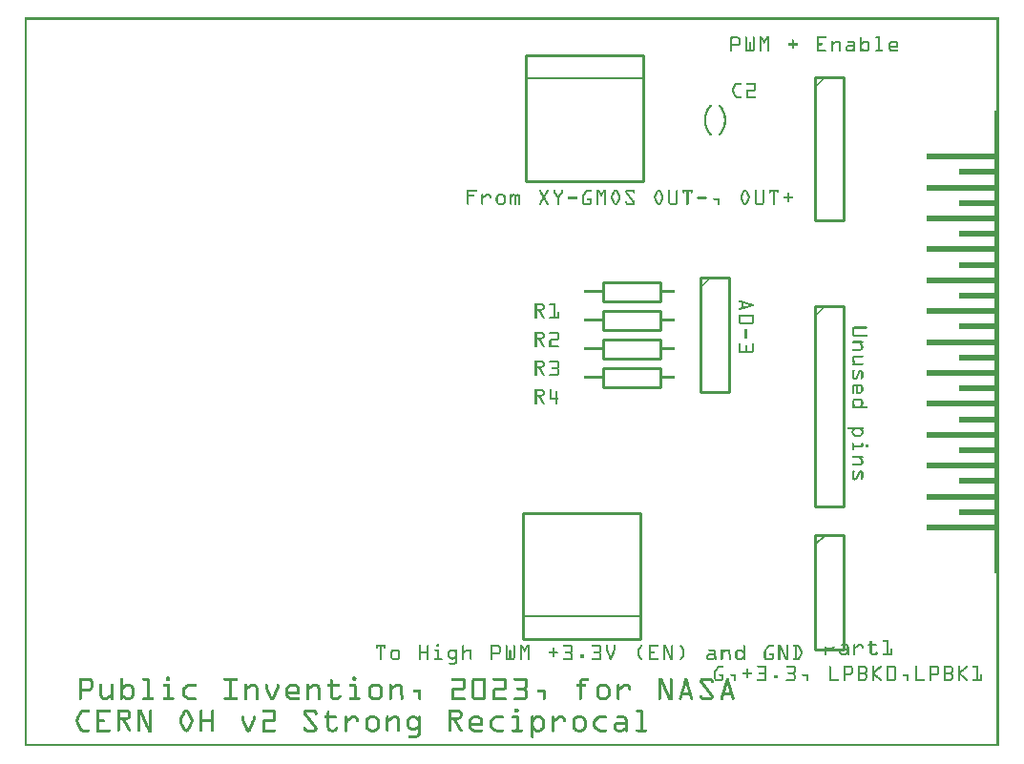
<source format=gto>
G04 MADE WITH FRITZING*
G04 WWW.FRITZING.ORG*
G04 DOUBLE SIDED*
G04 HOLES PLATED*
G04 CONTOUR ON CENTER OF CONTOUR VECTOR*
%ASAXBY*%
%FSLAX23Y23*%
%MOIN*%
%OFA0B0*%
%SFA1.0B1.0*%
%ADD10C,0.010000*%
%ADD11C,0.005000*%
%ADD12R,0.001000X0.001000*%
%LNSILK1*%
G90*
G70*
G54D10*
X2763Y2337D02*
X2763Y1837D01*
D02*
X2763Y1837D02*
X2863Y1837D01*
D02*
X2863Y1837D02*
X2863Y2337D01*
D02*
X2863Y2337D02*
X2763Y2337D01*
D02*
X2763Y737D02*
X2763Y337D01*
D02*
X2763Y337D02*
X2863Y337D01*
D02*
X2863Y337D02*
X2863Y737D01*
D02*
X2863Y737D02*
X2763Y737D01*
G54D11*
D02*
X2763Y702D02*
X2798Y737D01*
G54D10*
D02*
X2363Y1637D02*
X2363Y1237D01*
D02*
X2363Y1237D02*
X2463Y1237D01*
D02*
X2463Y1237D02*
X2463Y1637D01*
D02*
X2463Y1637D02*
X2363Y1637D01*
D02*
X1753Y1972D02*
X2163Y1972D01*
D02*
X2163Y1972D02*
X2163Y2412D01*
D02*
X2163Y2412D02*
X1753Y2412D01*
D02*
X1753Y2412D02*
X1753Y1972D01*
G54D11*
D02*
X2163Y2332D02*
X1753Y2332D01*
G54D10*
D02*
X2153Y812D02*
X1743Y812D01*
D02*
X1743Y812D02*
X1743Y372D01*
D02*
X1743Y372D02*
X2153Y372D01*
D02*
X2153Y372D02*
X2153Y812D01*
G54D11*
D02*
X1743Y452D02*
X2153Y452D01*
G54D10*
D02*
X2022Y1320D02*
X2222Y1320D01*
D02*
X2222Y1320D02*
X2222Y1254D01*
D02*
X2222Y1254D02*
X2022Y1254D01*
D02*
X2022Y1254D02*
X2022Y1320D01*
D02*
X2022Y1420D02*
X2222Y1420D01*
D02*
X2222Y1420D02*
X2222Y1354D01*
D02*
X2222Y1354D02*
X2022Y1354D01*
D02*
X2022Y1354D02*
X2022Y1420D01*
D02*
X2022Y1520D02*
X2222Y1520D01*
D02*
X2222Y1520D02*
X2222Y1454D01*
D02*
X2222Y1454D02*
X2022Y1454D01*
D02*
X2022Y1454D02*
X2022Y1520D01*
D02*
X2022Y1620D02*
X2222Y1620D01*
D02*
X2222Y1620D02*
X2222Y1554D01*
D02*
X2222Y1554D02*
X2022Y1554D01*
D02*
X2022Y1554D02*
X2022Y1620D01*
D02*
X2763Y1537D02*
X2763Y837D01*
D02*
X2763Y837D02*
X2863Y837D01*
D02*
X2863Y837D02*
X2863Y1537D01*
D02*
X2863Y1537D02*
X2763Y1537D01*
G54D12*
X1Y2545D02*
X3404Y2545D01*
X1Y2544D02*
X3404Y2544D01*
X1Y2543D02*
X3404Y2543D01*
X1Y2542D02*
X3404Y2542D01*
X1Y2541D02*
X3404Y2541D01*
X1Y2540D02*
X3404Y2540D01*
X1Y2539D02*
X3404Y2539D01*
X1Y2538D02*
X3404Y2538D01*
X1Y2537D02*
X8Y2537D01*
X3397Y2537D02*
X3404Y2537D01*
X1Y2536D02*
X8Y2536D01*
X3397Y2536D02*
X3404Y2536D01*
X1Y2535D02*
X8Y2535D01*
X3397Y2535D02*
X3404Y2535D01*
X1Y2534D02*
X8Y2534D01*
X3397Y2534D02*
X3404Y2534D01*
X1Y2533D02*
X8Y2533D01*
X3397Y2533D02*
X3404Y2533D01*
X1Y2532D02*
X8Y2532D01*
X3397Y2532D02*
X3404Y2532D01*
X1Y2531D02*
X8Y2531D01*
X3397Y2531D02*
X3404Y2531D01*
X1Y2530D02*
X8Y2530D01*
X3397Y2530D02*
X3404Y2530D01*
X1Y2529D02*
X8Y2529D01*
X3397Y2529D02*
X3404Y2529D01*
X1Y2528D02*
X8Y2528D01*
X3397Y2528D02*
X3404Y2528D01*
X1Y2527D02*
X8Y2527D01*
X3397Y2527D02*
X3404Y2527D01*
X1Y2526D02*
X8Y2526D01*
X3397Y2526D02*
X3404Y2526D01*
X1Y2525D02*
X8Y2525D01*
X3397Y2525D02*
X3404Y2525D01*
X1Y2524D02*
X8Y2524D01*
X3397Y2524D02*
X3404Y2524D01*
X1Y2523D02*
X8Y2523D01*
X3397Y2523D02*
X3404Y2523D01*
X1Y2522D02*
X8Y2522D01*
X3397Y2522D02*
X3404Y2522D01*
X1Y2521D02*
X8Y2521D01*
X3397Y2521D02*
X3404Y2521D01*
X1Y2520D02*
X8Y2520D01*
X3397Y2520D02*
X3404Y2520D01*
X1Y2519D02*
X8Y2519D01*
X3397Y2519D02*
X3404Y2519D01*
X1Y2518D02*
X8Y2518D01*
X3397Y2518D02*
X3404Y2518D01*
X1Y2517D02*
X8Y2517D01*
X3397Y2517D02*
X3404Y2517D01*
X1Y2516D02*
X8Y2516D01*
X3397Y2516D02*
X3404Y2516D01*
X1Y2515D02*
X8Y2515D01*
X3397Y2515D02*
X3404Y2515D01*
X1Y2514D02*
X8Y2514D01*
X3397Y2514D02*
X3404Y2514D01*
X1Y2513D02*
X8Y2513D01*
X3397Y2513D02*
X3404Y2513D01*
X1Y2512D02*
X8Y2512D01*
X3397Y2512D02*
X3404Y2512D01*
X1Y2511D02*
X8Y2511D01*
X3397Y2511D02*
X3404Y2511D01*
X1Y2510D02*
X8Y2510D01*
X3397Y2510D02*
X3404Y2510D01*
X1Y2509D02*
X8Y2509D01*
X3397Y2509D02*
X3404Y2509D01*
X1Y2508D02*
X8Y2508D01*
X3397Y2508D02*
X3404Y2508D01*
X1Y2507D02*
X8Y2507D01*
X3397Y2507D02*
X3404Y2507D01*
X1Y2506D02*
X8Y2506D01*
X3397Y2506D02*
X3404Y2506D01*
X1Y2505D02*
X8Y2505D01*
X3397Y2505D02*
X3404Y2505D01*
X1Y2504D02*
X8Y2504D01*
X3397Y2504D02*
X3404Y2504D01*
X1Y2503D02*
X8Y2503D01*
X3397Y2503D02*
X3404Y2503D01*
X1Y2502D02*
X8Y2502D01*
X3397Y2502D02*
X3404Y2502D01*
X1Y2501D02*
X8Y2501D01*
X3397Y2501D02*
X3404Y2501D01*
X1Y2500D02*
X8Y2500D01*
X3397Y2500D02*
X3404Y2500D01*
X1Y2499D02*
X8Y2499D01*
X3397Y2499D02*
X3404Y2499D01*
X1Y2498D02*
X8Y2498D01*
X3397Y2498D02*
X3404Y2498D01*
X1Y2497D02*
X8Y2497D01*
X3397Y2497D02*
X3404Y2497D01*
X1Y2496D02*
X8Y2496D01*
X3397Y2496D02*
X3404Y2496D01*
X1Y2495D02*
X8Y2495D01*
X3397Y2495D02*
X3404Y2495D01*
X1Y2494D02*
X8Y2494D01*
X3397Y2494D02*
X3404Y2494D01*
X1Y2493D02*
X8Y2493D01*
X3397Y2493D02*
X3404Y2493D01*
X1Y2492D02*
X8Y2492D01*
X3397Y2492D02*
X3404Y2492D01*
X1Y2491D02*
X8Y2491D01*
X3397Y2491D02*
X3404Y2491D01*
X1Y2490D02*
X8Y2490D01*
X3397Y2490D02*
X3404Y2490D01*
X1Y2489D02*
X8Y2489D01*
X3397Y2489D02*
X3404Y2489D01*
X1Y2488D02*
X8Y2488D01*
X3397Y2488D02*
X3404Y2488D01*
X1Y2487D02*
X8Y2487D01*
X3397Y2487D02*
X3404Y2487D01*
X1Y2486D02*
X8Y2486D01*
X3397Y2486D02*
X3404Y2486D01*
X1Y2485D02*
X8Y2485D01*
X3397Y2485D02*
X3404Y2485D01*
X1Y2484D02*
X8Y2484D01*
X3397Y2484D02*
X3404Y2484D01*
X1Y2483D02*
X8Y2483D01*
X3397Y2483D02*
X3404Y2483D01*
X1Y2482D02*
X8Y2482D01*
X3397Y2482D02*
X3404Y2482D01*
X1Y2481D02*
X8Y2481D01*
X3397Y2481D02*
X3404Y2481D01*
X1Y2480D02*
X8Y2480D01*
X3397Y2480D02*
X3404Y2480D01*
X1Y2479D02*
X8Y2479D01*
X2468Y2479D02*
X2493Y2479D01*
X2520Y2479D02*
X2521Y2479D01*
X2547Y2479D02*
X2549Y2479D01*
X2568Y2479D02*
X2576Y2479D01*
X2594Y2479D02*
X2601Y2479D01*
X2769Y2479D02*
X2800Y2479D01*
X2921Y2479D02*
X2923Y2479D01*
X2975Y2479D02*
X2987Y2479D01*
X3397Y2479D02*
X3404Y2479D01*
X1Y2478D02*
X8Y2478D01*
X2467Y2478D02*
X2495Y2478D01*
X2519Y2478D02*
X2523Y2478D01*
X2546Y2478D02*
X2550Y2478D01*
X2568Y2478D02*
X2577Y2478D01*
X2593Y2478D02*
X2601Y2478D01*
X2769Y2478D02*
X2801Y2478D01*
X2920Y2478D02*
X2924Y2478D01*
X2974Y2478D02*
X2988Y2478D01*
X3397Y2478D02*
X3404Y2478D01*
X1Y2477D02*
X8Y2477D01*
X2467Y2477D02*
X2497Y2477D01*
X2518Y2477D02*
X2523Y2477D01*
X2545Y2477D02*
X2551Y2477D01*
X2568Y2477D02*
X2577Y2477D01*
X2592Y2477D02*
X2601Y2477D01*
X2769Y2477D02*
X2802Y2477D01*
X2920Y2477D02*
X2925Y2477D01*
X2973Y2477D02*
X2989Y2477D01*
X3397Y2477D02*
X3404Y2477D01*
X1Y2476D02*
X8Y2476D01*
X2467Y2476D02*
X2498Y2476D01*
X2518Y2476D02*
X2524Y2476D01*
X2545Y2476D02*
X2551Y2476D01*
X2568Y2476D02*
X2578Y2476D01*
X2591Y2476D02*
X2601Y2476D01*
X2769Y2476D02*
X2802Y2476D01*
X2919Y2476D02*
X2925Y2476D01*
X2973Y2476D02*
X2989Y2476D01*
X3397Y2476D02*
X3404Y2476D01*
X1Y2475D02*
X8Y2475D01*
X2467Y2475D02*
X2499Y2475D01*
X2518Y2475D02*
X2524Y2475D01*
X2545Y2475D02*
X2551Y2475D01*
X2568Y2475D02*
X2579Y2475D01*
X2591Y2475D02*
X2601Y2475D01*
X2769Y2475D02*
X2802Y2475D01*
X2919Y2475D02*
X2925Y2475D01*
X2973Y2475D02*
X2989Y2475D01*
X3397Y2475D02*
X3404Y2475D01*
X1Y2474D02*
X8Y2474D01*
X2467Y2474D02*
X2500Y2474D01*
X2518Y2474D02*
X2524Y2474D01*
X2545Y2474D02*
X2551Y2474D01*
X2568Y2474D02*
X2579Y2474D01*
X2590Y2474D02*
X2601Y2474D01*
X2769Y2474D02*
X2802Y2474D01*
X2919Y2474D02*
X2925Y2474D01*
X2973Y2474D02*
X2989Y2474D01*
X3397Y2474D02*
X3404Y2474D01*
X1Y2473D02*
X8Y2473D01*
X2467Y2473D02*
X2500Y2473D01*
X2518Y2473D02*
X2524Y2473D01*
X2545Y2473D02*
X2551Y2473D01*
X2568Y2473D02*
X2580Y2473D01*
X2589Y2473D02*
X2601Y2473D01*
X2769Y2473D02*
X2801Y2473D01*
X2919Y2473D02*
X2925Y2473D01*
X2974Y2473D02*
X2989Y2473D01*
X3397Y2473D02*
X3404Y2473D01*
X1Y2472D02*
X8Y2472D01*
X2467Y2472D02*
X2474Y2472D01*
X2493Y2472D02*
X2501Y2472D01*
X2518Y2472D02*
X2524Y2472D01*
X2545Y2472D02*
X2551Y2472D01*
X2568Y2472D02*
X2581Y2472D01*
X2589Y2472D02*
X2601Y2472D01*
X2769Y2472D02*
X2775Y2472D01*
X2919Y2472D02*
X2925Y2472D01*
X2983Y2472D02*
X2989Y2472D01*
X3397Y2472D02*
X3404Y2472D01*
X1Y2471D02*
X8Y2471D01*
X2467Y2471D02*
X2473Y2471D01*
X2494Y2471D02*
X2501Y2471D01*
X2518Y2471D02*
X2524Y2471D01*
X2545Y2471D02*
X2551Y2471D01*
X2568Y2471D02*
X2581Y2471D01*
X2588Y2471D02*
X2601Y2471D01*
X2769Y2471D02*
X2775Y2471D01*
X2919Y2471D02*
X2925Y2471D01*
X2983Y2471D02*
X2989Y2471D01*
X3397Y2471D02*
X3404Y2471D01*
X1Y2470D02*
X8Y2470D01*
X2467Y2470D02*
X2473Y2470D01*
X2495Y2470D02*
X2501Y2470D01*
X2518Y2470D02*
X2524Y2470D01*
X2545Y2470D02*
X2551Y2470D01*
X2568Y2470D02*
X2582Y2470D01*
X2587Y2470D02*
X2601Y2470D01*
X2769Y2470D02*
X2775Y2470D01*
X2919Y2470D02*
X2925Y2470D01*
X2983Y2470D02*
X2989Y2470D01*
X3397Y2470D02*
X3404Y2470D01*
X1Y2469D02*
X8Y2469D01*
X2467Y2469D02*
X2473Y2469D01*
X2495Y2469D02*
X2501Y2469D01*
X2518Y2469D02*
X2524Y2469D01*
X2545Y2469D02*
X2551Y2469D01*
X2568Y2469D02*
X2583Y2469D01*
X2586Y2469D02*
X2601Y2469D01*
X2684Y2469D02*
X2686Y2469D01*
X2769Y2469D02*
X2775Y2469D01*
X2919Y2469D02*
X2925Y2469D01*
X2983Y2469D02*
X2989Y2469D01*
X3397Y2469D02*
X3404Y2469D01*
X1Y2468D02*
X8Y2468D01*
X2467Y2468D02*
X2473Y2468D01*
X2495Y2468D02*
X2501Y2468D01*
X2518Y2468D02*
X2524Y2468D01*
X2545Y2468D02*
X2551Y2468D01*
X2568Y2468D02*
X2574Y2468D01*
X2576Y2468D02*
X2584Y2468D01*
X2586Y2468D02*
X2593Y2468D01*
X2595Y2468D02*
X2601Y2468D01*
X2683Y2468D02*
X2687Y2468D01*
X2769Y2468D02*
X2775Y2468D01*
X2919Y2468D02*
X2925Y2468D01*
X2983Y2468D02*
X2989Y2468D01*
X3397Y2468D02*
X3404Y2468D01*
X1Y2467D02*
X8Y2467D01*
X2467Y2467D02*
X2473Y2467D01*
X2495Y2467D02*
X2501Y2467D01*
X2518Y2467D02*
X2524Y2467D01*
X2545Y2467D02*
X2551Y2467D01*
X2568Y2467D02*
X2574Y2467D01*
X2577Y2467D02*
X2593Y2467D01*
X2595Y2467D02*
X2601Y2467D01*
X2682Y2467D02*
X2688Y2467D01*
X2769Y2467D02*
X2775Y2467D01*
X2919Y2467D02*
X2925Y2467D01*
X2983Y2467D02*
X2989Y2467D01*
X3397Y2467D02*
X3404Y2467D01*
X1Y2466D02*
X8Y2466D01*
X2467Y2466D02*
X2473Y2466D01*
X2495Y2466D02*
X2501Y2466D01*
X2518Y2466D02*
X2524Y2466D01*
X2545Y2466D02*
X2551Y2466D01*
X2568Y2466D02*
X2574Y2466D01*
X2577Y2466D02*
X2592Y2466D01*
X2595Y2466D02*
X2601Y2466D01*
X2682Y2466D02*
X2688Y2466D01*
X2769Y2466D02*
X2775Y2466D01*
X2919Y2466D02*
X2925Y2466D01*
X2983Y2466D02*
X2989Y2466D01*
X3397Y2466D02*
X3404Y2466D01*
X1Y2465D02*
X8Y2465D01*
X2467Y2465D02*
X2473Y2465D01*
X2495Y2465D02*
X2501Y2465D01*
X2518Y2465D02*
X2524Y2465D01*
X2545Y2465D02*
X2551Y2465D01*
X2568Y2465D02*
X2574Y2465D01*
X2578Y2465D02*
X2591Y2465D01*
X2595Y2465D02*
X2601Y2465D01*
X2682Y2465D02*
X2688Y2465D01*
X2769Y2465D02*
X2775Y2465D01*
X2919Y2465D02*
X2925Y2465D01*
X2983Y2465D02*
X2989Y2465D01*
X3397Y2465D02*
X3404Y2465D01*
X1Y2464D02*
X8Y2464D01*
X2467Y2464D02*
X2473Y2464D01*
X2495Y2464D02*
X2501Y2464D01*
X2518Y2464D02*
X2524Y2464D01*
X2545Y2464D02*
X2551Y2464D01*
X2568Y2464D02*
X2574Y2464D01*
X2579Y2464D02*
X2590Y2464D01*
X2595Y2464D02*
X2601Y2464D01*
X2682Y2464D02*
X2688Y2464D01*
X2769Y2464D02*
X2775Y2464D01*
X2821Y2464D02*
X2823Y2464D01*
X2835Y2464D02*
X2844Y2464D01*
X2878Y2464D02*
X2895Y2464D01*
X2919Y2464D02*
X2925Y2464D01*
X2933Y2464D02*
X2943Y2464D01*
X2983Y2464D02*
X2989Y2464D01*
X3029Y2464D02*
X3044Y2464D01*
X3397Y2464D02*
X3404Y2464D01*
X1Y2463D02*
X8Y2463D01*
X2467Y2463D02*
X2473Y2463D01*
X2495Y2463D02*
X2501Y2463D01*
X2518Y2463D02*
X2524Y2463D01*
X2545Y2463D02*
X2551Y2463D01*
X2568Y2463D02*
X2574Y2463D01*
X2579Y2463D02*
X2590Y2463D01*
X2595Y2463D02*
X2601Y2463D01*
X2682Y2463D02*
X2688Y2463D01*
X2769Y2463D02*
X2775Y2463D01*
X2820Y2463D02*
X2824Y2463D01*
X2833Y2463D02*
X2847Y2463D01*
X2877Y2463D02*
X2897Y2463D01*
X2919Y2463D02*
X2925Y2463D01*
X2930Y2463D02*
X2945Y2463D01*
X2983Y2463D02*
X2989Y2463D01*
X3027Y2463D02*
X3046Y2463D01*
X3397Y2463D02*
X3404Y2463D01*
X1Y2462D02*
X8Y2462D01*
X2467Y2462D02*
X2473Y2462D01*
X2495Y2462D02*
X2501Y2462D01*
X2518Y2462D02*
X2524Y2462D01*
X2545Y2462D02*
X2551Y2462D01*
X2568Y2462D02*
X2574Y2462D01*
X2580Y2462D02*
X2589Y2462D01*
X2595Y2462D02*
X2601Y2462D01*
X2682Y2462D02*
X2688Y2462D01*
X2769Y2462D02*
X2775Y2462D01*
X2819Y2462D02*
X2825Y2462D01*
X2831Y2462D02*
X2848Y2462D01*
X2876Y2462D02*
X2898Y2462D01*
X2919Y2462D02*
X2925Y2462D01*
X2929Y2462D02*
X2947Y2462D01*
X2983Y2462D02*
X2989Y2462D01*
X3026Y2462D02*
X3047Y2462D01*
X3397Y2462D02*
X3404Y2462D01*
X1Y2461D02*
X8Y2461D01*
X2467Y2461D02*
X2473Y2461D01*
X2495Y2461D02*
X2501Y2461D01*
X2518Y2461D02*
X2524Y2461D01*
X2533Y2461D02*
X2536Y2461D01*
X2545Y2461D02*
X2551Y2461D01*
X2568Y2461D02*
X2574Y2461D01*
X2581Y2461D02*
X2588Y2461D01*
X2595Y2461D02*
X2601Y2461D01*
X2682Y2461D02*
X2688Y2461D01*
X2769Y2461D02*
X2775Y2461D01*
X2819Y2461D02*
X2825Y2461D01*
X2830Y2461D02*
X2849Y2461D01*
X2876Y2461D02*
X2899Y2461D01*
X2919Y2461D02*
X2925Y2461D01*
X2927Y2461D02*
X2948Y2461D01*
X2983Y2461D02*
X2989Y2461D01*
X3025Y2461D02*
X3048Y2461D01*
X3397Y2461D02*
X3404Y2461D01*
X1Y2460D02*
X8Y2460D01*
X2467Y2460D02*
X2473Y2460D01*
X2495Y2460D02*
X2501Y2460D01*
X2518Y2460D02*
X2524Y2460D01*
X2532Y2460D02*
X2537Y2460D01*
X2545Y2460D02*
X2551Y2460D01*
X2568Y2460D02*
X2574Y2460D01*
X2581Y2460D02*
X2588Y2460D01*
X2595Y2460D02*
X2601Y2460D01*
X2682Y2460D02*
X2688Y2460D01*
X2769Y2460D02*
X2775Y2460D01*
X2819Y2460D02*
X2825Y2460D01*
X2828Y2460D02*
X2850Y2460D01*
X2876Y2460D02*
X2900Y2460D01*
X2919Y2460D02*
X2949Y2460D01*
X2983Y2460D02*
X2989Y2460D01*
X3023Y2460D02*
X3049Y2460D01*
X3397Y2460D02*
X3404Y2460D01*
X1Y2459D02*
X8Y2459D01*
X2467Y2459D02*
X2473Y2459D01*
X2495Y2459D02*
X2501Y2459D01*
X2518Y2459D02*
X2524Y2459D01*
X2532Y2459D02*
X2537Y2459D01*
X2545Y2459D02*
X2551Y2459D01*
X2568Y2459D02*
X2574Y2459D01*
X2582Y2459D02*
X2588Y2459D01*
X2595Y2459D02*
X2601Y2459D01*
X2682Y2459D02*
X2688Y2459D01*
X2769Y2459D02*
X2775Y2459D01*
X2819Y2459D02*
X2850Y2459D01*
X2877Y2459D02*
X2900Y2459D01*
X2919Y2459D02*
X2950Y2459D01*
X2983Y2459D02*
X2989Y2459D01*
X3022Y2459D02*
X3050Y2459D01*
X3397Y2459D02*
X3404Y2459D01*
X1Y2458D02*
X8Y2458D01*
X2467Y2458D02*
X2473Y2458D01*
X2495Y2458D02*
X2501Y2458D01*
X2518Y2458D02*
X2524Y2458D01*
X2531Y2458D02*
X2537Y2458D01*
X2545Y2458D02*
X2551Y2458D01*
X2568Y2458D02*
X2574Y2458D01*
X2582Y2458D02*
X2588Y2458D01*
X2595Y2458D02*
X2601Y2458D01*
X2682Y2458D02*
X2688Y2458D01*
X2769Y2458D02*
X2775Y2458D01*
X2819Y2458D02*
X2851Y2458D01*
X2878Y2458D02*
X2901Y2458D01*
X2919Y2458D02*
X2951Y2458D01*
X2983Y2458D02*
X2989Y2458D01*
X3022Y2458D02*
X3051Y2458D01*
X3397Y2458D02*
X3404Y2458D01*
X1Y2457D02*
X8Y2457D01*
X2467Y2457D02*
X2473Y2457D01*
X2495Y2457D02*
X2501Y2457D01*
X2518Y2457D02*
X2524Y2457D01*
X2531Y2457D02*
X2537Y2457D01*
X2545Y2457D02*
X2551Y2457D01*
X2568Y2457D02*
X2574Y2457D01*
X2582Y2457D02*
X2587Y2457D01*
X2595Y2457D02*
X2601Y2457D01*
X2682Y2457D02*
X2688Y2457D01*
X2769Y2457D02*
X2775Y2457D01*
X2819Y2457D02*
X2835Y2457D01*
X2844Y2457D02*
X2851Y2457D01*
X2894Y2457D02*
X2901Y2457D01*
X2919Y2457D02*
X2933Y2457D01*
X2943Y2457D02*
X2951Y2457D01*
X2983Y2457D02*
X2989Y2457D01*
X3021Y2457D02*
X3030Y2457D01*
X3043Y2457D02*
X3052Y2457D01*
X3397Y2457D02*
X3404Y2457D01*
X1Y2456D02*
X8Y2456D01*
X2467Y2456D02*
X2473Y2456D01*
X2495Y2456D02*
X2501Y2456D01*
X2518Y2456D02*
X2524Y2456D01*
X2531Y2456D02*
X2537Y2456D01*
X2545Y2456D02*
X2551Y2456D01*
X2568Y2456D02*
X2574Y2456D01*
X2582Y2456D02*
X2587Y2456D01*
X2595Y2456D02*
X2601Y2456D01*
X2682Y2456D02*
X2688Y2456D01*
X2769Y2456D02*
X2775Y2456D01*
X2819Y2456D02*
X2834Y2456D01*
X2845Y2456D02*
X2851Y2456D01*
X2895Y2456D02*
X2902Y2456D01*
X2919Y2456D02*
X2932Y2456D01*
X2944Y2456D02*
X2952Y2456D01*
X2983Y2456D02*
X2989Y2456D01*
X3021Y2456D02*
X3028Y2456D01*
X3045Y2456D02*
X3052Y2456D01*
X3397Y2456D02*
X3404Y2456D01*
X1Y2455D02*
X8Y2455D01*
X2467Y2455D02*
X2473Y2455D01*
X2495Y2455D02*
X2501Y2455D01*
X2518Y2455D02*
X2524Y2455D01*
X2531Y2455D02*
X2537Y2455D01*
X2545Y2455D02*
X2551Y2455D01*
X2568Y2455D02*
X2574Y2455D01*
X2584Y2455D02*
X2586Y2455D01*
X2595Y2455D02*
X2601Y2455D01*
X2670Y2455D02*
X2700Y2455D01*
X2769Y2455D02*
X2787Y2455D01*
X2819Y2455D02*
X2832Y2455D01*
X2845Y2455D02*
X2851Y2455D01*
X2895Y2455D02*
X2902Y2455D01*
X2919Y2455D02*
X2930Y2455D01*
X2945Y2455D02*
X2952Y2455D01*
X2983Y2455D02*
X2989Y2455D01*
X3020Y2455D02*
X3027Y2455D01*
X3046Y2455D02*
X3053Y2455D01*
X3397Y2455D02*
X3404Y2455D01*
X1Y2454D02*
X8Y2454D01*
X2467Y2454D02*
X2473Y2454D01*
X2494Y2454D02*
X2501Y2454D01*
X2518Y2454D02*
X2524Y2454D01*
X2531Y2454D02*
X2537Y2454D01*
X2545Y2454D02*
X2551Y2454D01*
X2568Y2454D02*
X2574Y2454D01*
X2595Y2454D02*
X2601Y2454D01*
X2669Y2454D02*
X2701Y2454D01*
X2769Y2454D02*
X2788Y2454D01*
X2819Y2454D02*
X2831Y2454D01*
X2846Y2454D02*
X2852Y2454D01*
X2896Y2454D02*
X2902Y2454D01*
X2919Y2454D02*
X2929Y2454D01*
X2946Y2454D02*
X2953Y2454D01*
X2983Y2454D02*
X2989Y2454D01*
X3020Y2454D02*
X3026Y2454D01*
X3046Y2454D02*
X3053Y2454D01*
X3397Y2454D02*
X3404Y2454D01*
X1Y2453D02*
X8Y2453D01*
X2467Y2453D02*
X2474Y2453D01*
X2493Y2453D02*
X2500Y2453D01*
X2518Y2453D02*
X2524Y2453D01*
X2531Y2453D02*
X2537Y2453D01*
X2545Y2453D02*
X2551Y2453D01*
X2568Y2453D02*
X2574Y2453D01*
X2595Y2453D02*
X2601Y2453D01*
X2668Y2453D02*
X2702Y2453D01*
X2769Y2453D02*
X2788Y2453D01*
X2819Y2453D02*
X2829Y2453D01*
X2846Y2453D02*
X2852Y2453D01*
X2896Y2453D02*
X2902Y2453D01*
X2919Y2453D02*
X2928Y2453D01*
X2947Y2453D02*
X2953Y2453D01*
X2983Y2453D02*
X2989Y2453D01*
X3020Y2453D02*
X3026Y2453D01*
X3047Y2453D02*
X3053Y2453D01*
X3397Y2453D02*
X3404Y2453D01*
X1Y2452D02*
X8Y2452D01*
X2467Y2452D02*
X2500Y2452D01*
X2518Y2452D02*
X2524Y2452D01*
X2531Y2452D02*
X2537Y2452D01*
X2545Y2452D02*
X2551Y2452D01*
X2568Y2452D02*
X2574Y2452D01*
X2595Y2452D02*
X2601Y2452D01*
X2668Y2452D02*
X2702Y2452D01*
X2769Y2452D02*
X2788Y2452D01*
X2819Y2452D02*
X2828Y2452D01*
X2846Y2452D02*
X2852Y2452D01*
X2896Y2452D02*
X2902Y2452D01*
X2919Y2452D02*
X2927Y2452D01*
X2947Y2452D02*
X2953Y2452D01*
X2983Y2452D02*
X2989Y2452D01*
X3020Y2452D02*
X3026Y2452D01*
X3047Y2452D02*
X3053Y2452D01*
X3397Y2452D02*
X3404Y2452D01*
X1Y2451D02*
X8Y2451D01*
X2467Y2451D02*
X2500Y2451D01*
X2518Y2451D02*
X2524Y2451D01*
X2531Y2451D02*
X2537Y2451D01*
X2545Y2451D02*
X2551Y2451D01*
X2568Y2451D02*
X2574Y2451D01*
X2595Y2451D02*
X2601Y2451D01*
X2668Y2451D02*
X2702Y2451D01*
X2769Y2451D02*
X2788Y2451D01*
X2819Y2451D02*
X2826Y2451D01*
X2846Y2451D02*
X2852Y2451D01*
X2896Y2451D02*
X2902Y2451D01*
X2919Y2451D02*
X2926Y2451D01*
X2947Y2451D02*
X2953Y2451D01*
X2983Y2451D02*
X2989Y2451D01*
X3020Y2451D02*
X3026Y2451D01*
X3047Y2451D02*
X3053Y2451D01*
X3397Y2451D02*
X3404Y2451D01*
X1Y2450D02*
X8Y2450D01*
X2467Y2450D02*
X2499Y2450D01*
X2518Y2450D02*
X2524Y2450D01*
X2531Y2450D02*
X2537Y2450D01*
X2545Y2450D02*
X2551Y2450D01*
X2568Y2450D02*
X2574Y2450D01*
X2595Y2450D02*
X2601Y2450D01*
X2669Y2450D02*
X2701Y2450D01*
X2769Y2450D02*
X2788Y2450D01*
X2819Y2450D02*
X2825Y2450D01*
X2846Y2450D02*
X2852Y2450D01*
X2896Y2450D02*
X2902Y2450D01*
X2919Y2450D02*
X2925Y2450D01*
X2947Y2450D02*
X2953Y2450D01*
X2983Y2450D02*
X2989Y2450D01*
X3020Y2450D02*
X3026Y2450D01*
X3047Y2450D02*
X3053Y2450D01*
X3397Y2450D02*
X3404Y2450D01*
X1Y2449D02*
X8Y2449D01*
X2467Y2449D02*
X2498Y2449D01*
X2518Y2449D02*
X2524Y2449D01*
X2531Y2449D02*
X2537Y2449D01*
X2545Y2449D02*
X2551Y2449D01*
X2568Y2449D02*
X2574Y2449D01*
X2595Y2449D02*
X2601Y2449D01*
X2670Y2449D02*
X2700Y2449D01*
X2769Y2449D02*
X2786Y2449D01*
X2819Y2449D02*
X2825Y2449D01*
X2846Y2449D02*
X2852Y2449D01*
X2875Y2449D02*
X2902Y2449D01*
X2919Y2449D02*
X2925Y2449D01*
X2947Y2449D02*
X2953Y2449D01*
X2983Y2449D02*
X2989Y2449D01*
X3020Y2449D02*
X3026Y2449D01*
X3047Y2449D02*
X3053Y2449D01*
X3397Y2449D02*
X3404Y2449D01*
X1Y2448D02*
X8Y2448D01*
X2467Y2448D02*
X2497Y2448D01*
X2518Y2448D02*
X2524Y2448D01*
X2531Y2448D02*
X2537Y2448D01*
X2545Y2448D02*
X2551Y2448D01*
X2568Y2448D02*
X2574Y2448D01*
X2595Y2448D02*
X2601Y2448D01*
X2682Y2448D02*
X2688Y2448D01*
X2769Y2448D02*
X2775Y2448D01*
X2819Y2448D02*
X2825Y2448D01*
X2846Y2448D02*
X2852Y2448D01*
X2874Y2448D02*
X2902Y2448D01*
X2919Y2448D02*
X2925Y2448D01*
X2947Y2448D02*
X2953Y2448D01*
X2983Y2448D02*
X2989Y2448D01*
X3020Y2448D02*
X3026Y2448D01*
X3047Y2448D02*
X3053Y2448D01*
X3397Y2448D02*
X3404Y2448D01*
X1Y2447D02*
X8Y2447D01*
X2467Y2447D02*
X2495Y2447D01*
X2518Y2447D02*
X2524Y2447D01*
X2531Y2447D02*
X2537Y2447D01*
X2545Y2447D02*
X2551Y2447D01*
X2568Y2447D02*
X2574Y2447D01*
X2595Y2447D02*
X2601Y2447D01*
X2682Y2447D02*
X2688Y2447D01*
X2769Y2447D02*
X2775Y2447D01*
X2819Y2447D02*
X2825Y2447D01*
X2846Y2447D02*
X2852Y2447D01*
X2872Y2447D02*
X2902Y2447D01*
X2919Y2447D02*
X2925Y2447D01*
X2947Y2447D02*
X2953Y2447D01*
X2983Y2447D02*
X2989Y2447D01*
X3020Y2447D02*
X3026Y2447D01*
X3047Y2447D02*
X3053Y2447D01*
X3397Y2447D02*
X3404Y2447D01*
X1Y2446D02*
X8Y2446D01*
X2467Y2446D02*
X2493Y2446D01*
X2518Y2446D02*
X2524Y2446D01*
X2531Y2446D02*
X2537Y2446D01*
X2545Y2446D02*
X2551Y2446D01*
X2568Y2446D02*
X2574Y2446D01*
X2595Y2446D02*
X2601Y2446D01*
X2682Y2446D02*
X2688Y2446D01*
X2769Y2446D02*
X2775Y2446D01*
X2819Y2446D02*
X2825Y2446D01*
X2846Y2446D02*
X2852Y2446D01*
X2871Y2446D02*
X2902Y2446D01*
X2919Y2446D02*
X2925Y2446D01*
X2947Y2446D02*
X2953Y2446D01*
X2983Y2446D02*
X2989Y2446D01*
X3020Y2446D02*
X3053Y2446D01*
X3397Y2446D02*
X3404Y2446D01*
X1Y2445D02*
X8Y2445D01*
X2467Y2445D02*
X2473Y2445D01*
X2518Y2445D02*
X2524Y2445D01*
X2531Y2445D02*
X2537Y2445D01*
X2545Y2445D02*
X2551Y2445D01*
X2568Y2445D02*
X2574Y2445D01*
X2595Y2445D02*
X2601Y2445D01*
X2682Y2445D02*
X2688Y2445D01*
X2769Y2445D02*
X2775Y2445D01*
X2819Y2445D02*
X2825Y2445D01*
X2846Y2445D02*
X2852Y2445D01*
X2871Y2445D02*
X2902Y2445D01*
X2919Y2445D02*
X2925Y2445D01*
X2947Y2445D02*
X2953Y2445D01*
X2983Y2445D02*
X2989Y2445D01*
X3020Y2445D02*
X3053Y2445D01*
X3397Y2445D02*
X3404Y2445D01*
X1Y2444D02*
X8Y2444D01*
X2467Y2444D02*
X2473Y2444D01*
X2518Y2444D02*
X2524Y2444D01*
X2531Y2444D02*
X2537Y2444D01*
X2545Y2444D02*
X2551Y2444D01*
X2568Y2444D02*
X2574Y2444D01*
X2595Y2444D02*
X2601Y2444D01*
X2682Y2444D02*
X2688Y2444D01*
X2769Y2444D02*
X2775Y2444D01*
X2819Y2444D02*
X2825Y2444D01*
X2846Y2444D02*
X2852Y2444D01*
X2870Y2444D02*
X2902Y2444D01*
X2919Y2444D02*
X2925Y2444D01*
X2947Y2444D02*
X2953Y2444D01*
X2983Y2444D02*
X2989Y2444D01*
X3020Y2444D02*
X3053Y2444D01*
X3397Y2444D02*
X3404Y2444D01*
X1Y2443D02*
X8Y2443D01*
X2467Y2443D02*
X2473Y2443D01*
X2518Y2443D02*
X2524Y2443D01*
X2531Y2443D02*
X2537Y2443D01*
X2545Y2443D02*
X2551Y2443D01*
X2568Y2443D02*
X2574Y2443D01*
X2595Y2443D02*
X2601Y2443D01*
X2682Y2443D02*
X2688Y2443D01*
X2769Y2443D02*
X2775Y2443D01*
X2819Y2443D02*
X2825Y2443D01*
X2846Y2443D02*
X2852Y2443D01*
X2870Y2443D02*
X2902Y2443D01*
X2919Y2443D02*
X2925Y2443D01*
X2947Y2443D02*
X2953Y2443D01*
X2983Y2443D02*
X2989Y2443D01*
X3020Y2443D02*
X3053Y2443D01*
X3397Y2443D02*
X3404Y2443D01*
X1Y2442D02*
X8Y2442D01*
X2467Y2442D02*
X2473Y2442D01*
X2518Y2442D02*
X2524Y2442D01*
X2531Y2442D02*
X2537Y2442D01*
X2545Y2442D02*
X2551Y2442D01*
X2568Y2442D02*
X2574Y2442D01*
X2595Y2442D02*
X2601Y2442D01*
X2682Y2442D02*
X2688Y2442D01*
X2769Y2442D02*
X2775Y2442D01*
X2819Y2442D02*
X2825Y2442D01*
X2846Y2442D02*
X2852Y2442D01*
X2869Y2442D02*
X2876Y2442D01*
X2895Y2442D02*
X2902Y2442D01*
X2919Y2442D02*
X2925Y2442D01*
X2947Y2442D02*
X2953Y2442D01*
X2983Y2442D02*
X2989Y2442D01*
X3020Y2442D02*
X3053Y2442D01*
X3397Y2442D02*
X3404Y2442D01*
X1Y2441D02*
X8Y2441D01*
X2467Y2441D02*
X2473Y2441D01*
X2518Y2441D02*
X2524Y2441D01*
X2531Y2441D02*
X2537Y2441D01*
X2545Y2441D02*
X2551Y2441D01*
X2568Y2441D02*
X2574Y2441D01*
X2595Y2441D02*
X2601Y2441D01*
X2682Y2441D02*
X2688Y2441D01*
X2769Y2441D02*
X2775Y2441D01*
X2819Y2441D02*
X2825Y2441D01*
X2846Y2441D02*
X2852Y2441D01*
X2869Y2441D02*
X2876Y2441D01*
X2896Y2441D02*
X2902Y2441D01*
X2919Y2441D02*
X2925Y2441D01*
X2947Y2441D02*
X2953Y2441D01*
X2983Y2441D02*
X2989Y2441D01*
X3020Y2441D02*
X3052Y2441D01*
X3397Y2441D02*
X3404Y2441D01*
X1Y2440D02*
X8Y2440D01*
X2467Y2440D02*
X2473Y2440D01*
X2518Y2440D02*
X2524Y2440D01*
X2531Y2440D02*
X2537Y2440D01*
X2545Y2440D02*
X2551Y2440D01*
X2568Y2440D02*
X2574Y2440D01*
X2595Y2440D02*
X2601Y2440D01*
X2682Y2440D02*
X2688Y2440D01*
X2769Y2440D02*
X2775Y2440D01*
X2819Y2440D02*
X2825Y2440D01*
X2846Y2440D02*
X2852Y2440D01*
X2869Y2440D02*
X2875Y2440D01*
X2896Y2440D02*
X2902Y2440D01*
X2919Y2440D02*
X2925Y2440D01*
X2947Y2440D02*
X2953Y2440D01*
X2983Y2440D02*
X2989Y2440D01*
X3020Y2440D02*
X3051Y2440D01*
X3397Y2440D02*
X3404Y2440D01*
X1Y2439D02*
X8Y2439D01*
X2467Y2439D02*
X2473Y2439D01*
X2518Y2439D02*
X2524Y2439D01*
X2531Y2439D02*
X2537Y2439D01*
X2545Y2439D02*
X2551Y2439D01*
X2568Y2439D02*
X2574Y2439D01*
X2595Y2439D02*
X2601Y2439D01*
X2682Y2439D02*
X2688Y2439D01*
X2769Y2439D02*
X2775Y2439D01*
X2819Y2439D02*
X2825Y2439D01*
X2846Y2439D02*
X2852Y2439D01*
X2869Y2439D02*
X2875Y2439D01*
X2896Y2439D02*
X2902Y2439D01*
X2919Y2439D02*
X2926Y2439D01*
X2947Y2439D02*
X2953Y2439D01*
X2983Y2439D02*
X2989Y2439D01*
X3020Y2439D02*
X3026Y2439D01*
X3397Y2439D02*
X3404Y2439D01*
X1Y2438D02*
X8Y2438D01*
X2467Y2438D02*
X2473Y2438D01*
X2518Y2438D02*
X2524Y2438D01*
X2531Y2438D02*
X2537Y2438D01*
X2545Y2438D02*
X2551Y2438D01*
X2568Y2438D02*
X2574Y2438D01*
X2595Y2438D02*
X2601Y2438D01*
X2682Y2438D02*
X2688Y2438D01*
X2769Y2438D02*
X2775Y2438D01*
X2819Y2438D02*
X2825Y2438D01*
X2846Y2438D02*
X2852Y2438D01*
X2869Y2438D02*
X2875Y2438D01*
X2896Y2438D02*
X2902Y2438D01*
X2919Y2438D02*
X2927Y2438D01*
X2947Y2438D02*
X2953Y2438D01*
X2983Y2438D02*
X2989Y2438D01*
X3020Y2438D02*
X3026Y2438D01*
X3397Y2438D02*
X3404Y2438D01*
X1Y2437D02*
X8Y2437D01*
X2467Y2437D02*
X2473Y2437D01*
X2518Y2437D02*
X2524Y2437D01*
X2531Y2437D02*
X2537Y2437D01*
X2545Y2437D02*
X2551Y2437D01*
X2568Y2437D02*
X2574Y2437D01*
X2595Y2437D02*
X2601Y2437D01*
X2682Y2437D02*
X2688Y2437D01*
X2769Y2437D02*
X2775Y2437D01*
X2819Y2437D02*
X2825Y2437D01*
X2846Y2437D02*
X2852Y2437D01*
X2869Y2437D02*
X2875Y2437D01*
X2896Y2437D02*
X2902Y2437D01*
X2919Y2437D02*
X2928Y2437D01*
X2947Y2437D02*
X2953Y2437D01*
X2983Y2437D02*
X2989Y2437D01*
X3020Y2437D02*
X3026Y2437D01*
X3397Y2437D02*
X3404Y2437D01*
X1Y2436D02*
X8Y2436D01*
X2467Y2436D02*
X2473Y2436D01*
X2518Y2436D02*
X2524Y2436D01*
X2531Y2436D02*
X2537Y2436D01*
X2545Y2436D02*
X2551Y2436D01*
X2568Y2436D02*
X2574Y2436D01*
X2595Y2436D02*
X2601Y2436D01*
X2683Y2436D02*
X2687Y2436D01*
X2769Y2436D02*
X2775Y2436D01*
X2819Y2436D02*
X2825Y2436D01*
X2846Y2436D02*
X2852Y2436D01*
X2869Y2436D02*
X2875Y2436D01*
X2895Y2436D02*
X2902Y2436D01*
X2919Y2436D02*
X2929Y2436D01*
X2946Y2436D02*
X2953Y2436D01*
X2983Y2436D02*
X2989Y2436D01*
X3020Y2436D02*
X3026Y2436D01*
X3397Y2436D02*
X3404Y2436D01*
X1Y2435D02*
X8Y2435D01*
X2467Y2435D02*
X2473Y2435D01*
X2518Y2435D02*
X2524Y2435D01*
X2531Y2435D02*
X2538Y2435D01*
X2545Y2435D02*
X2551Y2435D01*
X2568Y2435D02*
X2574Y2435D01*
X2595Y2435D02*
X2601Y2435D01*
X2685Y2435D02*
X2685Y2435D01*
X2769Y2435D02*
X2775Y2435D01*
X2819Y2435D02*
X2825Y2435D01*
X2846Y2435D02*
X2852Y2435D01*
X2869Y2435D02*
X2875Y2435D01*
X2894Y2435D02*
X2902Y2435D01*
X2919Y2435D02*
X2930Y2435D01*
X2945Y2435D02*
X2952Y2435D01*
X2983Y2435D02*
X2989Y2435D01*
X3020Y2435D02*
X3027Y2435D01*
X3397Y2435D02*
X3404Y2435D01*
X1Y2434D02*
X8Y2434D01*
X2467Y2434D02*
X2473Y2434D01*
X2518Y2434D02*
X2525Y2434D01*
X2530Y2434D02*
X2538Y2434D01*
X2544Y2434D02*
X2551Y2434D01*
X2568Y2434D02*
X2574Y2434D01*
X2595Y2434D02*
X2601Y2434D01*
X2769Y2434D02*
X2775Y2434D01*
X2819Y2434D02*
X2825Y2434D01*
X2846Y2434D02*
X2852Y2434D01*
X2869Y2434D02*
X2875Y2434D01*
X2892Y2434D02*
X2902Y2434D01*
X2919Y2434D02*
X2931Y2434D01*
X2944Y2434D02*
X2952Y2434D01*
X2983Y2434D02*
X2989Y2434D01*
X3020Y2434D02*
X3028Y2434D01*
X3397Y2434D02*
X3404Y2434D01*
X1Y2433D02*
X8Y2433D01*
X2467Y2433D02*
X2473Y2433D01*
X2518Y2433D02*
X2525Y2433D01*
X2530Y2433D02*
X2539Y2433D01*
X2544Y2433D02*
X2551Y2433D01*
X2568Y2433D02*
X2574Y2433D01*
X2595Y2433D02*
X2601Y2433D01*
X2769Y2433D02*
X2775Y2433D01*
X2819Y2433D02*
X2825Y2433D01*
X2846Y2433D02*
X2852Y2433D01*
X2869Y2433D02*
X2876Y2433D01*
X2890Y2433D02*
X2902Y2433D01*
X2919Y2433D02*
X2932Y2433D01*
X2943Y2433D02*
X2952Y2433D01*
X2983Y2433D02*
X2989Y2433D01*
X3021Y2433D02*
X3029Y2433D01*
X3397Y2433D02*
X3404Y2433D01*
X1Y2432D02*
X8Y2432D01*
X2467Y2432D02*
X2473Y2432D01*
X2519Y2432D02*
X2550Y2432D01*
X2568Y2432D02*
X2574Y2432D01*
X2595Y2432D02*
X2601Y2432D01*
X2769Y2432D02*
X2799Y2432D01*
X2819Y2432D02*
X2825Y2432D01*
X2846Y2432D02*
X2852Y2432D01*
X2870Y2432D02*
X2903Y2432D01*
X2919Y2432D02*
X2951Y2432D01*
X2976Y2432D02*
X2997Y2432D01*
X3021Y2432D02*
X3050Y2432D01*
X3397Y2432D02*
X3404Y2432D01*
X1Y2431D02*
X8Y2431D01*
X2467Y2431D02*
X2473Y2431D01*
X2519Y2431D02*
X2550Y2431D01*
X2568Y2431D02*
X2574Y2431D01*
X2595Y2431D02*
X2601Y2431D01*
X2769Y2431D02*
X2801Y2431D01*
X2819Y2431D02*
X2825Y2431D01*
X2846Y2431D02*
X2852Y2431D01*
X2870Y2431D02*
X2903Y2431D01*
X2919Y2431D02*
X2950Y2431D01*
X2974Y2431D02*
X2999Y2431D01*
X3022Y2431D02*
X3052Y2431D01*
X3397Y2431D02*
X3404Y2431D01*
X1Y2430D02*
X8Y2430D01*
X2467Y2430D02*
X2473Y2430D01*
X2520Y2430D02*
X2549Y2430D01*
X2568Y2430D02*
X2574Y2430D01*
X2595Y2430D02*
X2601Y2430D01*
X2769Y2430D02*
X2802Y2430D01*
X2819Y2430D02*
X2825Y2430D01*
X2846Y2430D02*
X2852Y2430D01*
X2871Y2430D02*
X2903Y2430D01*
X2919Y2430D02*
X2949Y2430D01*
X2973Y2430D02*
X2999Y2430D01*
X3023Y2430D02*
X3053Y2430D01*
X3397Y2430D02*
X3404Y2430D01*
X1Y2429D02*
X8Y2429D01*
X2467Y2429D02*
X2473Y2429D01*
X2520Y2429D02*
X2549Y2429D01*
X2568Y2429D02*
X2574Y2429D01*
X2595Y2429D02*
X2601Y2429D01*
X2769Y2429D02*
X2802Y2429D01*
X2819Y2429D02*
X2825Y2429D01*
X2846Y2429D02*
X2852Y2429D01*
X2871Y2429D02*
X2903Y2429D01*
X2919Y2429D02*
X2925Y2429D01*
X2927Y2429D02*
X2948Y2429D01*
X2973Y2429D02*
X2999Y2429D01*
X3024Y2429D02*
X3053Y2429D01*
X3397Y2429D02*
X3404Y2429D01*
X1Y2428D02*
X8Y2428D01*
X2468Y2428D02*
X2473Y2428D01*
X2521Y2428D02*
X2548Y2428D01*
X2568Y2428D02*
X2574Y2428D01*
X2596Y2428D02*
X2601Y2428D01*
X2769Y2428D02*
X2802Y2428D01*
X2819Y2428D02*
X2825Y2428D01*
X2847Y2428D02*
X2852Y2428D01*
X2872Y2428D02*
X2895Y2428D01*
X2897Y2428D02*
X2903Y2428D01*
X2919Y2428D02*
X2925Y2428D01*
X2928Y2428D02*
X2947Y2428D01*
X2973Y2428D02*
X2999Y2428D01*
X3025Y2428D02*
X3053Y2428D01*
X3397Y2428D02*
X3404Y2428D01*
X1Y2427D02*
X8Y2427D01*
X2468Y2427D02*
X2473Y2427D01*
X2521Y2427D02*
X2533Y2427D01*
X2535Y2427D02*
X2547Y2427D01*
X2568Y2427D02*
X2573Y2427D01*
X2596Y2427D02*
X2601Y2427D01*
X2769Y2427D02*
X2802Y2427D01*
X2819Y2427D02*
X2824Y2427D01*
X2847Y2427D02*
X2852Y2427D01*
X2874Y2427D02*
X2893Y2427D01*
X2897Y2427D02*
X2902Y2427D01*
X2920Y2427D02*
X2925Y2427D01*
X2930Y2427D02*
X2946Y2427D01*
X2973Y2427D02*
X2999Y2427D01*
X3027Y2427D02*
X3053Y2427D01*
X3397Y2427D02*
X3404Y2427D01*
X1Y2426D02*
X8Y2426D01*
X2469Y2426D02*
X2472Y2426D01*
X2522Y2426D02*
X2533Y2426D01*
X2536Y2426D02*
X2546Y2426D01*
X2569Y2426D02*
X2573Y2426D01*
X2597Y2426D02*
X2600Y2426D01*
X2769Y2426D02*
X2801Y2426D01*
X2820Y2426D02*
X2824Y2426D01*
X2848Y2426D02*
X2851Y2426D01*
X2875Y2426D02*
X2891Y2426D01*
X2898Y2426D02*
X2901Y2426D01*
X2921Y2426D02*
X2924Y2426D01*
X2932Y2426D02*
X2944Y2426D01*
X2974Y2426D02*
X2998Y2426D01*
X3028Y2426D02*
X3052Y2426D01*
X3397Y2426D02*
X3404Y2426D01*
X1Y2425D02*
X8Y2425D01*
X3397Y2425D02*
X3404Y2425D01*
X1Y2424D02*
X8Y2424D01*
X3397Y2424D02*
X3404Y2424D01*
X1Y2423D02*
X8Y2423D01*
X3397Y2423D02*
X3404Y2423D01*
X1Y2422D02*
X8Y2422D01*
X3397Y2422D02*
X3404Y2422D01*
X1Y2421D02*
X8Y2421D01*
X3397Y2421D02*
X3404Y2421D01*
X1Y2420D02*
X8Y2420D01*
X3397Y2420D02*
X3404Y2420D01*
X1Y2419D02*
X8Y2419D01*
X3397Y2419D02*
X3404Y2419D01*
X1Y2418D02*
X8Y2418D01*
X3397Y2418D02*
X3404Y2418D01*
X1Y2417D02*
X8Y2417D01*
X3397Y2417D02*
X3404Y2417D01*
X1Y2416D02*
X8Y2416D01*
X3397Y2416D02*
X3404Y2416D01*
X1Y2415D02*
X8Y2415D01*
X3397Y2415D02*
X3404Y2415D01*
X1Y2414D02*
X8Y2414D01*
X3397Y2414D02*
X3404Y2414D01*
X1Y2413D02*
X8Y2413D01*
X3397Y2413D02*
X3404Y2413D01*
X1Y2412D02*
X8Y2412D01*
X3397Y2412D02*
X3404Y2412D01*
X1Y2411D02*
X8Y2411D01*
X3397Y2411D02*
X3404Y2411D01*
X1Y2410D02*
X8Y2410D01*
X3397Y2410D02*
X3404Y2410D01*
X1Y2409D02*
X8Y2409D01*
X3397Y2409D02*
X3404Y2409D01*
X1Y2408D02*
X8Y2408D01*
X3397Y2408D02*
X3404Y2408D01*
X1Y2407D02*
X8Y2407D01*
X3397Y2407D02*
X3404Y2407D01*
X1Y2406D02*
X8Y2406D01*
X3397Y2406D02*
X3404Y2406D01*
X1Y2405D02*
X8Y2405D01*
X3397Y2405D02*
X3404Y2405D01*
X1Y2404D02*
X8Y2404D01*
X3397Y2404D02*
X3404Y2404D01*
X1Y2403D02*
X8Y2403D01*
X3397Y2403D02*
X3404Y2403D01*
X1Y2402D02*
X8Y2402D01*
X3397Y2402D02*
X3404Y2402D01*
X1Y2401D02*
X8Y2401D01*
X3397Y2401D02*
X3404Y2401D01*
X1Y2400D02*
X8Y2400D01*
X3397Y2400D02*
X3404Y2400D01*
X1Y2399D02*
X8Y2399D01*
X3397Y2399D02*
X3404Y2399D01*
X1Y2398D02*
X8Y2398D01*
X3397Y2398D02*
X3404Y2398D01*
X1Y2397D02*
X8Y2397D01*
X3397Y2397D02*
X3404Y2397D01*
X1Y2396D02*
X8Y2396D01*
X3397Y2396D02*
X3404Y2396D01*
X1Y2395D02*
X8Y2395D01*
X3397Y2395D02*
X3404Y2395D01*
X1Y2394D02*
X8Y2394D01*
X3397Y2394D02*
X3404Y2394D01*
X1Y2393D02*
X8Y2393D01*
X3397Y2393D02*
X3404Y2393D01*
X1Y2392D02*
X8Y2392D01*
X3397Y2392D02*
X3404Y2392D01*
X1Y2391D02*
X8Y2391D01*
X3397Y2391D02*
X3404Y2391D01*
X1Y2390D02*
X8Y2390D01*
X3397Y2390D02*
X3404Y2390D01*
X1Y2389D02*
X8Y2389D01*
X3397Y2389D02*
X3404Y2389D01*
X1Y2388D02*
X8Y2388D01*
X3397Y2388D02*
X3404Y2388D01*
X1Y2387D02*
X8Y2387D01*
X3397Y2387D02*
X3404Y2387D01*
X1Y2386D02*
X8Y2386D01*
X3397Y2386D02*
X3404Y2386D01*
X1Y2385D02*
X8Y2385D01*
X3397Y2385D02*
X3404Y2385D01*
X1Y2384D02*
X8Y2384D01*
X3397Y2384D02*
X3404Y2384D01*
X1Y2383D02*
X8Y2383D01*
X3397Y2383D02*
X3404Y2383D01*
X1Y2382D02*
X8Y2382D01*
X3397Y2382D02*
X3404Y2382D01*
X1Y2381D02*
X8Y2381D01*
X3397Y2381D02*
X3404Y2381D01*
X1Y2380D02*
X8Y2380D01*
X3397Y2380D02*
X3404Y2380D01*
X1Y2379D02*
X8Y2379D01*
X3397Y2379D02*
X3404Y2379D01*
X1Y2378D02*
X8Y2378D01*
X3397Y2378D02*
X3404Y2378D01*
X1Y2377D02*
X8Y2377D01*
X3397Y2377D02*
X3404Y2377D01*
X1Y2376D02*
X8Y2376D01*
X3397Y2376D02*
X3404Y2376D01*
X1Y2375D02*
X8Y2375D01*
X3397Y2375D02*
X3404Y2375D01*
X1Y2374D02*
X8Y2374D01*
X3397Y2374D02*
X3404Y2374D01*
X1Y2373D02*
X8Y2373D01*
X3397Y2373D02*
X3404Y2373D01*
X1Y2372D02*
X8Y2372D01*
X3397Y2372D02*
X3404Y2372D01*
X1Y2371D02*
X8Y2371D01*
X3397Y2371D02*
X3404Y2371D01*
X1Y2370D02*
X8Y2370D01*
X3397Y2370D02*
X3404Y2370D01*
X1Y2369D02*
X8Y2369D01*
X3397Y2369D02*
X3404Y2369D01*
X1Y2368D02*
X8Y2368D01*
X3397Y2368D02*
X3404Y2368D01*
X1Y2367D02*
X8Y2367D01*
X3397Y2367D02*
X3404Y2367D01*
X1Y2366D02*
X8Y2366D01*
X3397Y2366D02*
X3404Y2366D01*
X1Y2365D02*
X8Y2365D01*
X3397Y2365D02*
X3404Y2365D01*
X1Y2364D02*
X8Y2364D01*
X3397Y2364D02*
X3404Y2364D01*
X1Y2363D02*
X8Y2363D01*
X3397Y2363D02*
X3404Y2363D01*
X1Y2362D02*
X8Y2362D01*
X3397Y2362D02*
X3404Y2362D01*
X1Y2361D02*
X8Y2361D01*
X3397Y2361D02*
X3404Y2361D01*
X1Y2360D02*
X8Y2360D01*
X3397Y2360D02*
X3404Y2360D01*
X1Y2359D02*
X8Y2359D01*
X3397Y2359D02*
X3404Y2359D01*
X1Y2358D02*
X8Y2358D01*
X3397Y2358D02*
X3404Y2358D01*
X1Y2357D02*
X8Y2357D01*
X3397Y2357D02*
X3404Y2357D01*
X1Y2356D02*
X8Y2356D01*
X3397Y2356D02*
X3404Y2356D01*
X1Y2355D02*
X8Y2355D01*
X3397Y2355D02*
X3404Y2355D01*
X1Y2354D02*
X8Y2354D01*
X3397Y2354D02*
X3404Y2354D01*
X1Y2353D02*
X8Y2353D01*
X3397Y2353D02*
X3404Y2353D01*
X1Y2352D02*
X8Y2352D01*
X3397Y2352D02*
X3404Y2352D01*
X1Y2351D02*
X8Y2351D01*
X3397Y2351D02*
X3404Y2351D01*
X1Y2350D02*
X8Y2350D01*
X3397Y2350D02*
X3404Y2350D01*
X1Y2349D02*
X8Y2349D01*
X3397Y2349D02*
X3404Y2349D01*
X1Y2348D02*
X8Y2348D01*
X3397Y2348D02*
X3404Y2348D01*
X1Y2347D02*
X8Y2347D01*
X3397Y2347D02*
X3404Y2347D01*
X1Y2346D02*
X8Y2346D01*
X3397Y2346D02*
X3404Y2346D01*
X1Y2345D02*
X8Y2345D01*
X3397Y2345D02*
X3404Y2345D01*
X1Y2344D02*
X8Y2344D01*
X3397Y2344D02*
X3404Y2344D01*
X1Y2343D02*
X8Y2343D01*
X3397Y2343D02*
X3404Y2343D01*
X1Y2342D02*
X8Y2342D01*
X3397Y2342D02*
X3404Y2342D01*
X1Y2341D02*
X8Y2341D01*
X3397Y2341D02*
X3404Y2341D01*
X1Y2340D02*
X8Y2340D01*
X3397Y2340D02*
X3404Y2340D01*
X1Y2339D02*
X8Y2339D01*
X3397Y2339D02*
X3404Y2339D01*
X1Y2338D02*
X8Y2338D01*
X2796Y2338D02*
X2797Y2338D01*
X3397Y2338D02*
X3404Y2338D01*
X1Y2337D02*
X8Y2337D01*
X2795Y2337D02*
X2798Y2337D01*
X3397Y2337D02*
X3404Y2337D01*
X1Y2336D02*
X8Y2336D01*
X2794Y2336D02*
X2799Y2336D01*
X3397Y2336D02*
X3404Y2336D01*
X1Y2335D02*
X8Y2335D01*
X2793Y2335D02*
X2799Y2335D01*
X3397Y2335D02*
X3404Y2335D01*
X1Y2334D02*
X8Y2334D01*
X2792Y2334D02*
X2798Y2334D01*
X3397Y2334D02*
X3404Y2334D01*
X1Y2333D02*
X8Y2333D01*
X2791Y2333D02*
X2797Y2333D01*
X3397Y2333D02*
X3404Y2333D01*
X1Y2332D02*
X8Y2332D01*
X2790Y2332D02*
X2796Y2332D01*
X3397Y2332D02*
X3404Y2332D01*
X1Y2331D02*
X8Y2331D01*
X2789Y2331D02*
X2795Y2331D01*
X3397Y2331D02*
X3404Y2331D01*
X1Y2330D02*
X8Y2330D01*
X2788Y2330D02*
X2794Y2330D01*
X3397Y2330D02*
X3404Y2330D01*
X1Y2329D02*
X8Y2329D01*
X2787Y2329D02*
X2793Y2329D01*
X3397Y2329D02*
X3404Y2329D01*
X1Y2328D02*
X8Y2328D01*
X2786Y2328D02*
X2792Y2328D01*
X3397Y2328D02*
X3404Y2328D01*
X1Y2327D02*
X8Y2327D01*
X2785Y2327D02*
X2791Y2327D01*
X3397Y2327D02*
X3404Y2327D01*
X1Y2326D02*
X8Y2326D01*
X2784Y2326D02*
X2790Y2326D01*
X3397Y2326D02*
X3404Y2326D01*
X1Y2325D02*
X8Y2325D01*
X2783Y2325D02*
X2789Y2325D01*
X3397Y2325D02*
X3404Y2325D01*
X1Y2324D02*
X8Y2324D01*
X2782Y2324D02*
X2788Y2324D01*
X3397Y2324D02*
X3404Y2324D01*
X1Y2323D02*
X8Y2323D01*
X2781Y2323D02*
X2787Y2323D01*
X3397Y2323D02*
X3404Y2323D01*
X1Y2322D02*
X8Y2322D01*
X2780Y2322D02*
X2786Y2322D01*
X3397Y2322D02*
X3404Y2322D01*
X1Y2321D02*
X8Y2321D01*
X2779Y2321D02*
X2784Y2321D01*
X3397Y2321D02*
X3404Y2321D01*
X1Y2320D02*
X8Y2320D01*
X2778Y2320D02*
X2783Y2320D01*
X3397Y2320D02*
X3404Y2320D01*
X1Y2319D02*
X8Y2319D01*
X2777Y2319D02*
X2782Y2319D01*
X3397Y2319D02*
X3404Y2319D01*
X1Y2318D02*
X8Y2318D01*
X2490Y2318D02*
X2502Y2318D01*
X2525Y2318D02*
X2549Y2318D01*
X2776Y2318D02*
X2781Y2318D01*
X3397Y2318D02*
X3404Y2318D01*
X1Y2317D02*
X8Y2317D01*
X2486Y2317D02*
X2504Y2317D01*
X2523Y2317D02*
X2552Y2317D01*
X2775Y2317D02*
X2780Y2317D01*
X3397Y2317D02*
X3404Y2317D01*
X1Y2316D02*
X8Y2316D01*
X2484Y2316D02*
X2505Y2316D01*
X2523Y2316D02*
X2554Y2316D01*
X2774Y2316D02*
X2779Y2316D01*
X3397Y2316D02*
X3404Y2316D01*
X1Y2315D02*
X8Y2315D01*
X2483Y2315D02*
X2505Y2315D01*
X2522Y2315D02*
X2554Y2315D01*
X2773Y2315D02*
X2778Y2315D01*
X3397Y2315D02*
X3404Y2315D01*
X1Y2314D02*
X8Y2314D01*
X2482Y2314D02*
X2505Y2314D01*
X2522Y2314D02*
X2555Y2314D01*
X2772Y2314D02*
X2778Y2314D01*
X3397Y2314D02*
X3404Y2314D01*
X1Y2313D02*
X8Y2313D01*
X2481Y2313D02*
X2505Y2313D01*
X2523Y2313D02*
X2555Y2313D01*
X2771Y2313D02*
X2777Y2313D01*
X3397Y2313D02*
X3404Y2313D01*
X1Y2312D02*
X8Y2312D01*
X2480Y2312D02*
X2504Y2312D01*
X2523Y2312D02*
X2556Y2312D01*
X2770Y2312D02*
X2776Y2312D01*
X3397Y2312D02*
X3404Y2312D01*
X1Y2311D02*
X8Y2311D01*
X2480Y2311D02*
X2489Y2311D01*
X2549Y2311D02*
X2556Y2311D01*
X2769Y2311D02*
X2775Y2311D01*
X3397Y2311D02*
X3404Y2311D01*
X1Y2310D02*
X8Y2310D01*
X2479Y2310D02*
X2487Y2310D01*
X2550Y2310D02*
X2556Y2310D01*
X2768Y2310D02*
X2774Y2310D01*
X3397Y2310D02*
X3404Y2310D01*
X1Y2309D02*
X8Y2309D01*
X2479Y2309D02*
X2486Y2309D01*
X2550Y2309D02*
X2556Y2309D01*
X2767Y2309D02*
X2773Y2309D01*
X3397Y2309D02*
X3404Y2309D01*
X1Y2308D02*
X8Y2308D01*
X2478Y2308D02*
X2485Y2308D01*
X2550Y2308D02*
X2556Y2308D01*
X2766Y2308D02*
X2772Y2308D01*
X3397Y2308D02*
X3404Y2308D01*
X1Y2307D02*
X8Y2307D01*
X2478Y2307D02*
X2485Y2307D01*
X2550Y2307D02*
X2556Y2307D01*
X2765Y2307D02*
X2771Y2307D01*
X3397Y2307D02*
X3404Y2307D01*
X1Y2306D02*
X8Y2306D01*
X2478Y2306D02*
X2484Y2306D01*
X2550Y2306D02*
X2556Y2306D01*
X2764Y2306D02*
X2770Y2306D01*
X3397Y2306D02*
X3404Y2306D01*
X1Y2305D02*
X8Y2305D01*
X2477Y2305D02*
X2484Y2305D01*
X2550Y2305D02*
X2556Y2305D01*
X2763Y2305D02*
X2769Y2305D01*
X3397Y2305D02*
X3404Y2305D01*
X1Y2304D02*
X8Y2304D01*
X2477Y2304D02*
X2483Y2304D01*
X2550Y2304D02*
X2556Y2304D01*
X2762Y2304D02*
X2768Y2304D01*
X3397Y2304D02*
X3404Y2304D01*
X1Y2303D02*
X8Y2303D01*
X2476Y2303D02*
X2483Y2303D01*
X2550Y2303D02*
X2556Y2303D01*
X2763Y2303D02*
X2767Y2303D01*
X3397Y2303D02*
X3404Y2303D01*
X1Y2302D02*
X8Y2302D01*
X2476Y2302D02*
X2482Y2302D01*
X2550Y2302D02*
X2556Y2302D01*
X2764Y2302D02*
X2766Y2302D01*
X3397Y2302D02*
X3404Y2302D01*
X1Y2301D02*
X8Y2301D01*
X2475Y2301D02*
X2482Y2301D01*
X2550Y2301D02*
X2556Y2301D01*
X2765Y2301D02*
X2765Y2301D01*
X3397Y2301D02*
X3404Y2301D01*
X1Y2300D02*
X8Y2300D01*
X2475Y2300D02*
X2481Y2300D01*
X2550Y2300D02*
X2556Y2300D01*
X3397Y2300D02*
X3404Y2300D01*
X1Y2299D02*
X8Y2299D01*
X2474Y2299D02*
X2481Y2299D01*
X2550Y2299D02*
X2556Y2299D01*
X3397Y2299D02*
X3404Y2299D01*
X1Y2298D02*
X8Y2298D01*
X2474Y2298D02*
X2480Y2298D01*
X2550Y2298D02*
X2556Y2298D01*
X3397Y2298D02*
X3404Y2298D01*
X1Y2297D02*
X8Y2297D01*
X2473Y2297D02*
X2480Y2297D01*
X2550Y2297D02*
X2556Y2297D01*
X3397Y2297D02*
X3404Y2297D01*
X1Y2296D02*
X8Y2296D01*
X2473Y2296D02*
X2479Y2296D01*
X2550Y2296D02*
X2556Y2296D01*
X3397Y2296D02*
X3404Y2296D01*
X1Y2295D02*
X8Y2295D01*
X2472Y2295D02*
X2479Y2295D01*
X2550Y2295D02*
X2556Y2295D01*
X3397Y2295D02*
X3404Y2295D01*
X1Y2294D02*
X8Y2294D01*
X2472Y2294D02*
X2479Y2294D01*
X2527Y2294D02*
X2556Y2294D01*
X3397Y2294D02*
X3404Y2294D01*
X1Y2293D02*
X8Y2293D01*
X2472Y2293D02*
X2478Y2293D01*
X2525Y2293D02*
X2556Y2293D01*
X3397Y2293D02*
X3404Y2293D01*
X1Y2292D02*
X8Y2292D01*
X2472Y2292D02*
X2478Y2292D01*
X2524Y2292D02*
X2555Y2292D01*
X3397Y2292D02*
X3404Y2292D01*
X1Y2291D02*
X8Y2291D01*
X2472Y2291D02*
X2478Y2291D01*
X2523Y2291D02*
X2555Y2291D01*
X3397Y2291D02*
X3404Y2291D01*
X1Y2290D02*
X8Y2290D01*
X2472Y2290D02*
X2478Y2290D01*
X2523Y2290D02*
X2554Y2290D01*
X3397Y2290D02*
X3404Y2290D01*
X1Y2289D02*
X8Y2289D01*
X2472Y2289D02*
X2478Y2289D01*
X2522Y2289D02*
X2553Y2289D01*
X3397Y2289D02*
X3404Y2289D01*
X1Y2288D02*
X8Y2288D01*
X2472Y2288D02*
X2478Y2288D01*
X2522Y2288D02*
X2551Y2288D01*
X3397Y2288D02*
X3404Y2288D01*
X1Y2287D02*
X8Y2287D01*
X2472Y2287D02*
X2479Y2287D01*
X2522Y2287D02*
X2528Y2287D01*
X3397Y2287D02*
X3404Y2287D01*
X1Y2286D02*
X8Y2286D01*
X2473Y2286D02*
X2479Y2286D01*
X2522Y2286D02*
X2528Y2286D01*
X3397Y2286D02*
X3404Y2286D01*
X1Y2285D02*
X8Y2285D01*
X2473Y2285D02*
X2480Y2285D01*
X2522Y2285D02*
X2528Y2285D01*
X3397Y2285D02*
X3404Y2285D01*
X1Y2284D02*
X8Y2284D01*
X2474Y2284D02*
X2480Y2284D01*
X2522Y2284D02*
X2528Y2284D01*
X3397Y2284D02*
X3404Y2284D01*
X1Y2283D02*
X8Y2283D01*
X2474Y2283D02*
X2481Y2283D01*
X2522Y2283D02*
X2528Y2283D01*
X3397Y2283D02*
X3404Y2283D01*
X1Y2282D02*
X8Y2282D01*
X2475Y2282D02*
X2481Y2282D01*
X2522Y2282D02*
X2528Y2282D01*
X3397Y2282D02*
X3404Y2282D01*
X1Y2281D02*
X8Y2281D01*
X2475Y2281D02*
X2482Y2281D01*
X2522Y2281D02*
X2528Y2281D01*
X3397Y2281D02*
X3404Y2281D01*
X1Y2280D02*
X8Y2280D01*
X2476Y2280D02*
X2482Y2280D01*
X2522Y2280D02*
X2528Y2280D01*
X3397Y2280D02*
X3404Y2280D01*
X1Y2279D02*
X8Y2279D01*
X2476Y2279D02*
X2483Y2279D01*
X2522Y2279D02*
X2528Y2279D01*
X3397Y2279D02*
X3404Y2279D01*
X1Y2278D02*
X8Y2278D01*
X2477Y2278D02*
X2483Y2278D01*
X2522Y2278D02*
X2528Y2278D01*
X3397Y2278D02*
X3404Y2278D01*
X1Y2277D02*
X8Y2277D01*
X2477Y2277D02*
X2484Y2277D01*
X2522Y2277D02*
X2528Y2277D01*
X3397Y2277D02*
X3404Y2277D01*
X1Y2276D02*
X8Y2276D01*
X2478Y2276D02*
X2484Y2276D01*
X2522Y2276D02*
X2528Y2276D01*
X3397Y2276D02*
X3404Y2276D01*
X1Y2275D02*
X8Y2275D01*
X2478Y2275D02*
X2485Y2275D01*
X2522Y2275D02*
X2528Y2275D01*
X3397Y2275D02*
X3404Y2275D01*
X1Y2274D02*
X8Y2274D01*
X2479Y2274D02*
X2485Y2274D01*
X2522Y2274D02*
X2528Y2274D01*
X3397Y2274D02*
X3404Y2274D01*
X1Y2273D02*
X8Y2273D01*
X2479Y2273D02*
X2486Y2273D01*
X2522Y2273D02*
X2528Y2273D01*
X3397Y2273D02*
X3404Y2273D01*
X1Y2272D02*
X8Y2272D01*
X2480Y2272D02*
X2487Y2272D01*
X2522Y2272D02*
X2528Y2272D01*
X3397Y2272D02*
X3404Y2272D01*
X1Y2271D02*
X8Y2271D01*
X2480Y2271D02*
X2488Y2271D01*
X2522Y2271D02*
X2528Y2271D01*
X3397Y2271D02*
X3404Y2271D01*
X1Y2270D02*
X8Y2270D01*
X2481Y2270D02*
X2504Y2270D01*
X2522Y2270D02*
X2554Y2270D01*
X3397Y2270D02*
X3404Y2270D01*
X1Y2269D02*
X8Y2269D01*
X2481Y2269D02*
X2505Y2269D01*
X2522Y2269D02*
X2555Y2269D01*
X3397Y2269D02*
X3404Y2269D01*
X1Y2268D02*
X8Y2268D01*
X2482Y2268D02*
X2505Y2268D01*
X2522Y2268D02*
X2556Y2268D01*
X3397Y2268D02*
X3404Y2268D01*
X1Y2267D02*
X8Y2267D01*
X2483Y2267D02*
X2505Y2267D01*
X2522Y2267D02*
X2556Y2267D01*
X3397Y2267D02*
X3404Y2267D01*
X1Y2266D02*
X8Y2266D01*
X2484Y2266D02*
X2505Y2266D01*
X2522Y2266D02*
X2555Y2266D01*
X3397Y2266D02*
X3404Y2266D01*
X1Y2265D02*
X8Y2265D01*
X2486Y2265D02*
X2504Y2265D01*
X2522Y2265D02*
X2555Y2265D01*
X3397Y2265D02*
X3404Y2265D01*
X1Y2264D02*
X8Y2264D01*
X2489Y2264D02*
X2503Y2264D01*
X2522Y2264D02*
X2553Y2264D01*
X3397Y2264D02*
X3404Y2264D01*
X1Y2263D02*
X8Y2263D01*
X3397Y2263D02*
X3404Y2263D01*
X1Y2262D02*
X8Y2262D01*
X3397Y2262D02*
X3404Y2262D01*
X1Y2261D02*
X8Y2261D01*
X3397Y2261D02*
X3404Y2261D01*
X1Y2260D02*
X8Y2260D01*
X3397Y2260D02*
X3404Y2260D01*
X1Y2259D02*
X8Y2259D01*
X3397Y2259D02*
X3404Y2259D01*
X1Y2258D02*
X8Y2258D01*
X3397Y2258D02*
X3404Y2258D01*
X1Y2257D02*
X8Y2257D01*
X3397Y2257D02*
X3404Y2257D01*
X1Y2256D02*
X8Y2256D01*
X3397Y2256D02*
X3404Y2256D01*
X1Y2255D02*
X8Y2255D01*
X3397Y2255D02*
X3404Y2255D01*
X1Y2254D02*
X8Y2254D01*
X3397Y2254D02*
X3404Y2254D01*
X1Y2253D02*
X8Y2253D01*
X3397Y2253D02*
X3404Y2253D01*
X1Y2252D02*
X8Y2252D01*
X3397Y2252D02*
X3404Y2252D01*
X1Y2251D02*
X8Y2251D01*
X3397Y2251D02*
X3404Y2251D01*
X1Y2250D02*
X8Y2250D01*
X3397Y2250D02*
X3404Y2250D01*
X1Y2249D02*
X8Y2249D01*
X3397Y2249D02*
X3404Y2249D01*
X1Y2248D02*
X8Y2248D01*
X3397Y2248D02*
X3404Y2248D01*
X1Y2247D02*
X8Y2247D01*
X3397Y2247D02*
X3404Y2247D01*
X1Y2246D02*
X8Y2246D01*
X3397Y2246D02*
X3404Y2246D01*
X1Y2245D02*
X8Y2245D01*
X3397Y2245D02*
X3404Y2245D01*
X1Y2244D02*
X8Y2244D01*
X3397Y2244D02*
X3404Y2244D01*
X1Y2243D02*
X8Y2243D01*
X3397Y2243D02*
X3404Y2243D01*
X1Y2242D02*
X8Y2242D01*
X3397Y2242D02*
X3404Y2242D01*
X1Y2241D02*
X8Y2241D01*
X2428Y2241D02*
X2430Y2241D01*
X3397Y2241D02*
X3404Y2241D01*
X1Y2240D02*
X8Y2240D01*
X2395Y2240D02*
X2399Y2240D01*
X2426Y2240D02*
X2431Y2240D01*
X3397Y2240D02*
X3404Y2240D01*
X1Y2239D02*
X8Y2239D01*
X2394Y2239D02*
X2400Y2239D01*
X2426Y2239D02*
X2432Y2239D01*
X3397Y2239D02*
X3404Y2239D01*
X1Y2238D02*
X8Y2238D01*
X2393Y2238D02*
X2400Y2238D01*
X2425Y2238D02*
X2433Y2238D01*
X3397Y2238D02*
X3404Y2238D01*
X1Y2237D02*
X8Y2237D01*
X2392Y2237D02*
X2400Y2237D01*
X2425Y2237D02*
X2434Y2237D01*
X3397Y2237D02*
X3404Y2237D01*
X1Y2236D02*
X8Y2236D01*
X2391Y2236D02*
X2400Y2236D01*
X2426Y2236D02*
X2435Y2236D01*
X3397Y2236D02*
X3404Y2236D01*
X1Y2235D02*
X8Y2235D01*
X2391Y2235D02*
X2400Y2235D01*
X2426Y2235D02*
X2435Y2235D01*
X3397Y2235D02*
X3404Y2235D01*
X1Y2234D02*
X8Y2234D01*
X2390Y2234D02*
X2399Y2234D01*
X2427Y2234D02*
X2436Y2234D01*
X3397Y2234D02*
X3404Y2234D01*
X1Y2233D02*
X8Y2233D01*
X2389Y2233D02*
X2398Y2233D01*
X2428Y2233D02*
X2437Y2233D01*
X3397Y2233D02*
X3404Y2233D01*
X1Y2232D02*
X8Y2232D01*
X2389Y2232D02*
X2397Y2232D01*
X2429Y2232D02*
X2438Y2232D01*
X3397Y2232D02*
X3404Y2232D01*
X1Y2231D02*
X8Y2231D01*
X2388Y2231D02*
X2397Y2231D01*
X2429Y2231D02*
X2438Y2231D01*
X3397Y2231D02*
X3404Y2231D01*
X1Y2230D02*
X8Y2230D01*
X2387Y2230D02*
X2396Y2230D01*
X2430Y2230D02*
X2439Y2230D01*
X3397Y2230D02*
X3404Y2230D01*
X1Y2229D02*
X8Y2229D01*
X2387Y2229D02*
X2395Y2229D01*
X2431Y2229D02*
X2440Y2229D01*
X3397Y2229D02*
X3406Y2229D01*
X1Y2228D02*
X8Y2228D01*
X2386Y2228D02*
X2394Y2228D01*
X2432Y2228D02*
X2440Y2228D01*
X3397Y2228D02*
X3406Y2228D01*
X1Y2227D02*
X8Y2227D01*
X2385Y2227D02*
X2394Y2227D01*
X2432Y2227D02*
X2441Y2227D01*
X3397Y2227D02*
X3406Y2227D01*
X1Y2226D02*
X8Y2226D01*
X2385Y2226D02*
X2393Y2226D01*
X2433Y2226D02*
X2441Y2226D01*
X3397Y2226D02*
X3406Y2226D01*
X1Y2225D02*
X8Y2225D01*
X2384Y2225D02*
X2392Y2225D01*
X2434Y2225D02*
X2442Y2225D01*
X3397Y2225D02*
X3406Y2225D01*
X1Y2224D02*
X8Y2224D01*
X2384Y2224D02*
X2392Y2224D01*
X2434Y2224D02*
X2442Y2224D01*
X3397Y2224D02*
X3406Y2224D01*
X1Y2223D02*
X8Y2223D01*
X2383Y2223D02*
X2391Y2223D01*
X2435Y2223D02*
X2443Y2223D01*
X3397Y2223D02*
X3406Y2223D01*
X1Y2222D02*
X8Y2222D01*
X2383Y2222D02*
X2391Y2222D01*
X2435Y2222D02*
X2443Y2222D01*
X3397Y2222D02*
X3406Y2222D01*
X1Y2221D02*
X8Y2221D01*
X2382Y2221D02*
X2390Y2221D01*
X2436Y2221D02*
X2444Y2221D01*
X3397Y2221D02*
X3406Y2221D01*
X1Y2220D02*
X8Y2220D01*
X2382Y2220D02*
X2390Y2220D01*
X2437Y2220D02*
X2444Y2220D01*
X3397Y2220D02*
X3406Y2220D01*
X1Y2219D02*
X8Y2219D01*
X2381Y2219D02*
X2389Y2219D01*
X2437Y2219D02*
X2445Y2219D01*
X3389Y2219D02*
X3406Y2219D01*
X1Y2218D02*
X8Y2218D01*
X2381Y2218D02*
X2388Y2218D01*
X2438Y2218D02*
X2445Y2218D01*
X3389Y2218D02*
X3406Y2218D01*
X1Y2217D02*
X8Y2217D01*
X2381Y2217D02*
X2388Y2217D01*
X2438Y2217D02*
X2446Y2217D01*
X3389Y2217D02*
X3406Y2217D01*
X1Y2216D02*
X8Y2216D01*
X2380Y2216D02*
X2388Y2216D01*
X2438Y2216D02*
X2446Y2216D01*
X3389Y2216D02*
X3406Y2216D01*
X1Y2215D02*
X8Y2215D01*
X2380Y2215D02*
X2387Y2215D01*
X2439Y2215D02*
X2446Y2215D01*
X3389Y2215D02*
X3406Y2215D01*
X1Y2214D02*
X8Y2214D01*
X2379Y2214D02*
X2387Y2214D01*
X2439Y2214D02*
X2447Y2214D01*
X3389Y2214D02*
X3406Y2214D01*
X1Y2213D02*
X8Y2213D01*
X2379Y2213D02*
X2386Y2213D01*
X2440Y2213D02*
X2447Y2213D01*
X3389Y2213D02*
X3406Y2213D01*
X1Y2212D02*
X8Y2212D01*
X2379Y2212D02*
X2386Y2212D01*
X2440Y2212D02*
X2447Y2212D01*
X3389Y2212D02*
X3406Y2212D01*
X1Y2211D02*
X8Y2211D01*
X2378Y2211D02*
X2385Y2211D01*
X2441Y2211D02*
X2448Y2211D01*
X3389Y2211D02*
X3406Y2211D01*
X1Y2210D02*
X8Y2210D01*
X2378Y2210D02*
X2385Y2210D01*
X2441Y2210D02*
X2448Y2210D01*
X3389Y2210D02*
X3406Y2210D01*
X1Y2209D02*
X8Y2209D01*
X2378Y2209D02*
X2385Y2209D01*
X2441Y2209D02*
X2448Y2209D01*
X3389Y2209D02*
X3406Y2209D01*
X1Y2208D02*
X8Y2208D01*
X2377Y2208D02*
X2385Y2208D01*
X2442Y2208D02*
X2449Y2208D01*
X3389Y2208D02*
X3406Y2208D01*
X1Y2207D02*
X8Y2207D01*
X2377Y2207D02*
X2384Y2207D01*
X2442Y2207D02*
X2449Y2207D01*
X3389Y2207D02*
X3406Y2207D01*
X1Y2206D02*
X8Y2206D01*
X2377Y2206D02*
X2384Y2206D01*
X2442Y2206D02*
X2449Y2206D01*
X3389Y2206D02*
X3406Y2206D01*
X1Y2205D02*
X8Y2205D01*
X2377Y2205D02*
X2384Y2205D01*
X2442Y2205D02*
X2449Y2205D01*
X3389Y2205D02*
X3406Y2205D01*
X1Y2204D02*
X8Y2204D01*
X2377Y2204D02*
X2383Y2204D01*
X2443Y2204D02*
X2449Y2204D01*
X3389Y2204D02*
X3406Y2204D01*
X1Y2203D02*
X8Y2203D01*
X2376Y2203D02*
X2383Y2203D01*
X2443Y2203D02*
X2450Y2203D01*
X3389Y2203D02*
X3406Y2203D01*
X1Y2202D02*
X8Y2202D01*
X2376Y2202D02*
X2383Y2202D01*
X2443Y2202D02*
X2450Y2202D01*
X3389Y2202D02*
X3406Y2202D01*
X1Y2201D02*
X8Y2201D01*
X2376Y2201D02*
X2383Y2201D01*
X2443Y2201D02*
X2450Y2201D01*
X3389Y2201D02*
X3406Y2201D01*
X1Y2200D02*
X8Y2200D01*
X2376Y2200D02*
X2382Y2200D01*
X2444Y2200D02*
X2450Y2200D01*
X3389Y2200D02*
X3406Y2200D01*
X1Y2199D02*
X8Y2199D01*
X2376Y2199D02*
X2382Y2199D01*
X2444Y2199D02*
X2450Y2199D01*
X3389Y2199D02*
X3406Y2199D01*
X1Y2198D02*
X8Y2198D01*
X2376Y2198D02*
X2382Y2198D01*
X2444Y2198D02*
X2450Y2198D01*
X3389Y2198D02*
X3406Y2198D01*
X1Y2197D02*
X8Y2197D01*
X2375Y2197D02*
X2382Y2197D01*
X2444Y2197D02*
X2451Y2197D01*
X3389Y2197D02*
X3406Y2197D01*
X1Y2196D02*
X8Y2196D01*
X2375Y2196D02*
X2382Y2196D01*
X2444Y2196D02*
X2451Y2196D01*
X3389Y2196D02*
X3406Y2196D01*
X1Y2195D02*
X8Y2195D01*
X2375Y2195D02*
X2382Y2195D01*
X2444Y2195D02*
X2451Y2195D01*
X3389Y2195D02*
X3406Y2195D01*
X1Y2194D02*
X8Y2194D01*
X2375Y2194D02*
X2382Y2194D01*
X2444Y2194D02*
X2451Y2194D01*
X3389Y2194D02*
X3406Y2194D01*
X1Y2193D02*
X8Y2193D01*
X2375Y2193D02*
X2382Y2193D01*
X2444Y2193D02*
X2451Y2193D01*
X3389Y2193D02*
X3406Y2193D01*
X1Y2192D02*
X8Y2192D01*
X2375Y2192D02*
X2381Y2192D01*
X2445Y2192D02*
X2451Y2192D01*
X3389Y2192D02*
X3406Y2192D01*
X1Y2191D02*
X8Y2191D01*
X2375Y2191D02*
X2381Y2191D01*
X2445Y2191D02*
X2451Y2191D01*
X3389Y2191D02*
X3406Y2191D01*
X1Y2190D02*
X8Y2190D01*
X2375Y2190D02*
X2381Y2190D01*
X2445Y2190D02*
X2451Y2190D01*
X3389Y2190D02*
X3406Y2190D01*
X1Y2189D02*
X8Y2189D01*
X2375Y2189D02*
X2381Y2189D01*
X2445Y2189D02*
X2451Y2189D01*
X3389Y2189D02*
X3406Y2189D01*
X1Y2188D02*
X8Y2188D01*
X2375Y2188D02*
X2381Y2188D01*
X2445Y2188D02*
X2451Y2188D01*
X3389Y2188D02*
X3406Y2188D01*
X1Y2187D02*
X8Y2187D01*
X2375Y2187D02*
X2381Y2187D01*
X2445Y2187D02*
X2451Y2187D01*
X3389Y2187D02*
X3406Y2187D01*
X1Y2186D02*
X8Y2186D01*
X2375Y2186D02*
X2381Y2186D01*
X2445Y2186D02*
X2451Y2186D01*
X3389Y2186D02*
X3406Y2186D01*
X1Y2185D02*
X8Y2185D01*
X2375Y2185D02*
X2381Y2185D01*
X2445Y2185D02*
X2451Y2185D01*
X3389Y2185D02*
X3406Y2185D01*
X1Y2184D02*
X8Y2184D01*
X2375Y2184D02*
X2381Y2184D01*
X2445Y2184D02*
X2451Y2184D01*
X3389Y2184D02*
X3406Y2184D01*
X1Y2183D02*
X8Y2183D01*
X2375Y2183D02*
X2381Y2183D01*
X2445Y2183D02*
X2451Y2183D01*
X3389Y2183D02*
X3406Y2183D01*
X1Y2182D02*
X8Y2182D01*
X2375Y2182D02*
X2382Y2182D01*
X2445Y2182D02*
X2451Y2182D01*
X3389Y2182D02*
X3406Y2182D01*
X1Y2181D02*
X8Y2181D01*
X2375Y2181D02*
X2382Y2181D01*
X2444Y2181D02*
X2451Y2181D01*
X3389Y2181D02*
X3406Y2181D01*
X1Y2180D02*
X8Y2180D01*
X2375Y2180D02*
X2382Y2180D01*
X2444Y2180D02*
X2451Y2180D01*
X3389Y2180D02*
X3406Y2180D01*
X1Y2179D02*
X8Y2179D01*
X2375Y2179D02*
X2382Y2179D01*
X2444Y2179D02*
X2451Y2179D01*
X3389Y2179D02*
X3406Y2179D01*
X1Y2178D02*
X8Y2178D01*
X2375Y2178D02*
X2382Y2178D01*
X2444Y2178D02*
X2451Y2178D01*
X3389Y2178D02*
X3406Y2178D01*
X1Y2177D02*
X8Y2177D01*
X2376Y2177D02*
X2382Y2177D01*
X2444Y2177D02*
X2451Y2177D01*
X3389Y2177D02*
X3406Y2177D01*
X1Y2176D02*
X8Y2176D01*
X2376Y2176D02*
X2382Y2176D01*
X2444Y2176D02*
X2450Y2176D01*
X3389Y2176D02*
X3406Y2176D01*
X1Y2175D02*
X8Y2175D01*
X2376Y2175D02*
X2382Y2175D01*
X2444Y2175D02*
X2450Y2175D01*
X3389Y2175D02*
X3406Y2175D01*
X1Y2174D02*
X8Y2174D01*
X2376Y2174D02*
X2383Y2174D01*
X2443Y2174D02*
X2450Y2174D01*
X3389Y2174D02*
X3406Y2174D01*
X1Y2173D02*
X8Y2173D01*
X2376Y2173D02*
X2383Y2173D01*
X2443Y2173D02*
X2450Y2173D01*
X3389Y2173D02*
X3406Y2173D01*
X1Y2172D02*
X8Y2172D01*
X2376Y2172D02*
X2383Y2172D01*
X2443Y2172D02*
X2450Y2172D01*
X3389Y2172D02*
X3406Y2172D01*
X1Y2171D02*
X8Y2171D01*
X2376Y2171D02*
X2383Y2171D01*
X2443Y2171D02*
X2450Y2171D01*
X3389Y2171D02*
X3406Y2171D01*
X1Y2170D02*
X8Y2170D01*
X2377Y2170D02*
X2384Y2170D01*
X2443Y2170D02*
X2449Y2170D01*
X3389Y2170D02*
X3406Y2170D01*
X1Y2169D02*
X8Y2169D01*
X2377Y2169D02*
X2384Y2169D01*
X2442Y2169D02*
X2449Y2169D01*
X3389Y2169D02*
X3406Y2169D01*
X1Y2168D02*
X8Y2168D01*
X2377Y2168D02*
X2384Y2168D01*
X2442Y2168D02*
X2449Y2168D01*
X3389Y2168D02*
X3406Y2168D01*
X1Y2167D02*
X8Y2167D01*
X2377Y2167D02*
X2384Y2167D01*
X2442Y2167D02*
X2449Y2167D01*
X3389Y2167D02*
X3406Y2167D01*
X1Y2166D02*
X8Y2166D01*
X2378Y2166D02*
X2385Y2166D01*
X2441Y2166D02*
X2448Y2166D01*
X3389Y2166D02*
X3406Y2166D01*
X1Y2165D02*
X8Y2165D01*
X2378Y2165D02*
X2385Y2165D01*
X2441Y2165D02*
X2448Y2165D01*
X3389Y2165D02*
X3406Y2165D01*
X1Y2164D02*
X8Y2164D01*
X2378Y2164D02*
X2385Y2164D01*
X2441Y2164D02*
X2448Y2164D01*
X3389Y2164D02*
X3406Y2164D01*
X1Y2163D02*
X8Y2163D01*
X2379Y2163D02*
X2386Y2163D01*
X2440Y2163D02*
X2447Y2163D01*
X3389Y2163D02*
X3406Y2163D01*
X1Y2162D02*
X8Y2162D01*
X2379Y2162D02*
X2386Y2162D01*
X2440Y2162D02*
X2447Y2162D01*
X3389Y2162D02*
X3406Y2162D01*
X1Y2161D02*
X8Y2161D01*
X2379Y2161D02*
X2386Y2161D01*
X2440Y2161D02*
X2447Y2161D01*
X3389Y2161D02*
X3406Y2161D01*
X1Y2160D02*
X8Y2160D01*
X2380Y2160D02*
X2387Y2160D01*
X2439Y2160D02*
X2447Y2160D01*
X3389Y2160D02*
X3406Y2160D01*
X1Y2159D02*
X8Y2159D01*
X2380Y2159D02*
X2387Y2159D01*
X2439Y2159D02*
X2446Y2159D01*
X3389Y2159D02*
X3406Y2159D01*
X1Y2158D02*
X8Y2158D01*
X2380Y2158D02*
X2388Y2158D01*
X2438Y2158D02*
X2446Y2158D01*
X3389Y2158D02*
X3406Y2158D01*
X1Y2157D02*
X8Y2157D01*
X2381Y2157D02*
X2388Y2157D01*
X2438Y2157D02*
X2445Y2157D01*
X3389Y2157D02*
X3406Y2157D01*
X1Y2156D02*
X8Y2156D01*
X2381Y2156D02*
X2389Y2156D01*
X2437Y2156D02*
X2445Y2156D01*
X3389Y2156D02*
X3406Y2156D01*
X1Y2155D02*
X8Y2155D01*
X2382Y2155D02*
X2389Y2155D01*
X2437Y2155D02*
X2444Y2155D01*
X3389Y2155D02*
X3406Y2155D01*
X1Y2154D02*
X8Y2154D01*
X2382Y2154D02*
X2390Y2154D01*
X2436Y2154D02*
X2444Y2154D01*
X3389Y2154D02*
X3406Y2154D01*
X1Y2153D02*
X8Y2153D01*
X2382Y2153D02*
X2390Y2153D01*
X2436Y2153D02*
X2444Y2153D01*
X3389Y2153D02*
X3406Y2153D01*
X1Y2152D02*
X8Y2152D01*
X2383Y2152D02*
X2391Y2152D01*
X2435Y2152D02*
X2443Y2152D01*
X3389Y2152D02*
X3406Y2152D01*
X1Y2151D02*
X8Y2151D01*
X2383Y2151D02*
X2391Y2151D01*
X2435Y2151D02*
X2443Y2151D01*
X3389Y2151D02*
X3406Y2151D01*
X1Y2150D02*
X8Y2150D01*
X2384Y2150D02*
X2392Y2150D01*
X2434Y2150D02*
X2442Y2150D01*
X3389Y2150D02*
X3406Y2150D01*
X1Y2149D02*
X8Y2149D01*
X2385Y2149D02*
X2393Y2149D01*
X2433Y2149D02*
X2441Y2149D01*
X3389Y2149D02*
X3406Y2149D01*
X1Y2148D02*
X8Y2148D01*
X2385Y2148D02*
X2393Y2148D01*
X2433Y2148D02*
X2441Y2148D01*
X3389Y2148D02*
X3406Y2148D01*
X1Y2147D02*
X8Y2147D01*
X2386Y2147D02*
X2394Y2147D01*
X2432Y2147D02*
X2440Y2147D01*
X3389Y2147D02*
X3406Y2147D01*
X1Y2146D02*
X8Y2146D01*
X2386Y2146D02*
X2395Y2146D01*
X2431Y2146D02*
X2440Y2146D01*
X3389Y2146D02*
X3406Y2146D01*
X1Y2145D02*
X8Y2145D01*
X2387Y2145D02*
X2395Y2145D01*
X2431Y2145D02*
X2439Y2145D01*
X3389Y2145D02*
X3406Y2145D01*
X1Y2144D02*
X8Y2144D01*
X2388Y2144D02*
X2396Y2144D01*
X2430Y2144D02*
X2438Y2144D01*
X3389Y2144D02*
X3406Y2144D01*
X1Y2143D02*
X8Y2143D01*
X2388Y2143D02*
X2397Y2143D01*
X2429Y2143D02*
X2438Y2143D01*
X3389Y2143D02*
X3406Y2143D01*
X1Y2142D02*
X8Y2142D01*
X2389Y2142D02*
X2398Y2142D01*
X2428Y2142D02*
X2437Y2142D01*
X3389Y2142D02*
X3406Y2142D01*
X1Y2141D02*
X8Y2141D01*
X2390Y2141D02*
X2399Y2141D01*
X2427Y2141D02*
X2436Y2141D01*
X3389Y2141D02*
X3406Y2141D01*
X1Y2140D02*
X8Y2140D01*
X2390Y2140D02*
X2400Y2140D01*
X2427Y2140D02*
X2436Y2140D01*
X3389Y2140D02*
X3406Y2140D01*
X1Y2139D02*
X8Y2139D01*
X2391Y2139D02*
X2400Y2139D01*
X2426Y2139D02*
X2435Y2139D01*
X3389Y2139D02*
X3406Y2139D01*
X1Y2138D02*
X8Y2138D01*
X2392Y2138D02*
X2401Y2138D01*
X2426Y2138D02*
X2434Y2138D01*
X3389Y2138D02*
X3406Y2138D01*
X1Y2137D02*
X8Y2137D01*
X2393Y2137D02*
X2401Y2137D01*
X2426Y2137D02*
X2433Y2137D01*
X3389Y2137D02*
X3406Y2137D01*
X1Y2136D02*
X8Y2136D01*
X2394Y2136D02*
X2401Y2136D01*
X2426Y2136D02*
X2433Y2136D01*
X3389Y2136D02*
X3406Y2136D01*
X1Y2135D02*
X8Y2135D01*
X2394Y2135D02*
X2400Y2135D01*
X2427Y2135D02*
X2432Y2135D01*
X3389Y2135D02*
X3406Y2135D01*
X1Y2134D02*
X8Y2134D01*
X2395Y2134D02*
X2399Y2134D01*
X2428Y2134D02*
X2430Y2134D01*
X3389Y2134D02*
X3406Y2134D01*
X1Y2133D02*
X8Y2133D01*
X3389Y2133D02*
X3406Y2133D01*
X1Y2132D02*
X8Y2132D01*
X3389Y2132D02*
X3406Y2132D01*
X1Y2131D02*
X8Y2131D01*
X3389Y2131D02*
X3406Y2131D01*
X1Y2130D02*
X8Y2130D01*
X3389Y2130D02*
X3406Y2130D01*
X1Y2129D02*
X8Y2129D01*
X3389Y2129D02*
X3406Y2129D01*
X1Y2128D02*
X8Y2128D01*
X3389Y2128D02*
X3406Y2128D01*
X1Y2127D02*
X8Y2127D01*
X3389Y2127D02*
X3406Y2127D01*
X1Y2126D02*
X8Y2126D01*
X3389Y2126D02*
X3406Y2126D01*
X1Y2125D02*
X8Y2125D01*
X3389Y2125D02*
X3406Y2125D01*
X1Y2124D02*
X8Y2124D01*
X3389Y2124D02*
X3406Y2124D01*
X1Y2123D02*
X8Y2123D01*
X3389Y2123D02*
X3406Y2123D01*
X1Y2122D02*
X8Y2122D01*
X3389Y2122D02*
X3406Y2122D01*
X1Y2121D02*
X8Y2121D01*
X3389Y2121D02*
X3406Y2121D01*
X1Y2120D02*
X8Y2120D01*
X3389Y2120D02*
X3406Y2120D01*
X1Y2119D02*
X8Y2119D01*
X3389Y2119D02*
X3406Y2119D01*
X1Y2118D02*
X8Y2118D01*
X3389Y2118D02*
X3406Y2118D01*
X1Y2117D02*
X8Y2117D01*
X3389Y2117D02*
X3406Y2117D01*
X1Y2116D02*
X8Y2116D01*
X3389Y2116D02*
X3406Y2116D01*
X1Y2115D02*
X8Y2115D01*
X3389Y2115D02*
X3406Y2115D01*
X1Y2114D02*
X8Y2114D01*
X3389Y2114D02*
X3406Y2114D01*
X1Y2113D02*
X8Y2113D01*
X3389Y2113D02*
X3406Y2113D01*
X1Y2112D02*
X8Y2112D01*
X3389Y2112D02*
X3406Y2112D01*
X1Y2111D02*
X8Y2111D01*
X3389Y2111D02*
X3406Y2111D01*
X1Y2110D02*
X8Y2110D01*
X3389Y2110D02*
X3406Y2110D01*
X1Y2109D02*
X8Y2109D01*
X3389Y2109D02*
X3406Y2109D01*
X1Y2108D02*
X8Y2108D01*
X3389Y2108D02*
X3406Y2108D01*
X1Y2107D02*
X8Y2107D01*
X3389Y2107D02*
X3406Y2107D01*
X1Y2106D02*
X8Y2106D01*
X3389Y2106D02*
X3406Y2106D01*
X1Y2105D02*
X8Y2105D01*
X3389Y2105D02*
X3406Y2105D01*
X1Y2104D02*
X8Y2104D01*
X3389Y2104D02*
X3406Y2104D01*
X1Y2103D02*
X8Y2103D01*
X3389Y2103D02*
X3406Y2103D01*
X1Y2102D02*
X8Y2102D01*
X3389Y2102D02*
X3406Y2102D01*
X1Y2101D02*
X8Y2101D01*
X3389Y2101D02*
X3406Y2101D01*
X1Y2100D02*
X8Y2100D01*
X3389Y2100D02*
X3406Y2100D01*
X1Y2099D02*
X8Y2099D01*
X3389Y2099D02*
X3406Y2099D01*
X1Y2098D02*
X8Y2098D01*
X3389Y2098D02*
X3406Y2098D01*
X1Y2097D02*
X8Y2097D01*
X3389Y2097D02*
X3406Y2097D01*
X1Y2096D02*
X8Y2096D01*
X3389Y2096D02*
X3406Y2096D01*
X1Y2095D02*
X8Y2095D01*
X3389Y2095D02*
X3406Y2095D01*
X1Y2094D02*
X8Y2094D01*
X3389Y2094D02*
X3406Y2094D01*
X1Y2093D02*
X8Y2093D01*
X3389Y2093D02*
X3406Y2093D01*
X1Y2092D02*
X8Y2092D01*
X3389Y2092D02*
X3406Y2092D01*
X1Y2091D02*
X8Y2091D01*
X3389Y2091D02*
X3406Y2091D01*
X1Y2090D02*
X8Y2090D01*
X3389Y2090D02*
X3406Y2090D01*
X1Y2089D02*
X8Y2089D01*
X3389Y2089D02*
X3406Y2089D01*
X1Y2088D02*
X8Y2088D01*
X3389Y2088D02*
X3406Y2088D01*
X1Y2087D02*
X8Y2087D01*
X3389Y2087D02*
X3406Y2087D01*
X1Y2086D02*
X8Y2086D01*
X3389Y2086D02*
X3406Y2086D01*
X1Y2085D02*
X8Y2085D01*
X3389Y2085D02*
X3406Y2085D01*
X1Y2084D02*
X8Y2084D01*
X3389Y2084D02*
X3406Y2084D01*
X1Y2083D02*
X8Y2083D01*
X3389Y2083D02*
X3406Y2083D01*
X1Y2082D02*
X8Y2082D01*
X3389Y2082D02*
X3406Y2082D01*
X1Y2081D02*
X8Y2081D01*
X3389Y2081D02*
X3406Y2081D01*
X1Y2080D02*
X8Y2080D01*
X3389Y2080D02*
X3406Y2080D01*
X1Y2079D02*
X8Y2079D01*
X3389Y2079D02*
X3406Y2079D01*
X1Y2078D02*
X8Y2078D01*
X3389Y2078D02*
X3406Y2078D01*
X1Y2077D02*
X8Y2077D01*
X3389Y2077D02*
X3406Y2077D01*
X1Y2076D02*
X8Y2076D01*
X3389Y2076D02*
X3406Y2076D01*
X1Y2075D02*
X8Y2075D01*
X3389Y2075D02*
X3406Y2075D01*
X1Y2074D02*
X8Y2074D01*
X3389Y2074D02*
X3406Y2074D01*
X1Y2073D02*
X8Y2073D01*
X3389Y2073D02*
X3406Y2073D01*
X1Y2072D02*
X8Y2072D01*
X3389Y2072D02*
X3406Y2072D01*
X1Y2071D02*
X8Y2071D01*
X3389Y2071D02*
X3406Y2071D01*
X1Y2070D02*
X8Y2070D01*
X3389Y2070D02*
X3406Y2070D01*
X1Y2069D02*
X8Y2069D01*
X3154Y2069D02*
X3406Y2069D01*
X1Y2068D02*
X8Y2068D01*
X3153Y2068D02*
X3406Y2068D01*
X1Y2067D02*
X8Y2067D01*
X3153Y2067D02*
X3406Y2067D01*
X1Y2066D02*
X8Y2066D01*
X3153Y2066D02*
X3406Y2066D01*
X1Y2065D02*
X8Y2065D01*
X3153Y2065D02*
X3406Y2065D01*
X1Y2064D02*
X8Y2064D01*
X3153Y2064D02*
X3406Y2064D01*
X1Y2063D02*
X8Y2063D01*
X3153Y2063D02*
X3406Y2063D01*
X1Y2062D02*
X8Y2062D01*
X3153Y2062D02*
X3406Y2062D01*
X1Y2061D02*
X8Y2061D01*
X3153Y2061D02*
X3406Y2061D01*
X1Y2060D02*
X8Y2060D01*
X3153Y2060D02*
X3406Y2060D01*
X1Y2059D02*
X8Y2059D01*
X3153Y2059D02*
X3406Y2059D01*
X1Y2058D02*
X8Y2058D01*
X3153Y2058D02*
X3406Y2058D01*
X1Y2057D02*
X8Y2057D01*
X3153Y2057D02*
X3406Y2057D01*
X1Y2056D02*
X8Y2056D01*
X3153Y2056D02*
X3406Y2056D01*
X1Y2055D02*
X8Y2055D01*
X3153Y2055D02*
X3406Y2055D01*
X1Y2054D02*
X8Y2054D01*
X3153Y2054D02*
X3406Y2054D01*
X1Y2053D02*
X8Y2053D01*
X3153Y2053D02*
X3406Y2053D01*
X1Y2052D02*
X8Y2052D01*
X3153Y2052D02*
X3406Y2052D01*
X1Y2051D02*
X8Y2051D01*
X3153Y2051D02*
X3406Y2051D01*
X1Y2050D02*
X8Y2050D01*
X3153Y2050D02*
X3406Y2050D01*
X1Y2049D02*
X8Y2049D01*
X3389Y2049D02*
X3406Y2049D01*
X1Y2048D02*
X8Y2048D01*
X3389Y2048D02*
X3406Y2048D01*
X1Y2047D02*
X8Y2047D01*
X3389Y2047D02*
X3406Y2047D01*
X1Y2046D02*
X8Y2046D01*
X3389Y2046D02*
X3406Y2046D01*
X1Y2045D02*
X8Y2045D01*
X3389Y2045D02*
X3406Y2045D01*
X1Y2044D02*
X8Y2044D01*
X3389Y2044D02*
X3406Y2044D01*
X1Y2043D02*
X8Y2043D01*
X3389Y2043D02*
X3406Y2043D01*
X1Y2042D02*
X8Y2042D01*
X3389Y2042D02*
X3406Y2042D01*
X1Y2041D02*
X8Y2041D01*
X3389Y2041D02*
X3406Y2041D01*
X1Y2040D02*
X8Y2040D01*
X3389Y2040D02*
X3406Y2040D01*
X1Y2039D02*
X8Y2039D01*
X3389Y2039D02*
X3406Y2039D01*
X1Y2038D02*
X8Y2038D01*
X3389Y2038D02*
X3406Y2038D01*
X1Y2037D02*
X8Y2037D01*
X3389Y2037D02*
X3406Y2037D01*
X1Y2036D02*
X8Y2036D01*
X3389Y2036D02*
X3406Y2036D01*
X1Y2035D02*
X8Y2035D01*
X3389Y2035D02*
X3406Y2035D01*
X1Y2034D02*
X8Y2034D01*
X3389Y2034D02*
X3406Y2034D01*
X1Y2033D02*
X8Y2033D01*
X3389Y2033D02*
X3406Y2033D01*
X1Y2032D02*
X8Y2032D01*
X3389Y2032D02*
X3406Y2032D01*
X1Y2031D02*
X8Y2031D01*
X3389Y2031D02*
X3406Y2031D01*
X1Y2030D02*
X8Y2030D01*
X3389Y2030D02*
X3406Y2030D01*
X1Y2029D02*
X8Y2029D01*
X3389Y2029D02*
X3406Y2029D01*
X1Y2028D02*
X8Y2028D01*
X3389Y2028D02*
X3406Y2028D01*
X1Y2027D02*
X8Y2027D01*
X3389Y2027D02*
X3406Y2027D01*
X1Y2026D02*
X8Y2026D01*
X3389Y2026D02*
X3406Y2026D01*
X1Y2025D02*
X8Y2025D01*
X3389Y2025D02*
X3406Y2025D01*
X1Y2024D02*
X8Y2024D01*
X3389Y2024D02*
X3406Y2024D01*
X1Y2023D02*
X8Y2023D01*
X3389Y2023D02*
X3406Y2023D01*
X1Y2022D02*
X8Y2022D01*
X3389Y2022D02*
X3406Y2022D01*
X1Y2021D02*
X8Y2021D01*
X3389Y2021D02*
X3406Y2021D01*
X1Y2020D02*
X8Y2020D01*
X3389Y2020D02*
X3406Y2020D01*
X1Y2019D02*
X8Y2019D01*
X3389Y2019D02*
X3406Y2019D01*
X1Y2018D02*
X8Y2018D01*
X3389Y2018D02*
X3406Y2018D01*
X1Y2017D02*
X8Y2017D01*
X3389Y2017D02*
X3406Y2017D01*
X1Y2016D02*
X8Y2016D01*
X3389Y2016D02*
X3406Y2016D01*
X1Y2015D02*
X8Y2015D01*
X3265Y2015D02*
X3406Y2015D01*
X1Y2014D02*
X8Y2014D01*
X3265Y2014D02*
X3406Y2014D01*
X1Y2013D02*
X8Y2013D01*
X3265Y2013D02*
X3406Y2013D01*
X1Y2012D02*
X8Y2012D01*
X3265Y2012D02*
X3406Y2012D01*
X1Y2011D02*
X8Y2011D01*
X3265Y2011D02*
X3406Y2011D01*
X1Y2010D02*
X8Y2010D01*
X3265Y2010D02*
X3406Y2010D01*
X1Y2009D02*
X8Y2009D01*
X3265Y2009D02*
X3406Y2009D01*
X1Y2008D02*
X8Y2008D01*
X3265Y2008D02*
X3406Y2008D01*
X1Y2007D02*
X8Y2007D01*
X3265Y2007D02*
X3406Y2007D01*
X1Y2006D02*
X8Y2006D01*
X3265Y2006D02*
X3406Y2006D01*
X1Y2005D02*
X8Y2005D01*
X3265Y2005D02*
X3406Y2005D01*
X1Y2004D02*
X8Y2004D01*
X3265Y2004D02*
X3406Y2004D01*
X1Y2003D02*
X8Y2003D01*
X3265Y2003D02*
X3406Y2003D01*
X1Y2002D02*
X8Y2002D01*
X3265Y2002D02*
X3406Y2002D01*
X1Y2001D02*
X8Y2001D01*
X3265Y2001D02*
X3406Y2001D01*
X1Y2000D02*
X8Y2000D01*
X3265Y2000D02*
X3406Y2000D01*
X1Y1999D02*
X8Y1999D01*
X3265Y1999D02*
X3406Y1999D01*
X1Y1998D02*
X8Y1998D01*
X3265Y1998D02*
X3406Y1998D01*
X1Y1997D02*
X8Y1997D01*
X3265Y1997D02*
X3406Y1997D01*
X1Y1996D02*
X8Y1996D01*
X3265Y1996D02*
X3406Y1996D01*
X1Y1995D02*
X8Y1995D01*
X3389Y1995D02*
X3406Y1995D01*
X1Y1994D02*
X8Y1994D01*
X3389Y1994D02*
X3406Y1994D01*
X1Y1993D02*
X8Y1993D01*
X3389Y1993D02*
X3406Y1993D01*
X1Y1992D02*
X8Y1992D01*
X3389Y1992D02*
X3406Y1992D01*
X1Y1991D02*
X8Y1991D01*
X3389Y1991D02*
X3406Y1991D01*
X1Y1990D02*
X8Y1990D01*
X3389Y1990D02*
X3406Y1990D01*
X1Y1989D02*
X8Y1989D01*
X3389Y1989D02*
X3406Y1989D01*
X1Y1988D02*
X8Y1988D01*
X3389Y1988D02*
X3406Y1988D01*
X1Y1987D02*
X8Y1987D01*
X3389Y1987D02*
X3406Y1987D01*
X1Y1986D02*
X8Y1986D01*
X3389Y1986D02*
X3406Y1986D01*
X1Y1985D02*
X8Y1985D01*
X3389Y1985D02*
X3406Y1985D01*
X1Y1984D02*
X8Y1984D01*
X3389Y1984D02*
X3406Y1984D01*
X1Y1983D02*
X8Y1983D01*
X3389Y1983D02*
X3406Y1983D01*
X1Y1982D02*
X8Y1982D01*
X3389Y1982D02*
X3406Y1982D01*
X1Y1981D02*
X8Y1981D01*
X3389Y1981D02*
X3406Y1981D01*
X1Y1980D02*
X8Y1980D01*
X3389Y1980D02*
X3406Y1980D01*
X1Y1979D02*
X8Y1979D01*
X3389Y1979D02*
X3406Y1979D01*
X1Y1978D02*
X8Y1978D01*
X3389Y1978D02*
X3406Y1978D01*
X1Y1977D02*
X8Y1977D01*
X3389Y1977D02*
X3406Y1977D01*
X1Y1976D02*
X8Y1976D01*
X3389Y1976D02*
X3406Y1976D01*
X1Y1975D02*
X8Y1975D01*
X3389Y1975D02*
X3406Y1975D01*
X1Y1974D02*
X8Y1974D01*
X3389Y1974D02*
X3406Y1974D01*
X1Y1973D02*
X8Y1973D01*
X3389Y1973D02*
X3406Y1973D01*
X1Y1972D02*
X8Y1972D01*
X3389Y1972D02*
X3406Y1972D01*
X1Y1971D02*
X8Y1971D01*
X3389Y1971D02*
X3406Y1971D01*
X1Y1970D02*
X8Y1970D01*
X3389Y1970D02*
X3406Y1970D01*
X1Y1969D02*
X8Y1969D01*
X3389Y1969D02*
X3406Y1969D01*
X1Y1968D02*
X8Y1968D01*
X3389Y1968D02*
X3406Y1968D01*
X1Y1967D02*
X8Y1967D01*
X3389Y1967D02*
X3406Y1967D01*
X1Y1966D02*
X8Y1966D01*
X3389Y1966D02*
X3406Y1966D01*
X1Y1965D02*
X8Y1965D01*
X3389Y1965D02*
X3406Y1965D01*
X1Y1964D02*
X8Y1964D01*
X3389Y1964D02*
X3406Y1964D01*
X1Y1963D02*
X8Y1963D01*
X3389Y1963D02*
X3406Y1963D01*
X1Y1962D02*
X8Y1962D01*
X3389Y1962D02*
X3406Y1962D01*
X1Y1961D02*
X8Y1961D01*
X3153Y1961D02*
X3406Y1961D01*
X1Y1960D02*
X8Y1960D01*
X3153Y1960D02*
X3406Y1960D01*
X1Y1959D02*
X8Y1959D01*
X3153Y1959D02*
X3406Y1959D01*
X1Y1958D02*
X8Y1958D01*
X3153Y1958D02*
X3406Y1958D01*
X1Y1957D02*
X8Y1957D01*
X3153Y1957D02*
X3406Y1957D01*
X1Y1956D02*
X8Y1956D01*
X3153Y1956D02*
X3406Y1956D01*
X1Y1955D02*
X8Y1955D01*
X3153Y1955D02*
X3406Y1955D01*
X1Y1954D02*
X8Y1954D01*
X3153Y1954D02*
X3406Y1954D01*
X1Y1953D02*
X8Y1953D01*
X3153Y1953D02*
X3406Y1953D01*
X1Y1952D02*
X8Y1952D01*
X3153Y1952D02*
X3406Y1952D01*
X1Y1951D02*
X8Y1951D01*
X3153Y1951D02*
X3406Y1951D01*
X1Y1950D02*
X8Y1950D01*
X3153Y1950D02*
X3406Y1950D01*
X1Y1949D02*
X8Y1949D01*
X3153Y1949D02*
X3406Y1949D01*
X1Y1948D02*
X8Y1948D01*
X3153Y1948D02*
X3406Y1948D01*
X1Y1947D02*
X8Y1947D01*
X3153Y1947D02*
X3406Y1947D01*
X1Y1946D02*
X8Y1946D01*
X3153Y1946D02*
X3406Y1946D01*
X1Y1945D02*
X8Y1945D01*
X3153Y1945D02*
X3406Y1945D01*
X1Y1944D02*
X8Y1944D01*
X1547Y1944D02*
X1579Y1944D01*
X1800Y1944D02*
X1802Y1944D01*
X1827Y1944D02*
X1830Y1944D01*
X1850Y1944D02*
X1852Y1944D01*
X1878Y1944D02*
X1880Y1944D01*
X1966Y1944D02*
X1980Y1944D01*
X1999Y1944D02*
X2007Y1944D01*
X2024Y1944D02*
X2032Y1944D01*
X2064Y1944D02*
X2068Y1944D01*
X2105Y1944D02*
X2126Y1944D01*
X2214Y1944D02*
X2219Y1944D01*
X2252Y1944D02*
X2254Y1944D01*
X2279Y1944D02*
X2281Y1944D01*
X2300Y1944D02*
X2334Y1944D01*
X2515Y1944D02*
X2520Y1944D01*
X2553Y1944D02*
X2555Y1944D01*
X2580Y1944D02*
X2583Y1944D01*
X2601Y1944D02*
X2635Y1944D01*
X3153Y1944D02*
X3406Y1944D01*
X1Y1943D02*
X8Y1943D01*
X1547Y1943D02*
X1580Y1943D01*
X1799Y1943D02*
X1803Y1943D01*
X1826Y1943D02*
X1831Y1943D01*
X1849Y1943D02*
X1854Y1943D01*
X1877Y1943D02*
X1881Y1943D01*
X1964Y1943D02*
X1981Y1943D01*
X1999Y1943D02*
X2008Y1943D01*
X2024Y1943D02*
X2032Y1943D01*
X2062Y1943D02*
X2070Y1943D01*
X2103Y1943D02*
X2128Y1943D01*
X2212Y1943D02*
X2221Y1943D01*
X2251Y1943D02*
X2255Y1943D01*
X2278Y1943D02*
X2283Y1943D01*
X2300Y1943D02*
X2334Y1943D01*
X2513Y1943D02*
X2522Y1943D01*
X2552Y1943D02*
X2556Y1943D01*
X2579Y1943D02*
X2584Y1943D01*
X2601Y1943D02*
X2635Y1943D01*
X3153Y1943D02*
X3406Y1943D01*
X1Y1942D02*
X8Y1942D01*
X1547Y1942D02*
X1580Y1942D01*
X1798Y1942D02*
X1804Y1942D01*
X1826Y1942D02*
X1831Y1942D01*
X1848Y1942D02*
X1854Y1942D01*
X1876Y1942D02*
X1882Y1942D01*
X1963Y1942D02*
X1982Y1942D01*
X1999Y1942D02*
X2008Y1942D01*
X2023Y1942D02*
X2032Y1942D01*
X2060Y1942D02*
X2071Y1942D01*
X2101Y1942D02*
X2130Y1942D01*
X2211Y1942D02*
X2222Y1942D01*
X2250Y1942D02*
X2256Y1942D01*
X2278Y1942D02*
X2283Y1942D01*
X2300Y1942D02*
X2334Y1942D01*
X2512Y1942D02*
X2523Y1942D01*
X2551Y1942D02*
X2557Y1942D01*
X2579Y1942D02*
X2584Y1942D01*
X2601Y1942D02*
X2635Y1942D01*
X3153Y1942D02*
X3406Y1942D01*
X1Y1941D02*
X8Y1941D01*
X1547Y1941D02*
X1581Y1941D01*
X1798Y1941D02*
X1805Y1941D01*
X1825Y1941D02*
X1832Y1941D01*
X1848Y1941D02*
X1854Y1941D01*
X1876Y1941D02*
X1882Y1941D01*
X1962Y1941D02*
X1982Y1941D01*
X1999Y1941D02*
X2009Y1941D01*
X2022Y1941D02*
X2032Y1941D01*
X2059Y1941D02*
X2072Y1941D01*
X2101Y1941D02*
X2131Y1941D01*
X2210Y1941D02*
X2223Y1941D01*
X2250Y1941D02*
X2256Y1941D01*
X2277Y1941D02*
X2283Y1941D01*
X2300Y1941D02*
X2334Y1941D01*
X2511Y1941D02*
X2524Y1941D01*
X2551Y1941D02*
X2557Y1941D01*
X2579Y1941D02*
X2585Y1941D01*
X2601Y1941D02*
X2635Y1941D01*
X3389Y1941D02*
X3406Y1941D01*
X1Y1940D02*
X8Y1940D01*
X1547Y1940D02*
X1580Y1940D01*
X1798Y1940D02*
X1805Y1940D01*
X1824Y1940D02*
X1831Y1940D01*
X1848Y1940D02*
X1854Y1940D01*
X1876Y1940D02*
X1882Y1940D01*
X1961Y1940D02*
X1982Y1940D01*
X1999Y1940D02*
X2010Y1940D01*
X2022Y1940D02*
X2032Y1940D01*
X2059Y1940D02*
X2073Y1940D01*
X2100Y1940D02*
X2131Y1940D01*
X2209Y1940D02*
X2224Y1940D01*
X2250Y1940D02*
X2256Y1940D01*
X2277Y1940D02*
X2283Y1940D01*
X2300Y1940D02*
X2334Y1940D01*
X2510Y1940D02*
X2525Y1940D01*
X2551Y1940D02*
X2557Y1940D01*
X2579Y1940D02*
X2585Y1940D01*
X2601Y1940D02*
X2635Y1940D01*
X3389Y1940D02*
X3406Y1940D01*
X1Y1939D02*
X8Y1939D01*
X1547Y1939D02*
X1580Y1939D01*
X1799Y1939D02*
X1806Y1939D01*
X1824Y1939D02*
X1831Y1939D01*
X1848Y1939D02*
X1854Y1939D01*
X1876Y1939D02*
X1882Y1939D01*
X1960Y1939D02*
X1982Y1939D01*
X1999Y1939D02*
X2010Y1939D01*
X2021Y1939D02*
X2032Y1939D01*
X2058Y1939D02*
X2074Y1939D01*
X2100Y1939D02*
X2132Y1939D01*
X2209Y1939D02*
X2224Y1939D01*
X2250Y1939D02*
X2256Y1939D01*
X2277Y1939D02*
X2283Y1939D01*
X2300Y1939D02*
X2334Y1939D01*
X2510Y1939D02*
X2525Y1939D01*
X2551Y1939D02*
X2557Y1939D01*
X2579Y1939D02*
X2585Y1939D01*
X2601Y1939D02*
X2635Y1939D01*
X3389Y1939D02*
X3406Y1939D01*
X1Y1938D02*
X8Y1938D01*
X1547Y1938D02*
X1579Y1938D01*
X1799Y1938D02*
X1806Y1938D01*
X1823Y1938D02*
X1830Y1938D01*
X1848Y1938D02*
X1854Y1938D01*
X1876Y1938D02*
X1882Y1938D01*
X1959Y1938D02*
X1981Y1938D01*
X1999Y1938D02*
X2011Y1938D01*
X2020Y1938D02*
X2032Y1938D01*
X2057Y1938D02*
X2074Y1938D01*
X2099Y1938D02*
X2132Y1938D01*
X2208Y1938D02*
X2225Y1938D01*
X2250Y1938D02*
X2256Y1938D01*
X2277Y1938D02*
X2283Y1938D01*
X2300Y1938D02*
X2334Y1938D01*
X2509Y1938D02*
X2526Y1938D01*
X2551Y1938D02*
X2557Y1938D01*
X2579Y1938D02*
X2585Y1938D01*
X2601Y1938D02*
X2635Y1938D01*
X3389Y1938D02*
X3406Y1938D01*
X1Y1937D02*
X8Y1937D01*
X1547Y1937D02*
X1553Y1937D01*
X1800Y1937D02*
X1807Y1937D01*
X1823Y1937D02*
X1830Y1937D01*
X1848Y1937D02*
X1854Y1937D01*
X1876Y1937D02*
X1882Y1937D01*
X1958Y1937D02*
X1967Y1937D01*
X1999Y1937D02*
X2012Y1937D01*
X2019Y1937D02*
X2032Y1937D01*
X2057Y1937D02*
X2064Y1937D01*
X2067Y1937D02*
X2075Y1937D01*
X2099Y1937D02*
X2105Y1937D01*
X2126Y1937D02*
X2133Y1937D01*
X2208Y1937D02*
X2215Y1937D01*
X2218Y1937D02*
X2225Y1937D01*
X2250Y1937D02*
X2256Y1937D01*
X2277Y1937D02*
X2283Y1937D01*
X2300Y1937D02*
X2306Y1937D01*
X2314Y1937D02*
X2320Y1937D01*
X2328Y1937D02*
X2334Y1937D01*
X2509Y1937D02*
X2516Y1937D01*
X2519Y1937D02*
X2526Y1937D01*
X2551Y1937D02*
X2557Y1937D01*
X2579Y1937D02*
X2585Y1937D01*
X2601Y1937D02*
X2607Y1937D01*
X2615Y1937D02*
X2621Y1937D01*
X2629Y1937D02*
X2635Y1937D01*
X3389Y1937D02*
X3406Y1937D01*
X1Y1936D02*
X8Y1936D01*
X1547Y1936D02*
X1553Y1936D01*
X1800Y1936D02*
X1808Y1936D01*
X1822Y1936D02*
X1829Y1936D01*
X1848Y1936D02*
X1854Y1936D01*
X1876Y1936D02*
X1882Y1936D01*
X1958Y1936D02*
X1966Y1936D01*
X1999Y1936D02*
X2013Y1936D01*
X2019Y1936D02*
X2032Y1936D01*
X2056Y1936D02*
X2063Y1936D01*
X2068Y1936D02*
X2075Y1936D01*
X2099Y1936D02*
X2105Y1936D01*
X2127Y1936D02*
X2133Y1936D01*
X2207Y1936D02*
X2214Y1936D01*
X2219Y1936D02*
X2226Y1936D01*
X2250Y1936D02*
X2256Y1936D01*
X2277Y1936D02*
X2283Y1936D01*
X2300Y1936D02*
X2306Y1936D01*
X2314Y1936D02*
X2320Y1936D01*
X2328Y1936D02*
X2334Y1936D01*
X2508Y1936D02*
X2515Y1936D01*
X2520Y1936D02*
X2527Y1936D01*
X2551Y1936D02*
X2557Y1936D01*
X2579Y1936D02*
X2585Y1936D01*
X2601Y1936D02*
X2607Y1936D01*
X2615Y1936D02*
X2621Y1936D01*
X2629Y1936D02*
X2635Y1936D01*
X3389Y1936D02*
X3406Y1936D01*
X1Y1935D02*
X8Y1935D01*
X1547Y1935D02*
X1553Y1935D01*
X1801Y1935D02*
X1808Y1935D01*
X1822Y1935D02*
X1829Y1935D01*
X1848Y1935D02*
X1855Y1935D01*
X1875Y1935D02*
X1882Y1935D01*
X1957Y1935D02*
X1965Y1935D01*
X1999Y1935D02*
X2013Y1935D01*
X2018Y1935D02*
X2032Y1935D01*
X2056Y1935D02*
X2063Y1935D01*
X2069Y1935D02*
X2076Y1935D01*
X2099Y1935D02*
X2106Y1935D01*
X2127Y1935D02*
X2133Y1935D01*
X2207Y1935D02*
X2213Y1935D01*
X2219Y1935D02*
X2226Y1935D01*
X2250Y1935D02*
X2256Y1935D01*
X2277Y1935D02*
X2283Y1935D01*
X2300Y1935D02*
X2306Y1935D01*
X2314Y1935D02*
X2320Y1935D01*
X2328Y1935D02*
X2334Y1935D01*
X2508Y1935D02*
X2515Y1935D01*
X2521Y1935D02*
X2527Y1935D01*
X2551Y1935D02*
X2557Y1935D01*
X2579Y1935D02*
X2585Y1935D01*
X2601Y1935D02*
X2607Y1935D01*
X2615Y1935D02*
X2621Y1935D01*
X2629Y1935D02*
X2635Y1935D01*
X3389Y1935D02*
X3406Y1935D01*
X1Y1934D02*
X8Y1934D01*
X1547Y1934D02*
X1553Y1934D01*
X1802Y1934D02*
X1809Y1934D01*
X1821Y1934D02*
X1828Y1934D01*
X1848Y1934D02*
X1856Y1934D01*
X1874Y1934D02*
X1882Y1934D01*
X1956Y1934D02*
X1964Y1934D01*
X1999Y1934D02*
X2014Y1934D01*
X2017Y1934D02*
X2032Y1934D01*
X2055Y1934D02*
X2062Y1934D01*
X2069Y1934D02*
X2076Y1934D01*
X2100Y1934D02*
X2107Y1934D01*
X2127Y1934D02*
X2133Y1934D01*
X2206Y1934D02*
X2213Y1934D01*
X2220Y1934D02*
X2227Y1934D01*
X2250Y1934D02*
X2256Y1934D01*
X2277Y1934D02*
X2283Y1934D01*
X2300Y1934D02*
X2306Y1934D01*
X2314Y1934D02*
X2320Y1934D01*
X2328Y1934D02*
X2333Y1934D01*
X2507Y1934D02*
X2514Y1934D01*
X2521Y1934D02*
X2528Y1934D01*
X2551Y1934D02*
X2557Y1934D01*
X2579Y1934D02*
X2585Y1934D01*
X2601Y1934D02*
X2607Y1934D01*
X2615Y1934D02*
X2621Y1934D01*
X2629Y1934D02*
X2635Y1934D01*
X2667Y1934D02*
X2670Y1934D01*
X3389Y1934D02*
X3406Y1934D01*
X1Y1933D02*
X8Y1933D01*
X1547Y1933D02*
X1553Y1933D01*
X1802Y1933D02*
X1809Y1933D01*
X1820Y1933D02*
X1828Y1933D01*
X1849Y1933D02*
X1857Y1933D01*
X1873Y1933D02*
X1881Y1933D01*
X1955Y1933D02*
X1963Y1933D01*
X1999Y1933D02*
X2005Y1933D01*
X2007Y1933D02*
X2015Y1933D01*
X2017Y1933D02*
X2024Y1933D01*
X2026Y1933D02*
X2032Y1933D01*
X2055Y1933D02*
X2062Y1933D01*
X2070Y1933D02*
X2077Y1933D01*
X2100Y1933D02*
X2108Y1933D01*
X2128Y1933D02*
X2132Y1933D01*
X2206Y1933D02*
X2212Y1933D01*
X2220Y1933D02*
X2227Y1933D01*
X2250Y1933D02*
X2256Y1933D01*
X2277Y1933D02*
X2283Y1933D01*
X2301Y1933D02*
X2305Y1933D01*
X2314Y1933D02*
X2320Y1933D01*
X2328Y1933D02*
X2333Y1933D01*
X2507Y1933D02*
X2514Y1933D01*
X2522Y1933D02*
X2528Y1933D01*
X2551Y1933D02*
X2557Y1933D01*
X2579Y1933D02*
X2585Y1933D01*
X2602Y1933D02*
X2606Y1933D01*
X2615Y1933D02*
X2621Y1933D01*
X2629Y1933D02*
X2634Y1933D01*
X2666Y1933D02*
X2671Y1933D01*
X3389Y1933D02*
X3406Y1933D01*
X1Y1932D02*
X8Y1932D01*
X1547Y1932D02*
X1553Y1932D01*
X1803Y1932D02*
X1810Y1932D01*
X1820Y1932D02*
X1827Y1932D01*
X1850Y1932D02*
X1858Y1932D01*
X1872Y1932D02*
X1880Y1932D01*
X1955Y1932D02*
X1962Y1932D01*
X1999Y1932D02*
X2005Y1932D01*
X2008Y1932D02*
X2023Y1932D01*
X2026Y1932D02*
X2032Y1932D01*
X2054Y1932D02*
X2061Y1932D01*
X2070Y1932D02*
X2077Y1932D01*
X2101Y1932D02*
X2109Y1932D01*
X2129Y1932D02*
X2131Y1932D01*
X2205Y1932D02*
X2212Y1932D01*
X2221Y1932D02*
X2228Y1932D01*
X2250Y1932D02*
X2256Y1932D01*
X2277Y1932D02*
X2283Y1932D01*
X2302Y1932D02*
X2304Y1932D01*
X2314Y1932D02*
X2320Y1932D01*
X2329Y1932D02*
X2332Y1932D01*
X2506Y1932D02*
X2513Y1932D01*
X2522Y1932D02*
X2529Y1932D01*
X2551Y1932D02*
X2557Y1932D01*
X2579Y1932D02*
X2585Y1932D01*
X2603Y1932D02*
X2605Y1932D01*
X2615Y1932D02*
X2621Y1932D01*
X2631Y1932D02*
X2633Y1932D01*
X2665Y1932D02*
X2671Y1932D01*
X3389Y1932D02*
X3406Y1932D01*
X1Y1931D02*
X8Y1931D01*
X1547Y1931D02*
X1553Y1931D01*
X1803Y1931D02*
X1810Y1931D01*
X1819Y1931D02*
X1826Y1931D01*
X1850Y1931D02*
X1858Y1931D01*
X1872Y1931D02*
X1880Y1931D01*
X1954Y1931D02*
X1962Y1931D01*
X1999Y1931D02*
X2005Y1931D01*
X2008Y1931D02*
X2023Y1931D01*
X2026Y1931D02*
X2032Y1931D01*
X2054Y1931D02*
X2061Y1931D01*
X2071Y1931D02*
X2078Y1931D01*
X2101Y1931D02*
X2109Y1931D01*
X2205Y1931D02*
X2211Y1931D01*
X2221Y1931D02*
X2228Y1931D01*
X2250Y1931D02*
X2256Y1931D01*
X2277Y1931D02*
X2283Y1931D01*
X2314Y1931D02*
X2320Y1931D01*
X2506Y1931D02*
X2513Y1931D01*
X2523Y1931D02*
X2529Y1931D01*
X2551Y1931D02*
X2557Y1931D01*
X2579Y1931D02*
X2585Y1931D01*
X2615Y1931D02*
X2621Y1931D01*
X2665Y1931D02*
X2671Y1931D01*
X3389Y1931D02*
X3406Y1931D01*
X1Y1930D02*
X8Y1930D01*
X1547Y1930D02*
X1553Y1930D01*
X1804Y1930D02*
X1811Y1930D01*
X1819Y1930D02*
X1826Y1930D01*
X1851Y1930D02*
X1859Y1930D01*
X1871Y1930D02*
X1879Y1930D01*
X1953Y1930D02*
X1961Y1930D01*
X1999Y1930D02*
X2005Y1930D01*
X2009Y1930D02*
X2022Y1930D01*
X2026Y1930D02*
X2032Y1930D01*
X2053Y1930D02*
X2060Y1930D01*
X2071Y1930D02*
X2078Y1930D01*
X2102Y1930D02*
X2110Y1930D01*
X2204Y1930D02*
X2211Y1930D01*
X2222Y1930D02*
X2229Y1930D01*
X2250Y1930D02*
X2256Y1930D01*
X2277Y1930D02*
X2283Y1930D01*
X2314Y1930D02*
X2320Y1930D01*
X2505Y1930D02*
X2512Y1930D01*
X2523Y1930D02*
X2530Y1930D01*
X2551Y1930D02*
X2557Y1930D01*
X2579Y1930D02*
X2585Y1930D01*
X2615Y1930D02*
X2621Y1930D01*
X2665Y1930D02*
X2671Y1930D01*
X3389Y1930D02*
X3406Y1930D01*
X1Y1929D02*
X8Y1929D01*
X1547Y1929D02*
X1553Y1929D01*
X1599Y1929D02*
X1602Y1929D01*
X1612Y1929D02*
X1624Y1929D01*
X1657Y1929D02*
X1672Y1929D01*
X1699Y1929D02*
X1702Y1929D01*
X1707Y1929D02*
X1712Y1929D01*
X1721Y1929D02*
X1725Y1929D01*
X1804Y1929D02*
X1812Y1929D01*
X1818Y1929D02*
X1825Y1929D01*
X1852Y1929D02*
X1860Y1929D01*
X1870Y1929D02*
X1878Y1929D01*
X1952Y1929D02*
X1960Y1929D01*
X1999Y1929D02*
X2005Y1929D01*
X2010Y1929D02*
X2021Y1929D01*
X2026Y1929D02*
X2032Y1929D01*
X2053Y1929D02*
X2060Y1929D01*
X2072Y1929D02*
X2079Y1929D01*
X2103Y1929D02*
X2111Y1929D01*
X2204Y1929D02*
X2210Y1929D01*
X2222Y1929D02*
X2229Y1929D01*
X2250Y1929D02*
X2256Y1929D01*
X2277Y1929D02*
X2283Y1929D01*
X2314Y1929D02*
X2320Y1929D01*
X2505Y1929D02*
X2512Y1929D01*
X2524Y1929D02*
X2530Y1929D01*
X2551Y1929D02*
X2557Y1929D01*
X2579Y1929D02*
X2585Y1929D01*
X2615Y1929D02*
X2621Y1929D01*
X2665Y1929D02*
X2671Y1929D01*
X3389Y1929D02*
X3406Y1929D01*
X1Y1928D02*
X8Y1928D01*
X1547Y1928D02*
X1553Y1928D01*
X1598Y1928D02*
X1603Y1928D01*
X1611Y1928D02*
X1626Y1928D01*
X1655Y1928D02*
X1674Y1928D01*
X1698Y1928D02*
X1703Y1928D01*
X1705Y1928D02*
X1714Y1928D01*
X1719Y1928D02*
X1727Y1928D01*
X1805Y1928D02*
X1812Y1928D01*
X1817Y1928D02*
X1825Y1928D01*
X1853Y1928D02*
X1861Y1928D01*
X1869Y1928D02*
X1877Y1928D01*
X1951Y1928D02*
X1959Y1928D01*
X1999Y1928D02*
X2005Y1928D01*
X2011Y1928D02*
X2021Y1928D01*
X2026Y1928D02*
X2032Y1928D01*
X2052Y1928D02*
X2059Y1928D01*
X2072Y1928D02*
X2079Y1928D01*
X2104Y1928D02*
X2112Y1928D01*
X2203Y1928D02*
X2210Y1928D01*
X2223Y1928D02*
X2230Y1928D01*
X2250Y1928D02*
X2256Y1928D01*
X2277Y1928D02*
X2283Y1928D01*
X2314Y1928D02*
X2320Y1928D01*
X2504Y1928D02*
X2511Y1928D01*
X2524Y1928D02*
X2531Y1928D01*
X2551Y1928D02*
X2557Y1928D01*
X2579Y1928D02*
X2585Y1928D01*
X2615Y1928D02*
X2621Y1928D01*
X2665Y1928D02*
X2671Y1928D01*
X3389Y1928D02*
X3406Y1928D01*
X1Y1927D02*
X8Y1927D01*
X1547Y1927D02*
X1553Y1927D01*
X1597Y1927D02*
X1603Y1927D01*
X1610Y1927D02*
X1627Y1927D01*
X1653Y1927D02*
X1675Y1927D01*
X1697Y1927D02*
X1715Y1927D01*
X1717Y1927D02*
X1728Y1927D01*
X1806Y1927D02*
X1813Y1927D01*
X1817Y1927D02*
X1824Y1927D01*
X1854Y1927D02*
X1861Y1927D01*
X1869Y1927D02*
X1877Y1927D01*
X1951Y1927D02*
X1959Y1927D01*
X1999Y1927D02*
X2005Y1927D01*
X2011Y1927D02*
X2020Y1927D01*
X2026Y1927D02*
X2032Y1927D01*
X2052Y1927D02*
X2059Y1927D01*
X2073Y1927D02*
X2080Y1927D01*
X2104Y1927D02*
X2112Y1927D01*
X2203Y1927D02*
X2209Y1927D01*
X2223Y1927D02*
X2230Y1927D01*
X2250Y1927D02*
X2256Y1927D01*
X2277Y1927D02*
X2283Y1927D01*
X2314Y1927D02*
X2320Y1927D01*
X2504Y1927D02*
X2511Y1927D01*
X2525Y1927D02*
X2531Y1927D01*
X2551Y1927D02*
X2557Y1927D01*
X2579Y1927D02*
X2585Y1927D01*
X2615Y1927D02*
X2621Y1927D01*
X2665Y1927D02*
X2671Y1927D01*
X3389Y1927D02*
X3406Y1927D01*
X1Y1926D02*
X8Y1926D01*
X1547Y1926D02*
X1572Y1926D01*
X1597Y1926D02*
X1603Y1926D01*
X1609Y1926D02*
X1628Y1926D01*
X1652Y1926D02*
X1676Y1926D01*
X1697Y1926D02*
X1729Y1926D01*
X1806Y1926D02*
X1813Y1926D01*
X1816Y1926D02*
X1823Y1926D01*
X1854Y1926D02*
X1862Y1926D01*
X1868Y1926D02*
X1876Y1926D01*
X1950Y1926D02*
X1958Y1926D01*
X1999Y1926D02*
X2005Y1926D01*
X2012Y1926D02*
X2019Y1926D01*
X2026Y1926D02*
X2032Y1926D01*
X2051Y1926D02*
X2058Y1926D01*
X2073Y1926D02*
X2080Y1926D01*
X2105Y1926D02*
X2113Y1926D01*
X2202Y1926D02*
X2209Y1926D01*
X2224Y1926D02*
X2231Y1926D01*
X2250Y1926D02*
X2256Y1926D01*
X2277Y1926D02*
X2283Y1926D01*
X2314Y1926D02*
X2320Y1926D01*
X2503Y1926D02*
X2510Y1926D01*
X2525Y1926D02*
X2532Y1926D01*
X2551Y1926D02*
X2557Y1926D01*
X2579Y1926D02*
X2585Y1926D01*
X2615Y1926D02*
X2621Y1926D01*
X2665Y1926D02*
X2671Y1926D01*
X3389Y1926D02*
X3406Y1926D01*
X1Y1925D02*
X8Y1925D01*
X1547Y1925D02*
X1573Y1925D01*
X1597Y1925D02*
X1603Y1925D01*
X1608Y1925D02*
X1629Y1925D01*
X1651Y1925D02*
X1677Y1925D01*
X1697Y1925D02*
X1730Y1925D01*
X1807Y1925D02*
X1814Y1925D01*
X1816Y1925D02*
X1823Y1925D01*
X1855Y1925D02*
X1863Y1925D01*
X1867Y1925D02*
X1875Y1925D01*
X1950Y1925D02*
X1957Y1925D01*
X1999Y1925D02*
X2005Y1925D01*
X2013Y1925D02*
X2019Y1925D01*
X2026Y1925D02*
X2032Y1925D01*
X2051Y1925D02*
X2058Y1925D01*
X2074Y1925D02*
X2081Y1925D01*
X2106Y1925D02*
X2114Y1925D01*
X2202Y1925D02*
X2208Y1925D01*
X2224Y1925D02*
X2231Y1925D01*
X2250Y1925D02*
X2256Y1925D01*
X2277Y1925D02*
X2283Y1925D01*
X2314Y1925D02*
X2320Y1925D01*
X2503Y1925D02*
X2510Y1925D01*
X2526Y1925D02*
X2532Y1925D01*
X2551Y1925D02*
X2557Y1925D01*
X2579Y1925D02*
X2585Y1925D01*
X2615Y1925D02*
X2621Y1925D01*
X2665Y1925D02*
X2671Y1925D01*
X3389Y1925D02*
X3406Y1925D01*
X1Y1924D02*
X8Y1924D01*
X1547Y1924D02*
X1574Y1924D01*
X1597Y1924D02*
X1603Y1924D01*
X1607Y1924D02*
X1630Y1924D01*
X1650Y1924D02*
X1678Y1924D01*
X1697Y1924D02*
X1730Y1924D01*
X1807Y1924D02*
X1822Y1924D01*
X1856Y1924D02*
X1864Y1924D01*
X1866Y1924D02*
X1874Y1924D01*
X1949Y1924D02*
X1956Y1924D01*
X1999Y1924D02*
X2005Y1924D01*
X2013Y1924D02*
X2019Y1924D01*
X2026Y1924D02*
X2032Y1924D01*
X2051Y1924D02*
X2057Y1924D01*
X2074Y1924D02*
X2081Y1924D01*
X2107Y1924D02*
X2115Y1924D01*
X2201Y1924D02*
X2208Y1924D01*
X2225Y1924D02*
X2232Y1924D01*
X2250Y1924D02*
X2256Y1924D01*
X2277Y1924D02*
X2283Y1924D01*
X2314Y1924D02*
X2320Y1924D01*
X2502Y1924D02*
X2509Y1924D01*
X2526Y1924D02*
X2533Y1924D01*
X2551Y1924D02*
X2557Y1924D01*
X2579Y1924D02*
X2585Y1924D01*
X2615Y1924D02*
X2621Y1924D01*
X2665Y1924D02*
X2671Y1924D01*
X3389Y1924D02*
X3406Y1924D01*
X1Y1923D02*
X8Y1923D01*
X1547Y1923D02*
X1574Y1923D01*
X1597Y1923D02*
X1603Y1923D01*
X1605Y1923D02*
X1630Y1923D01*
X1649Y1923D02*
X1679Y1923D01*
X1697Y1923D02*
X1731Y1923D01*
X1808Y1923D02*
X1822Y1923D01*
X1857Y1923D02*
X1873Y1923D01*
X1949Y1923D02*
X1956Y1923D01*
X1999Y1923D02*
X2005Y1923D01*
X2013Y1923D02*
X2019Y1923D01*
X2026Y1923D02*
X2032Y1923D01*
X2050Y1923D02*
X2057Y1923D01*
X2075Y1923D02*
X2081Y1923D01*
X2108Y1923D02*
X2116Y1923D01*
X2201Y1923D02*
X2207Y1923D01*
X2225Y1923D02*
X2232Y1923D01*
X2250Y1923D02*
X2256Y1923D01*
X2277Y1923D02*
X2283Y1923D01*
X2314Y1923D02*
X2320Y1923D01*
X2502Y1923D02*
X2509Y1923D01*
X2527Y1923D02*
X2533Y1923D01*
X2551Y1923D02*
X2557Y1923D01*
X2579Y1923D02*
X2585Y1923D01*
X2615Y1923D02*
X2621Y1923D01*
X2665Y1923D02*
X2671Y1923D01*
X3389Y1923D02*
X3406Y1923D01*
X1Y1922D02*
X8Y1922D01*
X1547Y1922D02*
X1573Y1922D01*
X1597Y1922D02*
X1614Y1922D01*
X1623Y1922D02*
X1630Y1922D01*
X1649Y1922D02*
X1657Y1922D01*
X1671Y1922D02*
X1680Y1922D01*
X1697Y1922D02*
X1708Y1922D01*
X1711Y1922D02*
X1721Y1922D01*
X1724Y1922D02*
X1731Y1922D01*
X1809Y1922D02*
X1821Y1922D01*
X1857Y1922D02*
X1873Y1922D01*
X1949Y1922D02*
X1955Y1922D01*
X1999Y1922D02*
X2005Y1922D01*
X2013Y1922D02*
X2018Y1922D01*
X2026Y1922D02*
X2032Y1922D01*
X2050Y1922D02*
X2056Y1922D01*
X2075Y1922D02*
X2082Y1922D01*
X2108Y1922D02*
X2116Y1922D01*
X2200Y1922D02*
X2207Y1922D01*
X2226Y1922D02*
X2232Y1922D01*
X2250Y1922D02*
X2256Y1922D01*
X2277Y1922D02*
X2283Y1922D01*
X2314Y1922D02*
X2320Y1922D01*
X2502Y1922D02*
X2508Y1922D01*
X2527Y1922D02*
X2534Y1922D01*
X2551Y1922D02*
X2557Y1922D01*
X2579Y1922D02*
X2585Y1922D01*
X2615Y1922D02*
X2621Y1922D01*
X2665Y1922D02*
X2671Y1922D01*
X3389Y1922D02*
X3406Y1922D01*
X1Y1921D02*
X8Y1921D01*
X1547Y1921D02*
X1573Y1921D01*
X1597Y1921D02*
X1613Y1921D01*
X1624Y1921D02*
X1631Y1921D01*
X1648Y1921D02*
X1656Y1921D01*
X1673Y1921D02*
X1680Y1921D01*
X1697Y1921D02*
X1706Y1921D01*
X1711Y1921D02*
X1720Y1921D01*
X1725Y1921D02*
X1731Y1921D01*
X1809Y1921D02*
X1821Y1921D01*
X1858Y1921D02*
X1872Y1921D01*
X1949Y1921D02*
X1955Y1921D01*
X1999Y1921D02*
X2005Y1921D01*
X2013Y1921D02*
X2018Y1921D01*
X2026Y1921D02*
X2032Y1921D01*
X2049Y1921D02*
X2056Y1921D01*
X2076Y1921D02*
X2082Y1921D01*
X2109Y1921D02*
X2117Y1921D01*
X2200Y1921D02*
X2206Y1921D01*
X2226Y1921D02*
X2233Y1921D01*
X2250Y1921D02*
X2256Y1921D01*
X2277Y1921D02*
X2283Y1921D01*
X2314Y1921D02*
X2320Y1921D01*
X2501Y1921D02*
X2508Y1921D01*
X2528Y1921D02*
X2534Y1921D01*
X2551Y1921D02*
X2557Y1921D01*
X2579Y1921D02*
X2585Y1921D01*
X2615Y1921D02*
X2621Y1921D01*
X2665Y1921D02*
X2671Y1921D01*
X3389Y1921D02*
X3406Y1921D01*
X1Y1920D02*
X8Y1920D01*
X1547Y1920D02*
X1572Y1920D01*
X1597Y1920D02*
X1612Y1920D01*
X1625Y1920D02*
X1631Y1920D01*
X1648Y1920D02*
X1655Y1920D01*
X1674Y1920D02*
X1681Y1920D01*
X1697Y1920D02*
X1705Y1920D01*
X1711Y1920D02*
X1719Y1920D01*
X1725Y1920D02*
X1731Y1920D01*
X1810Y1920D02*
X1820Y1920D01*
X1859Y1920D02*
X1871Y1920D01*
X1900Y1920D02*
X1931Y1920D01*
X1949Y1920D02*
X1955Y1920D01*
X1999Y1920D02*
X2005Y1920D01*
X2015Y1920D02*
X2016Y1920D01*
X2026Y1920D02*
X2032Y1920D01*
X2049Y1920D02*
X2056Y1920D01*
X2076Y1920D02*
X2082Y1920D01*
X2110Y1920D02*
X2118Y1920D01*
X2200Y1920D02*
X2206Y1920D01*
X2227Y1920D02*
X2233Y1920D01*
X2250Y1920D02*
X2256Y1920D01*
X2277Y1920D02*
X2283Y1920D01*
X2314Y1920D02*
X2320Y1920D01*
X2351Y1920D02*
X2383Y1920D01*
X2501Y1920D02*
X2507Y1920D01*
X2528Y1920D02*
X2534Y1920D01*
X2551Y1920D02*
X2557Y1920D01*
X2579Y1920D02*
X2585Y1920D01*
X2615Y1920D02*
X2621Y1920D01*
X2653Y1920D02*
X2684Y1920D01*
X3389Y1920D02*
X3406Y1920D01*
X1Y1919D02*
X8Y1919D01*
X1547Y1919D02*
X1553Y1919D01*
X1597Y1919D02*
X1611Y1919D01*
X1625Y1919D02*
X1631Y1919D01*
X1648Y1919D02*
X1654Y1919D01*
X1674Y1919D02*
X1681Y1919D01*
X1697Y1919D02*
X1704Y1919D01*
X1711Y1919D02*
X1718Y1919D01*
X1725Y1919D02*
X1731Y1919D01*
X1810Y1919D02*
X1819Y1919D01*
X1860Y1919D02*
X1870Y1919D01*
X1899Y1919D02*
X1932Y1919D01*
X1949Y1919D02*
X1955Y1919D01*
X1999Y1919D02*
X2005Y1919D01*
X2026Y1919D02*
X2032Y1919D01*
X2049Y1919D02*
X2055Y1919D01*
X2076Y1919D02*
X2083Y1919D01*
X2111Y1919D02*
X2119Y1919D01*
X2200Y1919D02*
X2206Y1919D01*
X2227Y1919D02*
X2233Y1919D01*
X2250Y1919D02*
X2256Y1919D01*
X2277Y1919D02*
X2283Y1919D01*
X2314Y1919D02*
X2320Y1919D01*
X2351Y1919D02*
X2383Y1919D01*
X2501Y1919D02*
X2507Y1919D01*
X2528Y1919D02*
X2534Y1919D01*
X2551Y1919D02*
X2557Y1919D01*
X2579Y1919D02*
X2585Y1919D01*
X2615Y1919D02*
X2621Y1919D01*
X2652Y1919D02*
X2685Y1919D01*
X3389Y1919D02*
X3406Y1919D01*
X1Y1918D02*
X8Y1918D01*
X1547Y1918D02*
X1553Y1918D01*
X1597Y1918D02*
X1609Y1918D01*
X1625Y1918D02*
X1631Y1918D01*
X1648Y1918D02*
X1654Y1918D01*
X1675Y1918D02*
X1681Y1918D01*
X1697Y1918D02*
X1703Y1918D01*
X1711Y1918D02*
X1717Y1918D01*
X1725Y1918D02*
X1731Y1918D01*
X1811Y1918D02*
X1819Y1918D01*
X1861Y1918D02*
X1869Y1918D01*
X1899Y1918D02*
X1932Y1918D01*
X1949Y1918D02*
X1955Y1918D01*
X1999Y1918D02*
X2005Y1918D01*
X2026Y1918D02*
X2032Y1918D01*
X2049Y1918D02*
X2055Y1918D01*
X2077Y1918D02*
X2083Y1918D01*
X2111Y1918D02*
X2119Y1918D01*
X2200Y1918D02*
X2206Y1918D01*
X2227Y1918D02*
X2233Y1918D01*
X2250Y1918D02*
X2256Y1918D01*
X2277Y1918D02*
X2283Y1918D01*
X2314Y1918D02*
X2320Y1918D01*
X2350Y1918D02*
X2384Y1918D01*
X2501Y1918D02*
X2507Y1918D01*
X2528Y1918D02*
X2534Y1918D01*
X2551Y1918D02*
X2557Y1918D01*
X2579Y1918D02*
X2585Y1918D01*
X2615Y1918D02*
X2621Y1918D01*
X2652Y1918D02*
X2685Y1918D01*
X3389Y1918D02*
X3406Y1918D01*
X1Y1917D02*
X8Y1917D01*
X1547Y1917D02*
X1553Y1917D01*
X1597Y1917D02*
X1608Y1917D01*
X1625Y1917D02*
X1631Y1917D01*
X1647Y1917D02*
X1654Y1917D01*
X1675Y1917D02*
X1681Y1917D01*
X1697Y1917D02*
X1703Y1917D01*
X1711Y1917D02*
X1717Y1917D01*
X1725Y1917D02*
X1731Y1917D01*
X1811Y1917D02*
X1819Y1917D01*
X1861Y1917D02*
X1869Y1917D01*
X1898Y1917D02*
X1932Y1917D01*
X1949Y1917D02*
X1955Y1917D01*
X1999Y1917D02*
X2005Y1917D01*
X2026Y1917D02*
X2032Y1917D01*
X2049Y1917D02*
X2055Y1917D01*
X2077Y1917D02*
X2083Y1917D01*
X2112Y1917D02*
X2120Y1917D01*
X2200Y1917D02*
X2206Y1917D01*
X2227Y1917D02*
X2233Y1917D01*
X2250Y1917D02*
X2256Y1917D01*
X2277Y1917D02*
X2283Y1917D01*
X2314Y1917D02*
X2320Y1917D01*
X2350Y1917D02*
X2384Y1917D01*
X2501Y1917D02*
X2507Y1917D01*
X2528Y1917D02*
X2534Y1917D01*
X2551Y1917D02*
X2557Y1917D01*
X2579Y1917D02*
X2585Y1917D01*
X2615Y1917D02*
X2621Y1917D01*
X2651Y1917D02*
X2685Y1917D01*
X3389Y1917D02*
X3406Y1917D01*
X1Y1916D02*
X8Y1916D01*
X1547Y1916D02*
X1553Y1916D01*
X1597Y1916D02*
X1607Y1916D01*
X1625Y1916D02*
X1631Y1916D01*
X1647Y1916D02*
X1654Y1916D01*
X1675Y1916D02*
X1681Y1916D01*
X1697Y1916D02*
X1703Y1916D01*
X1711Y1916D02*
X1717Y1916D01*
X1725Y1916D02*
X1731Y1916D01*
X1810Y1916D02*
X1819Y1916D01*
X1862Y1916D02*
X1868Y1916D01*
X1898Y1916D02*
X1932Y1916D01*
X1949Y1916D02*
X1955Y1916D01*
X1999Y1916D02*
X2005Y1916D01*
X2026Y1916D02*
X2032Y1916D01*
X2049Y1916D02*
X2055Y1916D01*
X2076Y1916D02*
X2083Y1916D01*
X2113Y1916D02*
X2121Y1916D01*
X2200Y1916D02*
X2206Y1916D01*
X2227Y1916D02*
X2233Y1916D01*
X2250Y1916D02*
X2256Y1916D01*
X2277Y1916D02*
X2283Y1916D01*
X2314Y1916D02*
X2320Y1916D01*
X2350Y1916D02*
X2384Y1916D01*
X2501Y1916D02*
X2507Y1916D01*
X2528Y1916D02*
X2534Y1916D01*
X2551Y1916D02*
X2557Y1916D01*
X2579Y1916D02*
X2585Y1916D01*
X2615Y1916D02*
X2621Y1916D01*
X2652Y1916D02*
X2685Y1916D01*
X3389Y1916D02*
X3406Y1916D01*
X1Y1915D02*
X8Y1915D01*
X1547Y1915D02*
X1553Y1915D01*
X1597Y1915D02*
X1606Y1915D01*
X1626Y1915D02*
X1630Y1915D01*
X1647Y1915D02*
X1654Y1915D01*
X1675Y1915D02*
X1681Y1915D01*
X1697Y1915D02*
X1703Y1915D01*
X1711Y1915D02*
X1717Y1915D01*
X1725Y1915D02*
X1731Y1915D01*
X1810Y1915D02*
X1820Y1915D01*
X1862Y1915D02*
X1868Y1915D01*
X1898Y1915D02*
X1932Y1915D01*
X1949Y1915D02*
X1955Y1915D01*
X1999Y1915D02*
X2005Y1915D01*
X2026Y1915D02*
X2032Y1915D01*
X2049Y1915D02*
X2055Y1915D01*
X2076Y1915D02*
X2082Y1915D01*
X2114Y1915D02*
X2122Y1915D01*
X2200Y1915D02*
X2206Y1915D01*
X2227Y1915D02*
X2233Y1915D01*
X2250Y1915D02*
X2256Y1915D01*
X2277Y1915D02*
X2283Y1915D01*
X2314Y1915D02*
X2320Y1915D01*
X2350Y1915D02*
X2384Y1915D01*
X2501Y1915D02*
X2507Y1915D01*
X2528Y1915D02*
X2534Y1915D01*
X2551Y1915D02*
X2557Y1915D01*
X2579Y1915D02*
X2585Y1915D01*
X2615Y1915D02*
X2621Y1915D01*
X2652Y1915D02*
X2684Y1915D01*
X3389Y1915D02*
X3406Y1915D01*
X1Y1914D02*
X8Y1914D01*
X1547Y1914D02*
X1553Y1914D01*
X1597Y1914D02*
X1605Y1914D01*
X1628Y1914D02*
X1628Y1914D01*
X1647Y1914D02*
X1654Y1914D01*
X1675Y1914D02*
X1681Y1914D01*
X1697Y1914D02*
X1703Y1914D01*
X1711Y1914D02*
X1717Y1914D01*
X1725Y1914D02*
X1731Y1914D01*
X1809Y1914D02*
X1820Y1914D01*
X1862Y1914D02*
X1868Y1914D01*
X1899Y1914D02*
X1932Y1914D01*
X1949Y1914D02*
X1955Y1914D01*
X1967Y1914D02*
X1982Y1914D01*
X1999Y1914D02*
X2005Y1914D01*
X2026Y1914D02*
X2032Y1914D01*
X2049Y1914D02*
X2056Y1914D01*
X2076Y1914D02*
X2082Y1914D01*
X2115Y1914D02*
X2123Y1914D01*
X2200Y1914D02*
X2206Y1914D01*
X2226Y1914D02*
X2233Y1914D01*
X2250Y1914D02*
X2256Y1914D01*
X2277Y1914D02*
X2283Y1914D01*
X2314Y1914D02*
X2320Y1914D01*
X2350Y1914D02*
X2384Y1914D01*
X2408Y1914D02*
X2426Y1914D01*
X2501Y1914D02*
X2508Y1914D01*
X2528Y1914D02*
X2534Y1914D01*
X2551Y1914D02*
X2557Y1914D01*
X2579Y1914D02*
X2585Y1914D01*
X2615Y1914D02*
X2621Y1914D01*
X2654Y1914D02*
X2682Y1914D01*
X3389Y1914D02*
X3406Y1914D01*
X1Y1913D02*
X8Y1913D01*
X1547Y1913D02*
X1553Y1913D01*
X1597Y1913D02*
X1604Y1913D01*
X1647Y1913D02*
X1654Y1913D01*
X1675Y1913D02*
X1681Y1913D01*
X1697Y1913D02*
X1703Y1913D01*
X1711Y1913D02*
X1717Y1913D01*
X1725Y1913D02*
X1731Y1913D01*
X1809Y1913D02*
X1821Y1913D01*
X1862Y1913D02*
X1868Y1913D01*
X1899Y1913D02*
X1932Y1913D01*
X1949Y1913D02*
X1955Y1913D01*
X1966Y1913D02*
X1982Y1913D01*
X1999Y1913D02*
X2005Y1913D01*
X2026Y1913D02*
X2032Y1913D01*
X2050Y1913D02*
X2056Y1913D01*
X2075Y1913D02*
X2082Y1913D01*
X2115Y1913D02*
X2123Y1913D01*
X2200Y1913D02*
X2207Y1913D01*
X2226Y1913D02*
X2233Y1913D01*
X2250Y1913D02*
X2256Y1913D01*
X2277Y1913D02*
X2283Y1913D01*
X2314Y1913D02*
X2320Y1913D01*
X2351Y1913D02*
X2383Y1913D01*
X2408Y1913D02*
X2427Y1913D01*
X2501Y1913D02*
X2508Y1913D01*
X2527Y1913D02*
X2534Y1913D01*
X2551Y1913D02*
X2557Y1913D01*
X2579Y1913D02*
X2585Y1913D01*
X2615Y1913D02*
X2621Y1913D01*
X2665Y1913D02*
X2671Y1913D01*
X3389Y1913D02*
X3406Y1913D01*
X1Y1912D02*
X8Y1912D01*
X1547Y1912D02*
X1553Y1912D01*
X1597Y1912D02*
X1603Y1912D01*
X1647Y1912D02*
X1654Y1912D01*
X1675Y1912D02*
X1681Y1912D01*
X1697Y1912D02*
X1703Y1912D01*
X1711Y1912D02*
X1717Y1912D01*
X1725Y1912D02*
X1731Y1912D01*
X1808Y1912D02*
X1822Y1912D01*
X1862Y1912D02*
X1868Y1912D01*
X1899Y1912D02*
X1931Y1912D01*
X1949Y1912D02*
X1955Y1912D01*
X1966Y1912D02*
X1982Y1912D01*
X1999Y1912D02*
X2005Y1912D01*
X2026Y1912D02*
X2032Y1912D01*
X2050Y1912D02*
X2057Y1912D01*
X2075Y1912D02*
X2082Y1912D01*
X2116Y1912D02*
X2124Y1912D01*
X2201Y1912D02*
X2207Y1912D01*
X2226Y1912D02*
X2232Y1912D01*
X2250Y1912D02*
X2256Y1912D01*
X2277Y1912D02*
X2283Y1912D01*
X2314Y1912D02*
X2320Y1912D01*
X2351Y1912D02*
X2383Y1912D01*
X2407Y1912D02*
X2427Y1912D01*
X2502Y1912D02*
X2508Y1912D01*
X2527Y1912D02*
X2533Y1912D01*
X2551Y1912D02*
X2557Y1912D01*
X2579Y1912D02*
X2585Y1912D01*
X2615Y1912D02*
X2621Y1912D01*
X2665Y1912D02*
X2671Y1912D01*
X3389Y1912D02*
X3406Y1912D01*
X1Y1911D02*
X8Y1911D01*
X1547Y1911D02*
X1553Y1911D01*
X1597Y1911D02*
X1603Y1911D01*
X1647Y1911D02*
X1654Y1911D01*
X1675Y1911D02*
X1681Y1911D01*
X1697Y1911D02*
X1703Y1911D01*
X1711Y1911D02*
X1717Y1911D01*
X1725Y1911D02*
X1731Y1911D01*
X1808Y1911D02*
X1822Y1911D01*
X1862Y1911D02*
X1868Y1911D01*
X1901Y1911D02*
X1929Y1911D01*
X1949Y1911D02*
X1955Y1911D01*
X1966Y1911D02*
X1982Y1911D01*
X1999Y1911D02*
X2005Y1911D01*
X2026Y1911D02*
X2032Y1911D01*
X2050Y1911D02*
X2057Y1911D01*
X2074Y1911D02*
X2081Y1911D01*
X2117Y1911D02*
X2125Y1911D01*
X2201Y1911D02*
X2208Y1911D01*
X2225Y1911D02*
X2232Y1911D01*
X2250Y1911D02*
X2256Y1911D01*
X2277Y1911D02*
X2283Y1911D01*
X2314Y1911D02*
X2320Y1911D01*
X2353Y1911D02*
X2381Y1911D01*
X2407Y1911D02*
X2427Y1911D01*
X2502Y1911D02*
X2509Y1911D01*
X2526Y1911D02*
X2533Y1911D01*
X2551Y1911D02*
X2557Y1911D01*
X2579Y1911D02*
X2585Y1911D01*
X2615Y1911D02*
X2621Y1911D01*
X2665Y1911D02*
X2671Y1911D01*
X3389Y1911D02*
X3406Y1911D01*
X1Y1910D02*
X8Y1910D01*
X1547Y1910D02*
X1553Y1910D01*
X1597Y1910D02*
X1603Y1910D01*
X1647Y1910D02*
X1654Y1910D01*
X1675Y1910D02*
X1681Y1910D01*
X1697Y1910D02*
X1703Y1910D01*
X1711Y1910D02*
X1717Y1910D01*
X1725Y1910D02*
X1731Y1910D01*
X1807Y1910D02*
X1823Y1910D01*
X1862Y1910D02*
X1868Y1910D01*
X1949Y1910D02*
X1955Y1910D01*
X1966Y1910D02*
X1982Y1910D01*
X1999Y1910D02*
X2005Y1910D01*
X2026Y1910D02*
X2032Y1910D01*
X2051Y1910D02*
X2058Y1910D01*
X2074Y1910D02*
X2081Y1910D01*
X2118Y1910D02*
X2126Y1910D01*
X2201Y1910D02*
X2208Y1910D01*
X2225Y1910D02*
X2231Y1910D01*
X2250Y1910D02*
X2256Y1910D01*
X2277Y1910D02*
X2283Y1910D01*
X2314Y1910D02*
X2320Y1910D01*
X2408Y1910D02*
X2427Y1910D01*
X2503Y1910D02*
X2509Y1910D01*
X2526Y1910D02*
X2533Y1910D01*
X2551Y1910D02*
X2557Y1910D01*
X2579Y1910D02*
X2585Y1910D01*
X2615Y1910D02*
X2621Y1910D01*
X2665Y1910D02*
X2671Y1910D01*
X3389Y1910D02*
X3406Y1910D01*
X1Y1909D02*
X8Y1909D01*
X1547Y1909D02*
X1553Y1909D01*
X1597Y1909D02*
X1603Y1909D01*
X1647Y1909D02*
X1654Y1909D01*
X1675Y1909D02*
X1681Y1909D01*
X1697Y1909D02*
X1703Y1909D01*
X1711Y1909D02*
X1717Y1909D01*
X1725Y1909D02*
X1731Y1909D01*
X1806Y1909D02*
X1814Y1909D01*
X1816Y1909D02*
X1823Y1909D01*
X1862Y1909D02*
X1868Y1909D01*
X1949Y1909D02*
X1955Y1909D01*
X1967Y1909D02*
X1982Y1909D01*
X1999Y1909D02*
X2005Y1909D01*
X2026Y1909D02*
X2032Y1909D01*
X2051Y1909D02*
X2058Y1909D01*
X2073Y1909D02*
X2080Y1909D01*
X2118Y1909D02*
X2126Y1909D01*
X2202Y1909D02*
X2209Y1909D01*
X2224Y1909D02*
X2231Y1909D01*
X2250Y1909D02*
X2256Y1909D01*
X2277Y1909D02*
X2283Y1909D01*
X2314Y1909D02*
X2320Y1909D01*
X2408Y1909D02*
X2427Y1909D01*
X2503Y1909D02*
X2510Y1909D01*
X2525Y1909D02*
X2532Y1909D01*
X2551Y1909D02*
X2557Y1909D01*
X2579Y1909D02*
X2585Y1909D01*
X2615Y1909D02*
X2621Y1909D01*
X2665Y1909D02*
X2671Y1909D01*
X3389Y1909D02*
X3406Y1909D01*
X1Y1908D02*
X8Y1908D01*
X1547Y1908D02*
X1553Y1908D01*
X1597Y1908D02*
X1603Y1908D01*
X1647Y1908D02*
X1654Y1908D01*
X1675Y1908D02*
X1681Y1908D01*
X1697Y1908D02*
X1703Y1908D01*
X1711Y1908D02*
X1717Y1908D01*
X1725Y1908D02*
X1731Y1908D01*
X1806Y1908D02*
X1813Y1908D01*
X1817Y1908D02*
X1824Y1908D01*
X1862Y1908D02*
X1868Y1908D01*
X1949Y1908D02*
X1955Y1908D01*
X1969Y1908D02*
X1982Y1908D01*
X1999Y1908D02*
X2005Y1908D01*
X2026Y1908D02*
X2032Y1908D01*
X2052Y1908D02*
X2059Y1908D01*
X2073Y1908D02*
X2080Y1908D01*
X2119Y1908D02*
X2127Y1908D01*
X2202Y1908D02*
X2209Y1908D01*
X2224Y1908D02*
X2230Y1908D01*
X2250Y1908D02*
X2256Y1908D01*
X2277Y1908D02*
X2283Y1908D01*
X2314Y1908D02*
X2320Y1908D01*
X2411Y1908D02*
X2427Y1908D01*
X2504Y1908D02*
X2510Y1908D01*
X2525Y1908D02*
X2532Y1908D01*
X2551Y1908D02*
X2557Y1908D01*
X2579Y1908D02*
X2585Y1908D01*
X2615Y1908D02*
X2621Y1908D01*
X2665Y1908D02*
X2671Y1908D01*
X3389Y1908D02*
X3406Y1908D01*
X1Y1907D02*
X8Y1907D01*
X1547Y1907D02*
X1553Y1907D01*
X1597Y1907D02*
X1603Y1907D01*
X1647Y1907D02*
X1654Y1907D01*
X1675Y1907D02*
X1681Y1907D01*
X1697Y1907D02*
X1703Y1907D01*
X1711Y1907D02*
X1717Y1907D01*
X1725Y1907D02*
X1731Y1907D01*
X1805Y1907D02*
X1812Y1907D01*
X1817Y1907D02*
X1824Y1907D01*
X1862Y1907D02*
X1868Y1907D01*
X1949Y1907D02*
X1955Y1907D01*
X1976Y1907D02*
X1982Y1907D01*
X1999Y1907D02*
X2005Y1907D01*
X2026Y1907D02*
X2032Y1907D01*
X2052Y1907D02*
X2059Y1907D01*
X2072Y1907D02*
X2079Y1907D01*
X2120Y1907D02*
X2128Y1907D01*
X2203Y1907D02*
X2210Y1907D01*
X2223Y1907D02*
X2230Y1907D01*
X2250Y1907D02*
X2256Y1907D01*
X2277Y1907D02*
X2283Y1907D01*
X2314Y1907D02*
X2320Y1907D01*
X2421Y1907D02*
X2427Y1907D01*
X2504Y1907D02*
X2511Y1907D01*
X2524Y1907D02*
X2531Y1907D01*
X2551Y1907D02*
X2557Y1907D01*
X2579Y1907D02*
X2585Y1907D01*
X2615Y1907D02*
X2621Y1907D01*
X2665Y1907D02*
X2671Y1907D01*
X3265Y1907D02*
X3406Y1907D01*
X1Y1906D02*
X8Y1906D01*
X1547Y1906D02*
X1553Y1906D01*
X1597Y1906D02*
X1603Y1906D01*
X1647Y1906D02*
X1654Y1906D01*
X1675Y1906D02*
X1681Y1906D01*
X1697Y1906D02*
X1703Y1906D01*
X1711Y1906D02*
X1717Y1906D01*
X1725Y1906D02*
X1731Y1906D01*
X1805Y1906D02*
X1812Y1906D01*
X1818Y1906D02*
X1825Y1906D01*
X1862Y1906D02*
X1868Y1906D01*
X1949Y1906D02*
X1955Y1906D01*
X1976Y1906D02*
X1982Y1906D01*
X1999Y1906D02*
X2005Y1906D01*
X2026Y1906D02*
X2032Y1906D01*
X2053Y1906D02*
X2060Y1906D01*
X2072Y1906D02*
X2079Y1906D01*
X2121Y1906D02*
X2129Y1906D01*
X2203Y1906D02*
X2210Y1906D01*
X2223Y1906D02*
X2229Y1906D01*
X2250Y1906D02*
X2256Y1906D01*
X2277Y1906D02*
X2283Y1906D01*
X2314Y1906D02*
X2320Y1906D01*
X2421Y1906D02*
X2427Y1906D01*
X2505Y1906D02*
X2511Y1906D01*
X2524Y1906D02*
X2531Y1906D01*
X2551Y1906D02*
X2557Y1906D01*
X2579Y1906D02*
X2585Y1906D01*
X2615Y1906D02*
X2621Y1906D01*
X2665Y1906D02*
X2671Y1906D01*
X3265Y1906D02*
X3406Y1906D01*
X1Y1905D02*
X8Y1905D01*
X1547Y1905D02*
X1553Y1905D01*
X1597Y1905D02*
X1603Y1905D01*
X1647Y1905D02*
X1654Y1905D01*
X1675Y1905D02*
X1681Y1905D01*
X1697Y1905D02*
X1703Y1905D01*
X1711Y1905D02*
X1717Y1905D01*
X1725Y1905D02*
X1731Y1905D01*
X1804Y1905D02*
X1811Y1905D01*
X1818Y1905D02*
X1826Y1905D01*
X1862Y1905D02*
X1868Y1905D01*
X1949Y1905D02*
X1955Y1905D01*
X1976Y1905D02*
X1982Y1905D01*
X1999Y1905D02*
X2005Y1905D01*
X2026Y1905D02*
X2032Y1905D01*
X2053Y1905D02*
X2060Y1905D01*
X2071Y1905D02*
X2078Y1905D01*
X2122Y1905D02*
X2130Y1905D01*
X2204Y1905D02*
X2211Y1905D01*
X2222Y1905D02*
X2229Y1905D01*
X2250Y1905D02*
X2256Y1905D01*
X2277Y1905D02*
X2283Y1905D01*
X2314Y1905D02*
X2320Y1905D01*
X2421Y1905D02*
X2427Y1905D01*
X2505Y1905D02*
X2512Y1905D01*
X2523Y1905D02*
X2530Y1905D01*
X2551Y1905D02*
X2557Y1905D01*
X2579Y1905D02*
X2585Y1905D01*
X2615Y1905D02*
X2621Y1905D01*
X2665Y1905D02*
X2671Y1905D01*
X3265Y1905D02*
X3406Y1905D01*
X1Y1904D02*
X8Y1904D01*
X1547Y1904D02*
X1553Y1904D01*
X1597Y1904D02*
X1603Y1904D01*
X1647Y1904D02*
X1654Y1904D01*
X1675Y1904D02*
X1681Y1904D01*
X1697Y1904D02*
X1703Y1904D01*
X1711Y1904D02*
X1717Y1904D01*
X1725Y1904D02*
X1731Y1904D01*
X1803Y1904D02*
X1811Y1904D01*
X1819Y1904D02*
X1826Y1904D01*
X1862Y1904D02*
X1868Y1904D01*
X1949Y1904D02*
X1955Y1904D01*
X1976Y1904D02*
X1982Y1904D01*
X1999Y1904D02*
X2005Y1904D01*
X2026Y1904D02*
X2032Y1904D01*
X2054Y1904D02*
X2061Y1904D01*
X2071Y1904D02*
X2078Y1904D01*
X2122Y1904D02*
X2130Y1904D01*
X2204Y1904D02*
X2211Y1904D01*
X2222Y1904D02*
X2228Y1904D01*
X2250Y1904D02*
X2256Y1904D01*
X2277Y1904D02*
X2283Y1904D01*
X2314Y1904D02*
X2320Y1904D01*
X2421Y1904D02*
X2427Y1904D01*
X2506Y1904D02*
X2512Y1904D01*
X2523Y1904D02*
X2530Y1904D01*
X2551Y1904D02*
X2557Y1904D01*
X2579Y1904D02*
X2585Y1904D01*
X2615Y1904D02*
X2621Y1904D01*
X2665Y1904D02*
X2671Y1904D01*
X3265Y1904D02*
X3406Y1904D01*
X1Y1903D02*
X8Y1903D01*
X1547Y1903D02*
X1553Y1903D01*
X1597Y1903D02*
X1603Y1903D01*
X1647Y1903D02*
X1654Y1903D01*
X1675Y1903D02*
X1681Y1903D01*
X1697Y1903D02*
X1703Y1903D01*
X1711Y1903D02*
X1717Y1903D01*
X1725Y1903D02*
X1731Y1903D01*
X1803Y1903D02*
X1810Y1903D01*
X1820Y1903D02*
X1827Y1903D01*
X1862Y1903D02*
X1868Y1903D01*
X1949Y1903D02*
X1955Y1903D01*
X1976Y1903D02*
X1982Y1903D01*
X1999Y1903D02*
X2005Y1903D01*
X2026Y1903D02*
X2032Y1903D01*
X2054Y1903D02*
X2061Y1903D01*
X2071Y1903D02*
X2077Y1903D01*
X2102Y1903D02*
X2103Y1903D01*
X2123Y1903D02*
X2131Y1903D01*
X2205Y1903D02*
X2212Y1903D01*
X2221Y1903D02*
X2228Y1903D01*
X2250Y1903D02*
X2256Y1903D01*
X2277Y1903D02*
X2283Y1903D01*
X2314Y1903D02*
X2320Y1903D01*
X2421Y1903D02*
X2427Y1903D01*
X2506Y1903D02*
X2513Y1903D01*
X2522Y1903D02*
X2529Y1903D01*
X2551Y1903D02*
X2557Y1903D01*
X2579Y1903D02*
X2585Y1903D01*
X2615Y1903D02*
X2621Y1903D01*
X2665Y1903D02*
X2671Y1903D01*
X3265Y1903D02*
X3406Y1903D01*
X1Y1902D02*
X8Y1902D01*
X1547Y1902D02*
X1553Y1902D01*
X1597Y1902D02*
X1603Y1902D01*
X1648Y1902D02*
X1654Y1902D01*
X1675Y1902D02*
X1681Y1902D01*
X1697Y1902D02*
X1703Y1902D01*
X1711Y1902D02*
X1717Y1902D01*
X1725Y1902D02*
X1731Y1902D01*
X1802Y1902D02*
X1809Y1902D01*
X1820Y1902D02*
X1827Y1902D01*
X1862Y1902D02*
X1868Y1902D01*
X1949Y1902D02*
X1955Y1902D01*
X1976Y1902D02*
X1982Y1902D01*
X1999Y1902D02*
X2005Y1902D01*
X2026Y1902D02*
X2032Y1902D01*
X2055Y1902D02*
X2062Y1902D01*
X2070Y1902D02*
X2077Y1902D01*
X2100Y1902D02*
X2104Y1902D01*
X2124Y1902D02*
X2132Y1902D01*
X2205Y1902D02*
X2212Y1902D01*
X2221Y1902D02*
X2227Y1902D01*
X2250Y1902D02*
X2256Y1902D01*
X2277Y1902D02*
X2283Y1902D01*
X2314Y1902D02*
X2320Y1902D01*
X2421Y1902D02*
X2427Y1902D01*
X2507Y1902D02*
X2513Y1902D01*
X2522Y1902D02*
X2529Y1902D01*
X2551Y1902D02*
X2557Y1902D01*
X2579Y1902D02*
X2585Y1902D01*
X2615Y1902D02*
X2621Y1902D01*
X2666Y1902D02*
X2671Y1902D01*
X3265Y1902D02*
X3406Y1902D01*
X1Y1901D02*
X8Y1901D01*
X1547Y1901D02*
X1553Y1901D01*
X1597Y1901D02*
X1603Y1901D01*
X1648Y1901D02*
X1654Y1901D01*
X1674Y1901D02*
X1681Y1901D01*
X1697Y1901D02*
X1703Y1901D01*
X1711Y1901D02*
X1717Y1901D01*
X1725Y1901D02*
X1731Y1901D01*
X1802Y1901D02*
X1809Y1901D01*
X1821Y1901D02*
X1828Y1901D01*
X1862Y1901D02*
X1868Y1901D01*
X1949Y1901D02*
X1955Y1901D01*
X1976Y1901D02*
X1982Y1901D01*
X1999Y1901D02*
X2005Y1901D01*
X2026Y1901D02*
X2032Y1901D01*
X2055Y1901D02*
X2062Y1901D01*
X2070Y1901D02*
X2076Y1901D01*
X2100Y1901D02*
X2105Y1901D01*
X2125Y1901D02*
X2132Y1901D01*
X2206Y1901D02*
X2213Y1901D01*
X2220Y1901D02*
X2227Y1901D01*
X2250Y1901D02*
X2256Y1901D01*
X2277Y1901D02*
X2283Y1901D01*
X2314Y1901D02*
X2320Y1901D01*
X2421Y1901D02*
X2427Y1901D01*
X2507Y1901D02*
X2514Y1901D01*
X2521Y1901D02*
X2528Y1901D01*
X2551Y1901D02*
X2557Y1901D01*
X2579Y1901D02*
X2585Y1901D01*
X2615Y1901D02*
X2621Y1901D01*
X2666Y1901D02*
X2670Y1901D01*
X3265Y1901D02*
X3406Y1901D01*
X1Y1900D02*
X8Y1900D01*
X1547Y1900D02*
X1553Y1900D01*
X1597Y1900D02*
X1603Y1900D01*
X1648Y1900D02*
X1655Y1900D01*
X1674Y1900D02*
X1681Y1900D01*
X1697Y1900D02*
X1703Y1900D01*
X1711Y1900D02*
X1717Y1900D01*
X1726Y1900D02*
X1732Y1900D01*
X1801Y1900D02*
X1808Y1900D01*
X1821Y1900D02*
X1829Y1900D01*
X1862Y1900D02*
X1868Y1900D01*
X1949Y1900D02*
X1955Y1900D01*
X1976Y1900D02*
X1982Y1900D01*
X1999Y1900D02*
X2005Y1900D01*
X2026Y1900D02*
X2032Y1900D01*
X2056Y1900D02*
X2063Y1900D01*
X2069Y1900D02*
X2076Y1900D01*
X2099Y1900D02*
X2105Y1900D01*
X2125Y1900D02*
X2133Y1900D01*
X2206Y1900D02*
X2213Y1900D01*
X2220Y1900D02*
X2226Y1900D01*
X2250Y1900D02*
X2256Y1900D01*
X2277Y1900D02*
X2283Y1900D01*
X2314Y1900D02*
X2320Y1900D01*
X2421Y1900D02*
X2427Y1900D01*
X2508Y1900D02*
X2514Y1900D01*
X2521Y1900D02*
X2528Y1900D01*
X2551Y1900D02*
X2557Y1900D01*
X2578Y1900D02*
X2585Y1900D01*
X2615Y1900D02*
X2621Y1900D01*
X3265Y1900D02*
X3406Y1900D01*
X1Y1899D02*
X8Y1899D01*
X1547Y1899D02*
X1553Y1899D01*
X1597Y1899D02*
X1603Y1899D01*
X1648Y1899D02*
X1656Y1899D01*
X1672Y1899D02*
X1680Y1899D01*
X1697Y1899D02*
X1703Y1899D01*
X1711Y1899D02*
X1717Y1899D01*
X1726Y1899D02*
X1732Y1899D01*
X1801Y1899D02*
X1808Y1899D01*
X1822Y1899D02*
X1829Y1899D01*
X1862Y1899D02*
X1868Y1899D01*
X1949Y1899D02*
X1955Y1899D01*
X1976Y1899D02*
X1982Y1899D01*
X1999Y1899D02*
X2005Y1899D01*
X2026Y1899D02*
X2032Y1899D01*
X2056Y1899D02*
X2063Y1899D01*
X2069Y1899D02*
X2075Y1899D01*
X2099Y1899D02*
X2105Y1899D01*
X2126Y1899D02*
X2133Y1899D01*
X2207Y1899D02*
X2214Y1899D01*
X2219Y1899D02*
X2226Y1899D01*
X2250Y1899D02*
X2256Y1899D01*
X2277Y1899D02*
X2283Y1899D01*
X2314Y1899D02*
X2320Y1899D01*
X2421Y1899D02*
X2427Y1899D01*
X2508Y1899D02*
X2515Y1899D01*
X2520Y1899D02*
X2527Y1899D01*
X2551Y1899D02*
X2558Y1899D01*
X2578Y1899D02*
X2584Y1899D01*
X2615Y1899D02*
X2621Y1899D01*
X3265Y1899D02*
X3406Y1899D01*
X1Y1898D02*
X8Y1898D01*
X1547Y1898D02*
X1553Y1898D01*
X1597Y1898D02*
X1603Y1898D01*
X1649Y1898D02*
X1657Y1898D01*
X1671Y1898D02*
X1680Y1898D01*
X1697Y1898D02*
X1703Y1898D01*
X1711Y1898D02*
X1717Y1898D01*
X1726Y1898D02*
X1732Y1898D01*
X1800Y1898D02*
X1807Y1898D01*
X1823Y1898D02*
X1830Y1898D01*
X1862Y1898D02*
X1868Y1898D01*
X1949Y1898D02*
X1956Y1898D01*
X1975Y1898D02*
X1982Y1898D01*
X1999Y1898D02*
X2005Y1898D01*
X2026Y1898D02*
X2032Y1898D01*
X2057Y1898D02*
X2064Y1898D01*
X2068Y1898D02*
X2075Y1898D01*
X2099Y1898D02*
X2106Y1898D01*
X2127Y1898D02*
X2133Y1898D01*
X2207Y1898D02*
X2214Y1898D01*
X2218Y1898D02*
X2225Y1898D01*
X2250Y1898D02*
X2257Y1898D01*
X2276Y1898D02*
X2283Y1898D01*
X2314Y1898D02*
X2320Y1898D01*
X2421Y1898D02*
X2427Y1898D01*
X2509Y1898D02*
X2516Y1898D01*
X2520Y1898D02*
X2527Y1898D01*
X2551Y1898D02*
X2559Y1898D01*
X2577Y1898D02*
X2584Y1898D01*
X2615Y1898D02*
X2621Y1898D01*
X3265Y1898D02*
X3406Y1898D01*
X1Y1897D02*
X8Y1897D01*
X1547Y1897D02*
X1553Y1897D01*
X1597Y1897D02*
X1603Y1897D01*
X1649Y1897D02*
X1679Y1897D01*
X1697Y1897D02*
X1703Y1897D01*
X1711Y1897D02*
X1717Y1897D01*
X1726Y1897D02*
X1732Y1897D01*
X1799Y1897D02*
X1807Y1897D01*
X1823Y1897D02*
X1830Y1897D01*
X1862Y1897D02*
X1868Y1897D01*
X1949Y1897D02*
X1982Y1897D01*
X1999Y1897D02*
X2005Y1897D01*
X2026Y1897D02*
X2032Y1897D01*
X2057Y1897D02*
X2074Y1897D01*
X2100Y1897D02*
X2133Y1897D01*
X2208Y1897D02*
X2225Y1897D01*
X2251Y1897D02*
X2283Y1897D01*
X2314Y1897D02*
X2320Y1897D01*
X2421Y1897D02*
X2427Y1897D01*
X2509Y1897D02*
X2526Y1897D01*
X2552Y1897D02*
X2584Y1897D01*
X2615Y1897D02*
X2621Y1897D01*
X3265Y1897D02*
X3406Y1897D01*
X1Y1896D02*
X8Y1896D01*
X1547Y1896D02*
X1553Y1896D01*
X1597Y1896D02*
X1603Y1896D01*
X1650Y1896D02*
X1678Y1896D01*
X1697Y1896D02*
X1703Y1896D01*
X1711Y1896D02*
X1717Y1896D01*
X1726Y1896D02*
X1732Y1896D01*
X1799Y1896D02*
X1806Y1896D01*
X1824Y1896D02*
X1831Y1896D01*
X1862Y1896D02*
X1868Y1896D01*
X1950Y1896D02*
X1981Y1896D01*
X1999Y1896D02*
X2005Y1896D01*
X2026Y1896D02*
X2032Y1896D01*
X2058Y1896D02*
X2074Y1896D01*
X2100Y1896D02*
X2132Y1896D01*
X2208Y1896D02*
X2224Y1896D01*
X2251Y1896D02*
X2282Y1896D01*
X2314Y1896D02*
X2320Y1896D01*
X2421Y1896D02*
X2427Y1896D01*
X2510Y1896D02*
X2526Y1896D01*
X2552Y1896D02*
X2583Y1896D01*
X2615Y1896D02*
X2621Y1896D01*
X3265Y1896D02*
X3406Y1896D01*
X1Y1895D02*
X8Y1895D01*
X1547Y1895D02*
X1553Y1895D01*
X1597Y1895D02*
X1603Y1895D01*
X1651Y1895D02*
X1677Y1895D01*
X1697Y1895D02*
X1703Y1895D01*
X1711Y1895D02*
X1717Y1895D01*
X1726Y1895D02*
X1732Y1895D01*
X1798Y1895D02*
X1805Y1895D01*
X1824Y1895D02*
X1831Y1895D01*
X1862Y1895D02*
X1868Y1895D01*
X1950Y1895D02*
X1980Y1895D01*
X1999Y1895D02*
X2005Y1895D01*
X2026Y1895D02*
X2032Y1895D01*
X2058Y1895D02*
X2073Y1895D01*
X2101Y1895D02*
X2132Y1895D01*
X2209Y1895D02*
X2224Y1895D01*
X2252Y1895D02*
X2282Y1895D01*
X2314Y1895D02*
X2320Y1895D01*
X2421Y1895D02*
X2427Y1895D01*
X2510Y1895D02*
X2525Y1895D01*
X2553Y1895D02*
X2583Y1895D01*
X2615Y1895D02*
X2621Y1895D01*
X3265Y1895D02*
X3406Y1895D01*
X1Y1894D02*
X8Y1894D01*
X1547Y1894D02*
X1553Y1894D01*
X1597Y1894D02*
X1603Y1894D01*
X1652Y1894D02*
X1676Y1894D01*
X1697Y1894D02*
X1703Y1894D01*
X1711Y1894D02*
X1717Y1894D01*
X1726Y1894D02*
X1732Y1894D01*
X1798Y1894D02*
X1805Y1894D01*
X1825Y1894D02*
X1832Y1894D01*
X1862Y1894D02*
X1868Y1894D01*
X1951Y1894D02*
X1980Y1894D01*
X1999Y1894D02*
X2005Y1894D01*
X2026Y1894D02*
X2032Y1894D01*
X2059Y1894D02*
X2073Y1894D01*
X2101Y1894D02*
X2132Y1894D01*
X2210Y1894D02*
X2223Y1894D01*
X2252Y1894D02*
X2281Y1894D01*
X2314Y1894D02*
X2320Y1894D01*
X2421Y1894D02*
X2427Y1894D01*
X2511Y1894D02*
X2524Y1894D01*
X2554Y1894D02*
X2582Y1894D01*
X2615Y1894D02*
X2621Y1894D01*
X3265Y1894D02*
X3406Y1894D01*
X1Y1893D02*
X8Y1893D01*
X1547Y1893D02*
X1553Y1893D01*
X1597Y1893D02*
X1603Y1893D01*
X1653Y1893D02*
X1675Y1893D01*
X1697Y1893D02*
X1703Y1893D01*
X1712Y1893D02*
X1717Y1893D01*
X1726Y1893D02*
X1732Y1893D01*
X1798Y1893D02*
X1804Y1893D01*
X1825Y1893D02*
X1831Y1893D01*
X1862Y1893D02*
X1868Y1893D01*
X1952Y1893D02*
X1979Y1893D01*
X1999Y1893D02*
X2005Y1893D01*
X2027Y1893D02*
X2032Y1893D01*
X2060Y1893D02*
X2072Y1893D01*
X2102Y1893D02*
X2131Y1893D01*
X2210Y1893D02*
X2222Y1893D01*
X2253Y1893D02*
X2280Y1893D01*
X2314Y1893D02*
X2320Y1893D01*
X2421Y1893D02*
X2427Y1893D01*
X2512Y1893D02*
X2523Y1893D01*
X2555Y1893D02*
X2581Y1893D01*
X2615Y1893D02*
X2621Y1893D01*
X3265Y1893D02*
X3406Y1893D01*
X1Y1892D02*
X8Y1892D01*
X1548Y1892D02*
X1553Y1892D01*
X1598Y1892D02*
X1603Y1892D01*
X1655Y1892D02*
X1674Y1892D01*
X1698Y1892D02*
X1703Y1892D01*
X1712Y1892D02*
X1717Y1892D01*
X1726Y1892D02*
X1731Y1892D01*
X1799Y1892D02*
X1804Y1892D01*
X1826Y1892D02*
X1831Y1892D01*
X1863Y1892D02*
X1867Y1892D01*
X1953Y1892D02*
X1977Y1892D01*
X1999Y1892D02*
X2004Y1892D01*
X2027Y1892D02*
X2032Y1892D01*
X2061Y1892D02*
X2071Y1892D01*
X2103Y1892D02*
X2130Y1892D01*
X2212Y1892D02*
X2221Y1892D01*
X2255Y1892D02*
X2279Y1892D01*
X2314Y1892D02*
X2319Y1892D01*
X2422Y1892D02*
X2427Y1892D01*
X2513Y1892D02*
X2522Y1892D01*
X2556Y1892D02*
X2580Y1892D01*
X2616Y1892D02*
X2620Y1892D01*
X3265Y1892D02*
X3406Y1892D01*
X1Y1891D02*
X8Y1891D01*
X1549Y1891D02*
X1552Y1891D01*
X1599Y1891D02*
X1602Y1891D01*
X1657Y1891D02*
X1672Y1891D01*
X1699Y1891D02*
X1702Y1891D01*
X1713Y1891D02*
X1716Y1891D01*
X1727Y1891D02*
X1730Y1891D01*
X1800Y1891D02*
X1803Y1891D01*
X1827Y1891D02*
X1830Y1891D01*
X1864Y1891D02*
X1867Y1891D01*
X1955Y1891D02*
X1975Y1891D01*
X2000Y1891D02*
X2003Y1891D01*
X2028Y1891D02*
X2031Y1891D01*
X2063Y1891D02*
X2069Y1891D01*
X2105Y1891D02*
X2128Y1891D01*
X2214Y1891D02*
X2219Y1891D01*
X2257Y1891D02*
X2277Y1891D01*
X2315Y1891D02*
X2318Y1891D01*
X2423Y1891D02*
X2426Y1891D01*
X2515Y1891D02*
X2520Y1891D01*
X2558Y1891D02*
X2578Y1891D01*
X2616Y1891D02*
X2619Y1891D01*
X3265Y1891D02*
X3406Y1891D01*
X1Y1890D02*
X8Y1890D01*
X3265Y1890D02*
X3406Y1890D01*
X1Y1889D02*
X8Y1889D01*
X3265Y1889D02*
X3406Y1889D01*
X1Y1888D02*
X8Y1888D01*
X3265Y1888D02*
X3406Y1888D01*
X1Y1887D02*
X8Y1887D01*
X3389Y1887D02*
X3406Y1887D01*
X1Y1886D02*
X8Y1886D01*
X3389Y1886D02*
X3406Y1886D01*
X1Y1885D02*
X8Y1885D01*
X3389Y1885D02*
X3406Y1885D01*
X1Y1884D02*
X8Y1884D01*
X3389Y1884D02*
X3406Y1884D01*
X1Y1883D02*
X8Y1883D01*
X3389Y1883D02*
X3406Y1883D01*
X1Y1882D02*
X8Y1882D01*
X3389Y1882D02*
X3406Y1882D01*
X1Y1881D02*
X8Y1881D01*
X3389Y1881D02*
X3406Y1881D01*
X1Y1880D02*
X8Y1880D01*
X3389Y1880D02*
X3406Y1880D01*
X1Y1879D02*
X8Y1879D01*
X3389Y1879D02*
X3406Y1879D01*
X1Y1878D02*
X8Y1878D01*
X3389Y1878D02*
X3406Y1878D01*
X1Y1877D02*
X8Y1877D01*
X3389Y1877D02*
X3406Y1877D01*
X1Y1876D02*
X8Y1876D01*
X3389Y1876D02*
X3406Y1876D01*
X1Y1875D02*
X8Y1875D01*
X3389Y1875D02*
X3406Y1875D01*
X1Y1874D02*
X8Y1874D01*
X3389Y1874D02*
X3406Y1874D01*
X1Y1873D02*
X8Y1873D01*
X3389Y1873D02*
X3406Y1873D01*
X1Y1872D02*
X8Y1872D01*
X3389Y1872D02*
X3406Y1872D01*
X1Y1871D02*
X8Y1871D01*
X3389Y1871D02*
X3406Y1871D01*
X1Y1870D02*
X8Y1870D01*
X3389Y1870D02*
X3406Y1870D01*
X1Y1869D02*
X8Y1869D01*
X3389Y1869D02*
X3406Y1869D01*
X1Y1868D02*
X8Y1868D01*
X3389Y1868D02*
X3406Y1868D01*
X1Y1867D02*
X8Y1867D01*
X3389Y1867D02*
X3406Y1867D01*
X1Y1866D02*
X8Y1866D01*
X3389Y1866D02*
X3406Y1866D01*
X1Y1865D02*
X8Y1865D01*
X3389Y1865D02*
X3406Y1865D01*
X1Y1864D02*
X8Y1864D01*
X3389Y1864D02*
X3406Y1864D01*
X1Y1863D02*
X8Y1863D01*
X3389Y1863D02*
X3406Y1863D01*
X1Y1862D02*
X8Y1862D01*
X3389Y1862D02*
X3406Y1862D01*
X1Y1861D02*
X8Y1861D01*
X3389Y1861D02*
X3406Y1861D01*
X1Y1860D02*
X8Y1860D01*
X3389Y1860D02*
X3406Y1860D01*
X1Y1859D02*
X8Y1859D01*
X3389Y1859D02*
X3406Y1859D01*
X1Y1858D02*
X8Y1858D01*
X3389Y1858D02*
X3406Y1858D01*
X1Y1857D02*
X8Y1857D01*
X3389Y1857D02*
X3406Y1857D01*
X1Y1856D02*
X8Y1856D01*
X3389Y1856D02*
X3406Y1856D01*
X1Y1855D02*
X8Y1855D01*
X3389Y1855D02*
X3406Y1855D01*
X1Y1854D02*
X8Y1854D01*
X3389Y1854D02*
X3406Y1854D01*
X1Y1853D02*
X8Y1853D01*
X3153Y1853D02*
X3406Y1853D01*
X1Y1852D02*
X8Y1852D01*
X3153Y1852D02*
X3406Y1852D01*
X1Y1851D02*
X8Y1851D01*
X3153Y1851D02*
X3406Y1851D01*
X1Y1850D02*
X8Y1850D01*
X3153Y1850D02*
X3406Y1850D01*
X1Y1849D02*
X8Y1849D01*
X3153Y1849D02*
X3406Y1849D01*
X1Y1848D02*
X8Y1848D01*
X3153Y1848D02*
X3406Y1848D01*
X1Y1847D02*
X8Y1847D01*
X3153Y1847D02*
X3406Y1847D01*
X1Y1846D02*
X8Y1846D01*
X3153Y1846D02*
X3406Y1846D01*
X1Y1845D02*
X8Y1845D01*
X3153Y1845D02*
X3406Y1845D01*
X1Y1844D02*
X8Y1844D01*
X3153Y1844D02*
X3406Y1844D01*
X1Y1843D02*
X8Y1843D01*
X3153Y1843D02*
X3406Y1843D01*
X1Y1842D02*
X8Y1842D01*
X3153Y1842D02*
X3406Y1842D01*
X1Y1841D02*
X8Y1841D01*
X3153Y1841D02*
X3406Y1841D01*
X1Y1840D02*
X8Y1840D01*
X3153Y1840D02*
X3406Y1840D01*
X1Y1839D02*
X8Y1839D01*
X3153Y1839D02*
X3406Y1839D01*
X1Y1838D02*
X8Y1838D01*
X3153Y1838D02*
X3406Y1838D01*
X1Y1837D02*
X8Y1837D01*
X3153Y1837D02*
X3406Y1837D01*
X1Y1836D02*
X8Y1836D01*
X3153Y1836D02*
X3406Y1836D01*
X1Y1835D02*
X8Y1835D01*
X3153Y1835D02*
X3406Y1835D01*
X1Y1834D02*
X8Y1834D01*
X3153Y1834D02*
X3406Y1834D01*
X1Y1833D02*
X8Y1833D01*
X3389Y1833D02*
X3406Y1833D01*
X1Y1832D02*
X8Y1832D01*
X3389Y1832D02*
X3406Y1832D01*
X1Y1831D02*
X8Y1831D01*
X3389Y1831D02*
X3406Y1831D01*
X1Y1830D02*
X8Y1830D01*
X3389Y1830D02*
X3406Y1830D01*
X1Y1829D02*
X8Y1829D01*
X3389Y1829D02*
X3406Y1829D01*
X1Y1828D02*
X8Y1828D01*
X3389Y1828D02*
X3406Y1828D01*
X1Y1827D02*
X8Y1827D01*
X3389Y1827D02*
X3406Y1827D01*
X1Y1826D02*
X8Y1826D01*
X3389Y1826D02*
X3406Y1826D01*
X1Y1825D02*
X8Y1825D01*
X3389Y1825D02*
X3406Y1825D01*
X1Y1824D02*
X8Y1824D01*
X3389Y1824D02*
X3406Y1824D01*
X1Y1823D02*
X8Y1823D01*
X3389Y1823D02*
X3406Y1823D01*
X1Y1822D02*
X8Y1822D01*
X3389Y1822D02*
X3406Y1822D01*
X1Y1821D02*
X8Y1821D01*
X3389Y1821D02*
X3406Y1821D01*
X1Y1820D02*
X8Y1820D01*
X3389Y1820D02*
X3406Y1820D01*
X1Y1819D02*
X8Y1819D01*
X3389Y1819D02*
X3406Y1819D01*
X1Y1818D02*
X8Y1818D01*
X3389Y1818D02*
X3406Y1818D01*
X1Y1817D02*
X8Y1817D01*
X3389Y1817D02*
X3406Y1817D01*
X1Y1816D02*
X8Y1816D01*
X3389Y1816D02*
X3406Y1816D01*
X1Y1815D02*
X8Y1815D01*
X3389Y1815D02*
X3406Y1815D01*
X1Y1814D02*
X8Y1814D01*
X3389Y1814D02*
X3406Y1814D01*
X1Y1813D02*
X8Y1813D01*
X3389Y1813D02*
X3406Y1813D01*
X1Y1812D02*
X8Y1812D01*
X3389Y1812D02*
X3406Y1812D01*
X1Y1811D02*
X8Y1811D01*
X3389Y1811D02*
X3406Y1811D01*
X1Y1810D02*
X8Y1810D01*
X3389Y1810D02*
X3406Y1810D01*
X1Y1809D02*
X8Y1809D01*
X3389Y1809D02*
X3406Y1809D01*
X1Y1808D02*
X8Y1808D01*
X3389Y1808D02*
X3406Y1808D01*
X1Y1807D02*
X8Y1807D01*
X3389Y1807D02*
X3406Y1807D01*
X1Y1806D02*
X8Y1806D01*
X3389Y1806D02*
X3406Y1806D01*
X1Y1805D02*
X8Y1805D01*
X3389Y1805D02*
X3406Y1805D01*
X1Y1804D02*
X8Y1804D01*
X3389Y1804D02*
X3406Y1804D01*
X1Y1803D02*
X8Y1803D01*
X3389Y1803D02*
X3406Y1803D01*
X1Y1802D02*
X8Y1802D01*
X3389Y1802D02*
X3406Y1802D01*
X1Y1801D02*
X8Y1801D01*
X3389Y1801D02*
X3406Y1801D01*
X1Y1800D02*
X8Y1800D01*
X3389Y1800D02*
X3406Y1800D01*
X1Y1799D02*
X8Y1799D01*
X3265Y1799D02*
X3406Y1799D01*
X1Y1798D02*
X8Y1798D01*
X3265Y1798D02*
X3406Y1798D01*
X1Y1797D02*
X8Y1797D01*
X3265Y1797D02*
X3406Y1797D01*
X1Y1796D02*
X8Y1796D01*
X3265Y1796D02*
X3406Y1796D01*
X1Y1795D02*
X8Y1795D01*
X3265Y1795D02*
X3406Y1795D01*
X1Y1794D02*
X8Y1794D01*
X3265Y1794D02*
X3406Y1794D01*
X1Y1793D02*
X8Y1793D01*
X3265Y1793D02*
X3406Y1793D01*
X1Y1792D02*
X8Y1792D01*
X3265Y1792D02*
X3406Y1792D01*
X1Y1791D02*
X8Y1791D01*
X3265Y1791D02*
X3406Y1791D01*
X1Y1790D02*
X8Y1790D01*
X3265Y1790D02*
X3406Y1790D01*
X1Y1789D02*
X8Y1789D01*
X3265Y1789D02*
X3406Y1789D01*
X1Y1788D02*
X8Y1788D01*
X3265Y1788D02*
X3406Y1788D01*
X1Y1787D02*
X8Y1787D01*
X3265Y1787D02*
X3406Y1787D01*
X1Y1786D02*
X8Y1786D01*
X3265Y1786D02*
X3406Y1786D01*
X1Y1785D02*
X8Y1785D01*
X3265Y1785D02*
X3406Y1785D01*
X1Y1784D02*
X8Y1784D01*
X3265Y1784D02*
X3406Y1784D01*
X1Y1783D02*
X8Y1783D01*
X3265Y1783D02*
X3406Y1783D01*
X1Y1782D02*
X8Y1782D01*
X3265Y1782D02*
X3406Y1782D01*
X1Y1781D02*
X8Y1781D01*
X3265Y1781D02*
X3406Y1781D01*
X1Y1780D02*
X8Y1780D01*
X3265Y1780D02*
X3406Y1780D01*
X1Y1779D02*
X8Y1779D01*
X3389Y1779D02*
X3406Y1779D01*
X1Y1778D02*
X8Y1778D01*
X3389Y1778D02*
X3406Y1778D01*
X1Y1777D02*
X8Y1777D01*
X3389Y1777D02*
X3406Y1777D01*
X1Y1776D02*
X8Y1776D01*
X3389Y1776D02*
X3406Y1776D01*
X1Y1775D02*
X8Y1775D01*
X3389Y1775D02*
X3406Y1775D01*
X1Y1774D02*
X8Y1774D01*
X3389Y1774D02*
X3406Y1774D01*
X1Y1773D02*
X8Y1773D01*
X3389Y1773D02*
X3406Y1773D01*
X1Y1772D02*
X8Y1772D01*
X3389Y1772D02*
X3406Y1772D01*
X1Y1771D02*
X8Y1771D01*
X3389Y1771D02*
X3406Y1771D01*
X1Y1770D02*
X8Y1770D01*
X3389Y1770D02*
X3406Y1770D01*
X1Y1769D02*
X8Y1769D01*
X3389Y1769D02*
X3406Y1769D01*
X1Y1768D02*
X8Y1768D01*
X3389Y1768D02*
X3406Y1768D01*
X1Y1767D02*
X8Y1767D01*
X3389Y1767D02*
X3406Y1767D01*
X1Y1766D02*
X8Y1766D01*
X3389Y1766D02*
X3406Y1766D01*
X1Y1765D02*
X8Y1765D01*
X3389Y1765D02*
X3406Y1765D01*
X1Y1764D02*
X8Y1764D01*
X3389Y1764D02*
X3406Y1764D01*
X1Y1763D02*
X8Y1763D01*
X3389Y1763D02*
X3406Y1763D01*
X1Y1762D02*
X8Y1762D01*
X3389Y1762D02*
X3406Y1762D01*
X1Y1761D02*
X8Y1761D01*
X3389Y1761D02*
X3406Y1761D01*
X1Y1760D02*
X8Y1760D01*
X3389Y1760D02*
X3406Y1760D01*
X1Y1759D02*
X8Y1759D01*
X3389Y1759D02*
X3406Y1759D01*
X1Y1758D02*
X8Y1758D01*
X3389Y1758D02*
X3406Y1758D01*
X1Y1757D02*
X8Y1757D01*
X3389Y1757D02*
X3406Y1757D01*
X1Y1756D02*
X8Y1756D01*
X3389Y1756D02*
X3406Y1756D01*
X1Y1755D02*
X8Y1755D01*
X3389Y1755D02*
X3406Y1755D01*
X1Y1754D02*
X8Y1754D01*
X3389Y1754D02*
X3406Y1754D01*
X1Y1753D02*
X8Y1753D01*
X3389Y1753D02*
X3406Y1753D01*
X1Y1752D02*
X8Y1752D01*
X3389Y1752D02*
X3406Y1752D01*
X1Y1751D02*
X8Y1751D01*
X3389Y1751D02*
X3406Y1751D01*
X1Y1750D02*
X8Y1750D01*
X3389Y1750D02*
X3406Y1750D01*
X1Y1749D02*
X8Y1749D01*
X3389Y1749D02*
X3406Y1749D01*
X1Y1748D02*
X8Y1748D01*
X3389Y1748D02*
X3406Y1748D01*
X1Y1747D02*
X8Y1747D01*
X3389Y1747D02*
X3406Y1747D01*
X1Y1746D02*
X8Y1746D01*
X3389Y1746D02*
X3406Y1746D01*
X1Y1745D02*
X8Y1745D01*
X3153Y1745D02*
X3406Y1745D01*
X1Y1744D02*
X8Y1744D01*
X3153Y1744D02*
X3406Y1744D01*
X1Y1743D02*
X8Y1743D01*
X3153Y1743D02*
X3406Y1743D01*
X1Y1742D02*
X8Y1742D01*
X3153Y1742D02*
X3406Y1742D01*
X1Y1741D02*
X8Y1741D01*
X3153Y1741D02*
X3406Y1741D01*
X1Y1740D02*
X8Y1740D01*
X3153Y1740D02*
X3406Y1740D01*
X1Y1739D02*
X8Y1739D01*
X3153Y1739D02*
X3406Y1739D01*
X1Y1738D02*
X8Y1738D01*
X3153Y1738D02*
X3406Y1738D01*
X1Y1737D02*
X8Y1737D01*
X3153Y1737D02*
X3406Y1737D01*
X1Y1736D02*
X8Y1736D01*
X3153Y1736D02*
X3406Y1736D01*
X1Y1735D02*
X8Y1735D01*
X3153Y1735D02*
X3406Y1735D01*
X1Y1734D02*
X8Y1734D01*
X3153Y1734D02*
X3406Y1734D01*
X1Y1733D02*
X8Y1733D01*
X3153Y1733D02*
X3406Y1733D01*
X1Y1732D02*
X8Y1732D01*
X3153Y1732D02*
X3406Y1732D01*
X1Y1731D02*
X8Y1731D01*
X3153Y1731D02*
X3406Y1731D01*
X1Y1730D02*
X8Y1730D01*
X3153Y1730D02*
X3406Y1730D01*
X1Y1729D02*
X8Y1729D01*
X3153Y1729D02*
X3406Y1729D01*
X1Y1728D02*
X8Y1728D01*
X3153Y1728D02*
X3406Y1728D01*
X1Y1727D02*
X8Y1727D01*
X3153Y1727D02*
X3406Y1727D01*
X1Y1726D02*
X8Y1726D01*
X3153Y1726D02*
X3406Y1726D01*
X1Y1725D02*
X8Y1725D01*
X3389Y1725D02*
X3406Y1725D01*
X1Y1724D02*
X8Y1724D01*
X3389Y1724D02*
X3406Y1724D01*
X1Y1723D02*
X8Y1723D01*
X3389Y1723D02*
X3406Y1723D01*
X1Y1722D02*
X8Y1722D01*
X3389Y1722D02*
X3406Y1722D01*
X1Y1721D02*
X8Y1721D01*
X3389Y1721D02*
X3406Y1721D01*
X1Y1720D02*
X8Y1720D01*
X3389Y1720D02*
X3406Y1720D01*
X1Y1719D02*
X8Y1719D01*
X3389Y1719D02*
X3406Y1719D01*
X1Y1718D02*
X8Y1718D01*
X3389Y1718D02*
X3406Y1718D01*
X1Y1717D02*
X8Y1717D01*
X3389Y1717D02*
X3406Y1717D01*
X1Y1716D02*
X8Y1716D01*
X3389Y1716D02*
X3406Y1716D01*
X1Y1715D02*
X8Y1715D01*
X3389Y1715D02*
X3406Y1715D01*
X1Y1714D02*
X8Y1714D01*
X3389Y1714D02*
X3406Y1714D01*
X1Y1713D02*
X8Y1713D01*
X3389Y1713D02*
X3406Y1713D01*
X1Y1712D02*
X8Y1712D01*
X3389Y1712D02*
X3406Y1712D01*
X1Y1711D02*
X8Y1711D01*
X3389Y1711D02*
X3406Y1711D01*
X1Y1710D02*
X8Y1710D01*
X3389Y1710D02*
X3406Y1710D01*
X1Y1709D02*
X8Y1709D01*
X3389Y1709D02*
X3406Y1709D01*
X1Y1708D02*
X8Y1708D01*
X3389Y1708D02*
X3406Y1708D01*
X1Y1707D02*
X8Y1707D01*
X3389Y1707D02*
X3406Y1707D01*
X1Y1706D02*
X8Y1706D01*
X3389Y1706D02*
X3406Y1706D01*
X1Y1705D02*
X8Y1705D01*
X3389Y1705D02*
X3406Y1705D01*
X1Y1704D02*
X8Y1704D01*
X3389Y1704D02*
X3406Y1704D01*
X1Y1703D02*
X8Y1703D01*
X3389Y1703D02*
X3406Y1703D01*
X1Y1702D02*
X8Y1702D01*
X3389Y1702D02*
X3406Y1702D01*
X1Y1701D02*
X8Y1701D01*
X3389Y1701D02*
X3406Y1701D01*
X1Y1700D02*
X8Y1700D01*
X3389Y1700D02*
X3406Y1700D01*
X1Y1699D02*
X8Y1699D01*
X3389Y1699D02*
X3406Y1699D01*
X1Y1698D02*
X8Y1698D01*
X3389Y1698D02*
X3406Y1698D01*
X1Y1697D02*
X8Y1697D01*
X3389Y1697D02*
X3406Y1697D01*
X1Y1696D02*
X8Y1696D01*
X3389Y1696D02*
X3406Y1696D01*
X1Y1695D02*
X8Y1695D01*
X3389Y1695D02*
X3406Y1695D01*
X1Y1694D02*
X8Y1694D01*
X3389Y1694D02*
X3406Y1694D01*
X1Y1693D02*
X8Y1693D01*
X3389Y1693D02*
X3406Y1693D01*
X1Y1692D02*
X8Y1692D01*
X3389Y1692D02*
X3406Y1692D01*
X1Y1691D02*
X8Y1691D01*
X3265Y1691D02*
X3406Y1691D01*
X1Y1690D02*
X8Y1690D01*
X3265Y1690D02*
X3406Y1690D01*
X1Y1689D02*
X8Y1689D01*
X3265Y1689D02*
X3406Y1689D01*
X1Y1688D02*
X8Y1688D01*
X3265Y1688D02*
X3406Y1688D01*
X1Y1687D02*
X8Y1687D01*
X3265Y1687D02*
X3406Y1687D01*
X1Y1686D02*
X8Y1686D01*
X3265Y1686D02*
X3406Y1686D01*
X1Y1685D02*
X8Y1685D01*
X3265Y1685D02*
X3406Y1685D01*
X1Y1684D02*
X8Y1684D01*
X3265Y1684D02*
X3406Y1684D01*
X1Y1683D02*
X8Y1683D01*
X3265Y1683D02*
X3406Y1683D01*
X1Y1682D02*
X8Y1682D01*
X3265Y1682D02*
X3406Y1682D01*
X1Y1681D02*
X8Y1681D01*
X3265Y1681D02*
X3406Y1681D01*
X1Y1680D02*
X8Y1680D01*
X3265Y1680D02*
X3406Y1680D01*
X1Y1679D02*
X8Y1679D01*
X3265Y1679D02*
X3406Y1679D01*
X1Y1678D02*
X8Y1678D01*
X3265Y1678D02*
X3406Y1678D01*
X1Y1677D02*
X8Y1677D01*
X3265Y1677D02*
X3406Y1677D01*
X1Y1676D02*
X8Y1676D01*
X3265Y1676D02*
X3406Y1676D01*
X1Y1675D02*
X8Y1675D01*
X3265Y1675D02*
X3406Y1675D01*
X1Y1674D02*
X8Y1674D01*
X3265Y1674D02*
X3406Y1674D01*
X1Y1673D02*
X8Y1673D01*
X3265Y1673D02*
X3406Y1673D01*
X1Y1672D02*
X8Y1672D01*
X3265Y1672D02*
X3406Y1672D01*
X1Y1671D02*
X8Y1671D01*
X3389Y1671D02*
X3406Y1671D01*
X1Y1670D02*
X8Y1670D01*
X3389Y1670D02*
X3406Y1670D01*
X1Y1669D02*
X8Y1669D01*
X3389Y1669D02*
X3406Y1669D01*
X1Y1668D02*
X8Y1668D01*
X3389Y1668D02*
X3406Y1668D01*
X1Y1667D02*
X8Y1667D01*
X3389Y1667D02*
X3406Y1667D01*
X1Y1666D02*
X8Y1666D01*
X3389Y1666D02*
X3406Y1666D01*
X1Y1665D02*
X8Y1665D01*
X3389Y1665D02*
X3406Y1665D01*
X1Y1664D02*
X8Y1664D01*
X3389Y1664D02*
X3406Y1664D01*
X1Y1663D02*
X8Y1663D01*
X3389Y1663D02*
X3406Y1663D01*
X1Y1662D02*
X8Y1662D01*
X3389Y1662D02*
X3406Y1662D01*
X1Y1661D02*
X8Y1661D01*
X3389Y1661D02*
X3406Y1661D01*
X1Y1660D02*
X8Y1660D01*
X3389Y1660D02*
X3406Y1660D01*
X1Y1659D02*
X8Y1659D01*
X3389Y1659D02*
X3406Y1659D01*
X1Y1658D02*
X8Y1658D01*
X3389Y1658D02*
X3406Y1658D01*
X1Y1657D02*
X8Y1657D01*
X3389Y1657D02*
X3406Y1657D01*
X1Y1656D02*
X8Y1656D01*
X3389Y1656D02*
X3406Y1656D01*
X1Y1655D02*
X8Y1655D01*
X3389Y1655D02*
X3406Y1655D01*
X1Y1654D02*
X8Y1654D01*
X3389Y1654D02*
X3406Y1654D01*
X1Y1653D02*
X8Y1653D01*
X3389Y1653D02*
X3406Y1653D01*
X1Y1652D02*
X8Y1652D01*
X3389Y1652D02*
X3406Y1652D01*
X1Y1651D02*
X8Y1651D01*
X3389Y1651D02*
X3406Y1651D01*
X1Y1650D02*
X8Y1650D01*
X3389Y1650D02*
X3406Y1650D01*
X1Y1649D02*
X8Y1649D01*
X3389Y1649D02*
X3406Y1649D01*
X1Y1648D02*
X8Y1648D01*
X3389Y1648D02*
X3406Y1648D01*
X1Y1647D02*
X8Y1647D01*
X3389Y1647D02*
X3406Y1647D01*
X1Y1646D02*
X8Y1646D01*
X3389Y1646D02*
X3406Y1646D01*
X1Y1645D02*
X8Y1645D01*
X3389Y1645D02*
X3406Y1645D01*
X1Y1644D02*
X8Y1644D01*
X3389Y1644D02*
X3406Y1644D01*
X1Y1643D02*
X8Y1643D01*
X3389Y1643D02*
X3406Y1643D01*
X1Y1642D02*
X8Y1642D01*
X3389Y1642D02*
X3406Y1642D01*
X1Y1641D02*
X8Y1641D01*
X3389Y1641D02*
X3406Y1641D01*
X1Y1640D02*
X8Y1640D01*
X3389Y1640D02*
X3406Y1640D01*
X1Y1639D02*
X8Y1639D01*
X3389Y1639D02*
X3406Y1639D01*
X1Y1638D02*
X8Y1638D01*
X2396Y1638D02*
X2397Y1638D01*
X3389Y1638D02*
X3406Y1638D01*
X1Y1637D02*
X8Y1637D01*
X2395Y1637D02*
X2398Y1637D01*
X3153Y1637D02*
X3406Y1637D01*
X1Y1636D02*
X8Y1636D01*
X2394Y1636D02*
X2399Y1636D01*
X3153Y1636D02*
X3406Y1636D01*
X1Y1635D02*
X8Y1635D01*
X2393Y1635D02*
X2399Y1635D01*
X3153Y1635D02*
X3406Y1635D01*
X1Y1634D02*
X8Y1634D01*
X2392Y1634D02*
X2398Y1634D01*
X3153Y1634D02*
X3406Y1634D01*
X1Y1633D02*
X8Y1633D01*
X2391Y1633D02*
X2397Y1633D01*
X3153Y1633D02*
X3406Y1633D01*
X1Y1632D02*
X8Y1632D01*
X2390Y1632D02*
X2396Y1632D01*
X3153Y1632D02*
X3406Y1632D01*
X1Y1631D02*
X8Y1631D01*
X2389Y1631D02*
X2395Y1631D01*
X3153Y1631D02*
X3406Y1631D01*
X1Y1630D02*
X8Y1630D01*
X2388Y1630D02*
X2394Y1630D01*
X3153Y1630D02*
X3406Y1630D01*
X1Y1629D02*
X8Y1629D01*
X2387Y1629D02*
X2393Y1629D01*
X3153Y1629D02*
X3406Y1629D01*
X1Y1628D02*
X8Y1628D01*
X2386Y1628D02*
X2392Y1628D01*
X3153Y1628D02*
X3406Y1628D01*
X1Y1627D02*
X8Y1627D01*
X2385Y1627D02*
X2391Y1627D01*
X3153Y1627D02*
X3406Y1627D01*
X1Y1626D02*
X8Y1626D01*
X2384Y1626D02*
X2390Y1626D01*
X3153Y1626D02*
X3406Y1626D01*
X1Y1625D02*
X8Y1625D01*
X2383Y1625D02*
X2389Y1625D01*
X3153Y1625D02*
X3406Y1625D01*
X1Y1624D02*
X8Y1624D01*
X2382Y1624D02*
X2388Y1624D01*
X3153Y1624D02*
X3406Y1624D01*
X1Y1623D02*
X8Y1623D01*
X2381Y1623D02*
X2387Y1623D01*
X3153Y1623D02*
X3406Y1623D01*
X1Y1622D02*
X8Y1622D01*
X2380Y1622D02*
X2385Y1622D01*
X3153Y1622D02*
X3406Y1622D01*
X1Y1621D02*
X8Y1621D01*
X2379Y1621D02*
X2384Y1621D01*
X3153Y1621D02*
X3406Y1621D01*
X1Y1620D02*
X8Y1620D01*
X2378Y1620D02*
X2383Y1620D01*
X3153Y1620D02*
X3406Y1620D01*
X1Y1619D02*
X8Y1619D01*
X2377Y1619D02*
X2382Y1619D01*
X3153Y1619D02*
X3406Y1619D01*
X1Y1618D02*
X8Y1618D01*
X2376Y1618D02*
X2381Y1618D01*
X3153Y1618D02*
X3406Y1618D01*
X1Y1617D02*
X8Y1617D01*
X2375Y1617D02*
X2380Y1617D01*
X3389Y1617D02*
X3406Y1617D01*
X1Y1616D02*
X8Y1616D01*
X2374Y1616D02*
X2379Y1616D01*
X3389Y1616D02*
X3406Y1616D01*
X1Y1615D02*
X8Y1615D01*
X2373Y1615D02*
X2378Y1615D01*
X3389Y1615D02*
X3406Y1615D01*
X1Y1614D02*
X8Y1614D01*
X2372Y1614D02*
X2378Y1614D01*
X3389Y1614D02*
X3406Y1614D01*
X1Y1613D02*
X8Y1613D01*
X2371Y1613D02*
X2377Y1613D01*
X3389Y1613D02*
X3406Y1613D01*
X1Y1612D02*
X8Y1612D01*
X2370Y1612D02*
X2376Y1612D01*
X3389Y1612D02*
X3406Y1612D01*
X1Y1611D02*
X8Y1611D01*
X2369Y1611D02*
X2375Y1611D01*
X3389Y1611D02*
X3406Y1611D01*
X1Y1610D02*
X8Y1610D01*
X2368Y1610D02*
X2374Y1610D01*
X3389Y1610D02*
X3406Y1610D01*
X1Y1609D02*
X8Y1609D01*
X2367Y1609D02*
X2373Y1609D01*
X3389Y1609D02*
X3406Y1609D01*
X1Y1608D02*
X8Y1608D01*
X2366Y1608D02*
X2372Y1608D01*
X3389Y1608D02*
X3406Y1608D01*
X1Y1607D02*
X8Y1607D01*
X2365Y1607D02*
X2371Y1607D01*
X3389Y1607D02*
X3406Y1607D01*
X1Y1606D02*
X8Y1606D01*
X2364Y1606D02*
X2370Y1606D01*
X3389Y1606D02*
X3406Y1606D01*
X1Y1605D02*
X8Y1605D01*
X2363Y1605D02*
X2369Y1605D01*
X3389Y1605D02*
X3406Y1605D01*
X1Y1604D02*
X8Y1604D01*
X2362Y1604D02*
X2368Y1604D01*
X3389Y1604D02*
X3406Y1604D01*
X1Y1603D02*
X8Y1603D01*
X2363Y1603D02*
X2367Y1603D01*
X3389Y1603D02*
X3406Y1603D01*
X1Y1602D02*
X8Y1602D01*
X2364Y1602D02*
X2366Y1602D01*
X3389Y1602D02*
X3406Y1602D01*
X1Y1601D02*
X8Y1601D01*
X2365Y1601D02*
X2365Y1601D01*
X3389Y1601D02*
X3406Y1601D01*
X1Y1600D02*
X8Y1600D01*
X3389Y1600D02*
X3406Y1600D01*
X1Y1599D02*
X8Y1599D01*
X3389Y1599D02*
X3406Y1599D01*
X1Y1598D02*
X8Y1598D01*
X3389Y1598D02*
X3406Y1598D01*
X1Y1597D02*
X8Y1597D01*
X3389Y1597D02*
X3406Y1597D01*
X1Y1596D02*
X8Y1596D01*
X3389Y1596D02*
X3406Y1596D01*
X1Y1595D02*
X8Y1595D01*
X3389Y1595D02*
X3406Y1595D01*
X1Y1594D02*
X8Y1594D01*
X3389Y1594D02*
X3406Y1594D01*
X1Y1593D02*
X8Y1593D01*
X3389Y1593D02*
X3406Y1593D01*
X1Y1592D02*
X8Y1592D01*
X1956Y1592D02*
X2022Y1592D01*
X2223Y1592D02*
X2270Y1592D01*
X3389Y1592D02*
X3406Y1592D01*
X1Y1591D02*
X8Y1591D01*
X1956Y1591D02*
X2022Y1591D01*
X2223Y1591D02*
X2270Y1591D01*
X3389Y1591D02*
X3406Y1591D01*
X1Y1590D02*
X8Y1590D01*
X1956Y1590D02*
X2022Y1590D01*
X2223Y1590D02*
X2270Y1590D01*
X3389Y1590D02*
X3406Y1590D01*
X1Y1589D02*
X8Y1589D01*
X1956Y1589D02*
X2022Y1589D01*
X2223Y1589D02*
X2270Y1589D01*
X3389Y1589D02*
X3406Y1589D01*
X1Y1588D02*
X8Y1588D01*
X1956Y1588D02*
X2022Y1588D01*
X2223Y1588D02*
X2270Y1588D01*
X3389Y1588D02*
X3406Y1588D01*
X1Y1587D02*
X8Y1587D01*
X1956Y1587D02*
X2022Y1587D01*
X2223Y1587D02*
X2270Y1587D01*
X3389Y1587D02*
X3406Y1587D01*
X1Y1586D02*
X8Y1586D01*
X1956Y1586D02*
X2022Y1586D01*
X2223Y1586D02*
X2270Y1586D01*
X3389Y1586D02*
X3406Y1586D01*
X1Y1585D02*
X8Y1585D01*
X1956Y1585D02*
X2022Y1585D01*
X2223Y1585D02*
X2270Y1585D01*
X3389Y1585D02*
X3406Y1585D01*
X1Y1584D02*
X8Y1584D01*
X1956Y1584D02*
X2022Y1584D01*
X2223Y1584D02*
X2270Y1584D01*
X3389Y1584D02*
X3406Y1584D01*
X1Y1583D02*
X8Y1583D01*
X1956Y1583D02*
X2022Y1583D01*
X2223Y1583D02*
X2270Y1583D01*
X3265Y1583D02*
X3406Y1583D01*
X1Y1582D02*
X8Y1582D01*
X3265Y1582D02*
X3406Y1582D01*
X1Y1581D02*
X8Y1581D01*
X3265Y1581D02*
X3406Y1581D01*
X1Y1580D02*
X8Y1580D01*
X3265Y1580D02*
X3406Y1580D01*
X1Y1579D02*
X8Y1579D01*
X3265Y1579D02*
X3406Y1579D01*
X1Y1578D02*
X8Y1578D01*
X3265Y1578D02*
X3406Y1578D01*
X1Y1577D02*
X8Y1577D01*
X3265Y1577D02*
X3406Y1577D01*
X1Y1576D02*
X8Y1576D01*
X3265Y1576D02*
X3406Y1576D01*
X1Y1575D02*
X8Y1575D01*
X3265Y1575D02*
X3406Y1575D01*
X1Y1574D02*
X8Y1574D01*
X3265Y1574D02*
X3406Y1574D01*
X1Y1573D02*
X8Y1573D01*
X3265Y1573D02*
X3406Y1573D01*
X1Y1572D02*
X8Y1572D01*
X3265Y1572D02*
X3406Y1572D01*
X1Y1571D02*
X8Y1571D01*
X3265Y1571D02*
X3406Y1571D01*
X1Y1570D02*
X8Y1570D01*
X3265Y1570D02*
X3406Y1570D01*
X1Y1569D02*
X8Y1569D01*
X3265Y1569D02*
X3406Y1569D01*
X1Y1568D02*
X8Y1568D01*
X3265Y1568D02*
X3406Y1568D01*
X1Y1567D02*
X8Y1567D01*
X3265Y1567D02*
X3406Y1567D01*
X1Y1566D02*
X8Y1566D01*
X3265Y1566D02*
X3406Y1566D01*
X1Y1565D02*
X8Y1565D01*
X3265Y1565D02*
X3406Y1565D01*
X1Y1564D02*
X8Y1564D01*
X3265Y1564D02*
X3406Y1564D01*
X1Y1563D02*
X8Y1563D01*
X3389Y1563D02*
X3406Y1563D01*
X1Y1562D02*
X8Y1562D01*
X3389Y1562D02*
X3406Y1562D01*
X1Y1561D02*
X8Y1561D01*
X3389Y1561D02*
X3406Y1561D01*
X1Y1560D02*
X8Y1560D01*
X3389Y1560D02*
X3406Y1560D01*
X1Y1559D02*
X8Y1559D01*
X3389Y1559D02*
X3406Y1559D01*
X1Y1558D02*
X8Y1558D01*
X2498Y1558D02*
X2498Y1558D01*
X3389Y1558D02*
X3406Y1558D01*
X1Y1557D02*
X8Y1557D01*
X2496Y1557D02*
X2502Y1557D01*
X3389Y1557D02*
X3406Y1557D01*
X1Y1556D02*
X8Y1556D01*
X2496Y1556D02*
X2505Y1556D01*
X3389Y1556D02*
X3406Y1556D01*
X1Y1555D02*
X8Y1555D01*
X2495Y1555D02*
X2509Y1555D01*
X3389Y1555D02*
X3406Y1555D01*
X1Y1554D02*
X8Y1554D01*
X2495Y1554D02*
X2512Y1554D01*
X3389Y1554D02*
X3406Y1554D01*
X1Y1553D02*
X8Y1553D01*
X2496Y1553D02*
X2515Y1553D01*
X3389Y1553D02*
X3406Y1553D01*
X1Y1552D02*
X8Y1552D01*
X2496Y1552D02*
X2519Y1552D01*
X3389Y1552D02*
X3406Y1552D01*
X1Y1551D02*
X8Y1551D01*
X2498Y1551D02*
X2522Y1551D01*
X3389Y1551D02*
X3406Y1551D01*
X1Y1550D02*
X8Y1550D01*
X2502Y1550D02*
X2526Y1550D01*
X3389Y1550D02*
X3406Y1550D01*
X1Y1549D02*
X8Y1549D01*
X2505Y1549D02*
X2529Y1549D01*
X3389Y1549D02*
X3406Y1549D01*
X1Y1548D02*
X8Y1548D01*
X2507Y1548D02*
X2533Y1548D01*
X3389Y1548D02*
X3406Y1548D01*
X1Y1547D02*
X8Y1547D01*
X2507Y1547D02*
X2536Y1547D01*
X3389Y1547D02*
X3406Y1547D01*
X1Y1546D02*
X8Y1546D01*
X1784Y1546D02*
X1810Y1546D01*
X1836Y1546D02*
X1854Y1546D01*
X2507Y1546D02*
X2513Y1546D01*
X2515Y1546D02*
X2539Y1546D01*
X3389Y1546D02*
X3406Y1546D01*
X1Y1545D02*
X8Y1545D01*
X1784Y1545D02*
X1812Y1545D01*
X1835Y1545D02*
X1854Y1545D01*
X2507Y1545D02*
X2513Y1545D01*
X2519Y1545D02*
X2543Y1545D01*
X3389Y1545D02*
X3406Y1545D01*
X1Y1544D02*
X8Y1544D01*
X1784Y1544D02*
X1814Y1544D01*
X1834Y1544D02*
X1854Y1544D01*
X2507Y1544D02*
X2513Y1544D01*
X2522Y1544D02*
X2546Y1544D01*
X3389Y1544D02*
X3406Y1544D01*
X1Y1543D02*
X8Y1543D01*
X1784Y1543D02*
X1815Y1543D01*
X1834Y1543D02*
X1854Y1543D01*
X2507Y1543D02*
X2513Y1543D01*
X2526Y1543D02*
X2548Y1543D01*
X3389Y1543D02*
X3406Y1543D01*
X1Y1542D02*
X8Y1542D01*
X1784Y1542D02*
X1816Y1542D01*
X1834Y1542D02*
X1854Y1542D01*
X2507Y1542D02*
X2513Y1542D01*
X2529Y1542D02*
X2548Y1542D01*
X3389Y1542D02*
X3406Y1542D01*
X1Y1541D02*
X8Y1541D01*
X1784Y1541D02*
X1816Y1541D01*
X1835Y1541D02*
X1854Y1541D01*
X2507Y1541D02*
X2513Y1541D01*
X2532Y1541D02*
X2548Y1541D01*
X3389Y1541D02*
X3406Y1541D01*
X1Y1540D02*
X8Y1540D01*
X1784Y1540D02*
X1817Y1540D01*
X1836Y1540D02*
X1854Y1540D01*
X2507Y1540D02*
X2513Y1540D01*
X2531Y1540D02*
X2548Y1540D01*
X3389Y1540D02*
X3406Y1540D01*
X1Y1539D02*
X8Y1539D01*
X1784Y1539D02*
X1790Y1539D01*
X1810Y1539D02*
X1817Y1539D01*
X1848Y1539D02*
X1854Y1539D01*
X2507Y1539D02*
X2513Y1539D01*
X2528Y1539D02*
X2548Y1539D01*
X3389Y1539D02*
X3406Y1539D01*
X1Y1538D02*
X8Y1538D01*
X1784Y1538D02*
X1790Y1538D01*
X1811Y1538D02*
X1817Y1538D01*
X1848Y1538D02*
X1854Y1538D01*
X2507Y1538D02*
X2513Y1538D01*
X2524Y1538D02*
X2547Y1538D01*
X2795Y1538D02*
X2797Y1538D01*
X3389Y1538D02*
X3406Y1538D01*
X1Y1537D02*
X8Y1537D01*
X1784Y1537D02*
X1790Y1537D01*
X1811Y1537D02*
X1817Y1537D01*
X1848Y1537D02*
X1854Y1537D01*
X2507Y1537D02*
X2513Y1537D01*
X2521Y1537D02*
X2545Y1537D01*
X2794Y1537D02*
X2798Y1537D01*
X3389Y1537D02*
X3406Y1537D01*
X1Y1536D02*
X8Y1536D01*
X1784Y1536D02*
X1790Y1536D01*
X1812Y1536D02*
X1818Y1536D01*
X1848Y1536D02*
X1854Y1536D01*
X2507Y1536D02*
X2513Y1536D01*
X2517Y1536D02*
X2541Y1536D01*
X2793Y1536D02*
X2799Y1536D01*
X3389Y1536D02*
X3406Y1536D01*
X1Y1535D02*
X8Y1535D01*
X1784Y1535D02*
X1790Y1535D01*
X1812Y1535D02*
X1818Y1535D01*
X1848Y1535D02*
X1854Y1535D01*
X2507Y1535D02*
X2538Y1535D01*
X2792Y1535D02*
X2799Y1535D01*
X3389Y1535D02*
X3406Y1535D01*
X1Y1534D02*
X8Y1534D01*
X1784Y1534D02*
X1790Y1534D01*
X1812Y1534D02*
X1818Y1534D01*
X1848Y1534D02*
X1854Y1534D01*
X2507Y1534D02*
X2535Y1534D01*
X2791Y1534D02*
X2798Y1534D01*
X3389Y1534D02*
X3406Y1534D01*
X1Y1533D02*
X8Y1533D01*
X1784Y1533D02*
X1790Y1533D01*
X1812Y1533D02*
X1818Y1533D01*
X1848Y1533D02*
X1854Y1533D01*
X2507Y1533D02*
X2531Y1533D01*
X2790Y1533D02*
X2797Y1533D01*
X3389Y1533D02*
X3406Y1533D01*
X1Y1532D02*
X8Y1532D01*
X1784Y1532D02*
X1790Y1532D01*
X1811Y1532D02*
X1818Y1532D01*
X1848Y1532D02*
X1854Y1532D01*
X2504Y1532D02*
X2528Y1532D01*
X2789Y1532D02*
X2796Y1532D01*
X3389Y1532D02*
X3406Y1532D01*
X1Y1531D02*
X8Y1531D01*
X1784Y1531D02*
X1790Y1531D01*
X1811Y1531D02*
X1817Y1531D01*
X1848Y1531D02*
X1854Y1531D01*
X2500Y1531D02*
X2524Y1531D01*
X2788Y1531D02*
X2795Y1531D01*
X3389Y1531D02*
X3406Y1531D01*
X1Y1530D02*
X8Y1530D01*
X1784Y1530D02*
X1790Y1530D01*
X1810Y1530D02*
X1817Y1530D01*
X1848Y1530D02*
X1854Y1530D01*
X2497Y1530D02*
X2521Y1530D01*
X2787Y1530D02*
X2794Y1530D01*
X3389Y1530D02*
X3406Y1530D01*
X1Y1529D02*
X8Y1529D01*
X1784Y1529D02*
X1790Y1529D01*
X1809Y1529D02*
X1817Y1529D01*
X1848Y1529D02*
X1854Y1529D01*
X2496Y1529D02*
X2517Y1529D01*
X2786Y1529D02*
X2793Y1529D01*
X3153Y1529D02*
X3406Y1529D01*
X1Y1528D02*
X8Y1528D01*
X1784Y1528D02*
X1817Y1528D01*
X1848Y1528D02*
X1854Y1528D01*
X2496Y1528D02*
X2514Y1528D01*
X2785Y1528D02*
X2792Y1528D01*
X3153Y1528D02*
X3406Y1528D01*
X1Y1527D02*
X8Y1527D01*
X1784Y1527D02*
X1816Y1527D01*
X1848Y1527D02*
X1854Y1527D01*
X2495Y1527D02*
X2511Y1527D01*
X2784Y1527D02*
X2791Y1527D01*
X3153Y1527D02*
X3406Y1527D01*
X1Y1526D02*
X8Y1526D01*
X1784Y1526D02*
X1815Y1526D01*
X1848Y1526D02*
X1854Y1526D01*
X2495Y1526D02*
X2507Y1526D01*
X2783Y1526D02*
X2790Y1526D01*
X3153Y1526D02*
X3406Y1526D01*
X1Y1525D02*
X8Y1525D01*
X1784Y1525D02*
X1814Y1525D01*
X1848Y1525D02*
X1854Y1525D01*
X2496Y1525D02*
X2504Y1525D01*
X2782Y1525D02*
X2789Y1525D01*
X3153Y1525D02*
X3406Y1525D01*
X1Y1524D02*
X8Y1524D01*
X1784Y1524D02*
X1813Y1524D01*
X1848Y1524D02*
X1854Y1524D01*
X2497Y1524D02*
X2500Y1524D01*
X2781Y1524D02*
X2788Y1524D01*
X3153Y1524D02*
X3406Y1524D01*
X1Y1523D02*
X8Y1523D01*
X1784Y1523D02*
X1812Y1523D01*
X1848Y1523D02*
X1854Y1523D01*
X2780Y1523D02*
X2787Y1523D01*
X3153Y1523D02*
X3406Y1523D01*
X1Y1522D02*
X8Y1522D01*
X1784Y1522D02*
X1809Y1522D01*
X1848Y1522D02*
X1854Y1522D01*
X2779Y1522D02*
X2785Y1522D01*
X3153Y1522D02*
X3406Y1522D01*
X1Y1521D02*
X8Y1521D01*
X1784Y1521D02*
X1790Y1521D01*
X1796Y1521D02*
X1803Y1521D01*
X1848Y1521D02*
X1854Y1521D01*
X2778Y1521D02*
X2784Y1521D01*
X3153Y1521D02*
X3406Y1521D01*
X1Y1520D02*
X8Y1520D01*
X1784Y1520D02*
X1790Y1520D01*
X1797Y1520D02*
X1804Y1520D01*
X1848Y1520D02*
X1854Y1520D01*
X2777Y1520D02*
X2783Y1520D01*
X3153Y1520D02*
X3406Y1520D01*
X1Y1519D02*
X8Y1519D01*
X1784Y1519D02*
X1790Y1519D01*
X1797Y1519D02*
X1805Y1519D01*
X1848Y1519D02*
X1854Y1519D01*
X2776Y1519D02*
X2782Y1519D01*
X3153Y1519D02*
X3406Y1519D01*
X1Y1518D02*
X8Y1518D01*
X1784Y1518D02*
X1790Y1518D01*
X1798Y1518D02*
X1805Y1518D01*
X1848Y1518D02*
X1854Y1518D01*
X2775Y1518D02*
X2781Y1518D01*
X3153Y1518D02*
X3406Y1518D01*
X1Y1517D02*
X8Y1517D01*
X1784Y1517D02*
X1790Y1517D01*
X1799Y1517D02*
X1806Y1517D01*
X1848Y1517D02*
X1854Y1517D01*
X1865Y1517D02*
X1865Y1517D01*
X2774Y1517D02*
X2780Y1517D01*
X3153Y1517D02*
X3406Y1517D01*
X1Y1516D02*
X8Y1516D01*
X1784Y1516D02*
X1790Y1516D01*
X1799Y1516D02*
X1806Y1516D01*
X1848Y1516D02*
X1854Y1516D01*
X1863Y1516D02*
X1867Y1516D01*
X2773Y1516D02*
X2779Y1516D01*
X3153Y1516D02*
X3406Y1516D01*
X1Y1515D02*
X8Y1515D01*
X1784Y1515D02*
X1790Y1515D01*
X1800Y1515D02*
X1807Y1515D01*
X1848Y1515D02*
X1854Y1515D01*
X1862Y1515D02*
X1867Y1515D01*
X2772Y1515D02*
X2778Y1515D01*
X3153Y1515D02*
X3406Y1515D01*
X1Y1514D02*
X8Y1514D01*
X1784Y1514D02*
X1790Y1514D01*
X1800Y1514D02*
X1808Y1514D01*
X1848Y1514D02*
X1854Y1514D01*
X1862Y1514D02*
X1868Y1514D01*
X2771Y1514D02*
X2777Y1514D01*
X3153Y1514D02*
X3406Y1514D01*
X1Y1513D02*
X8Y1513D01*
X1784Y1513D02*
X1790Y1513D01*
X1801Y1513D02*
X1808Y1513D01*
X1848Y1513D02*
X1854Y1513D01*
X1862Y1513D02*
X1868Y1513D01*
X2770Y1513D02*
X2777Y1513D01*
X3153Y1513D02*
X3406Y1513D01*
X1Y1512D02*
X8Y1512D01*
X1784Y1512D02*
X1790Y1512D01*
X1802Y1512D02*
X1809Y1512D01*
X1848Y1512D02*
X1854Y1512D01*
X1862Y1512D02*
X1868Y1512D01*
X2769Y1512D02*
X2776Y1512D01*
X3153Y1512D02*
X3406Y1512D01*
X1Y1511D02*
X8Y1511D01*
X1784Y1511D02*
X1790Y1511D01*
X1802Y1511D02*
X1809Y1511D01*
X1848Y1511D02*
X1854Y1511D01*
X1862Y1511D02*
X1868Y1511D01*
X2768Y1511D02*
X2775Y1511D01*
X3153Y1511D02*
X3406Y1511D01*
X1Y1510D02*
X8Y1510D01*
X1784Y1510D02*
X1790Y1510D01*
X1803Y1510D02*
X1810Y1510D01*
X1848Y1510D02*
X1854Y1510D01*
X1862Y1510D02*
X1868Y1510D01*
X2767Y1510D02*
X2774Y1510D01*
X3153Y1510D02*
X3406Y1510D01*
X1Y1509D02*
X8Y1509D01*
X1784Y1509D02*
X1790Y1509D01*
X1803Y1509D02*
X1810Y1509D01*
X1848Y1509D02*
X1854Y1509D01*
X1862Y1509D02*
X1868Y1509D01*
X2766Y1509D02*
X2773Y1509D01*
X3389Y1509D02*
X3406Y1509D01*
X1Y1508D02*
X8Y1508D01*
X1784Y1508D02*
X1790Y1508D01*
X1804Y1508D02*
X1811Y1508D01*
X1848Y1508D02*
X1854Y1508D01*
X1862Y1508D02*
X1868Y1508D01*
X2765Y1508D02*
X2772Y1508D01*
X3389Y1508D02*
X3406Y1508D01*
X1Y1507D02*
X8Y1507D01*
X1784Y1507D02*
X1790Y1507D01*
X1804Y1507D02*
X1812Y1507D01*
X1848Y1507D02*
X1854Y1507D01*
X1862Y1507D02*
X1868Y1507D01*
X2499Y1507D02*
X2545Y1507D01*
X2764Y1507D02*
X2771Y1507D01*
X3389Y1507D02*
X3406Y1507D01*
X1Y1506D02*
X8Y1506D01*
X1784Y1506D02*
X1790Y1506D01*
X1805Y1506D02*
X1812Y1506D01*
X1848Y1506D02*
X1854Y1506D01*
X1862Y1506D02*
X1868Y1506D01*
X2498Y1506D02*
X2546Y1506D01*
X2763Y1506D02*
X2770Y1506D01*
X3389Y1506D02*
X3406Y1506D01*
X1Y1505D02*
X8Y1505D01*
X1784Y1505D02*
X1790Y1505D01*
X1806Y1505D02*
X1813Y1505D01*
X1848Y1505D02*
X1854Y1505D01*
X1862Y1505D02*
X1868Y1505D01*
X2497Y1505D02*
X2547Y1505D01*
X2762Y1505D02*
X2769Y1505D01*
X3389Y1505D02*
X3406Y1505D01*
X1Y1504D02*
X8Y1504D01*
X1784Y1504D02*
X1790Y1504D01*
X1806Y1504D02*
X1813Y1504D01*
X1848Y1504D02*
X1854Y1504D01*
X1862Y1504D02*
X1868Y1504D01*
X2496Y1504D02*
X2548Y1504D01*
X2762Y1504D02*
X2768Y1504D01*
X3389Y1504D02*
X3406Y1504D01*
X1Y1503D02*
X8Y1503D01*
X1784Y1503D02*
X1790Y1503D01*
X1807Y1503D02*
X1814Y1503D01*
X1848Y1503D02*
X1854Y1503D01*
X1862Y1503D02*
X1868Y1503D01*
X2496Y1503D02*
X2548Y1503D01*
X2763Y1503D02*
X2767Y1503D01*
X3389Y1503D02*
X3406Y1503D01*
X1Y1502D02*
X8Y1502D01*
X1784Y1502D02*
X1790Y1502D01*
X1807Y1502D02*
X1815Y1502D01*
X1848Y1502D02*
X1854Y1502D01*
X1862Y1502D02*
X1868Y1502D01*
X2495Y1502D02*
X2548Y1502D01*
X2764Y1502D02*
X2766Y1502D01*
X3389Y1502D02*
X3406Y1502D01*
X1Y1501D02*
X8Y1501D01*
X1784Y1501D02*
X1790Y1501D01*
X1808Y1501D02*
X1815Y1501D01*
X1848Y1501D02*
X1854Y1501D01*
X1862Y1501D02*
X1868Y1501D01*
X2495Y1501D02*
X2548Y1501D01*
X3389Y1501D02*
X3406Y1501D01*
X1Y1500D02*
X8Y1500D01*
X1784Y1500D02*
X1790Y1500D01*
X1809Y1500D02*
X1816Y1500D01*
X1848Y1500D02*
X1854Y1500D01*
X1862Y1500D02*
X1868Y1500D01*
X2495Y1500D02*
X2501Y1500D01*
X2542Y1500D02*
X2548Y1500D01*
X3389Y1500D02*
X3406Y1500D01*
X1Y1499D02*
X8Y1499D01*
X1784Y1499D02*
X1790Y1499D01*
X1809Y1499D02*
X1816Y1499D01*
X1836Y1499D02*
X1868Y1499D01*
X2495Y1499D02*
X2501Y1499D01*
X2542Y1499D02*
X2548Y1499D01*
X3389Y1499D02*
X3406Y1499D01*
X1Y1498D02*
X8Y1498D01*
X1784Y1498D02*
X1790Y1498D01*
X1810Y1498D02*
X1817Y1498D01*
X1835Y1498D02*
X1868Y1498D01*
X2495Y1498D02*
X2501Y1498D01*
X2542Y1498D02*
X2548Y1498D01*
X3389Y1498D02*
X3406Y1498D01*
X1Y1497D02*
X8Y1497D01*
X1784Y1497D02*
X1790Y1497D01*
X1810Y1497D02*
X1817Y1497D01*
X1834Y1497D02*
X1868Y1497D01*
X2495Y1497D02*
X2501Y1497D01*
X2542Y1497D02*
X2548Y1497D01*
X3389Y1497D02*
X3406Y1497D01*
X1Y1496D02*
X8Y1496D01*
X1784Y1496D02*
X1790Y1496D01*
X1811Y1496D02*
X1818Y1496D01*
X1834Y1496D02*
X1868Y1496D01*
X2495Y1496D02*
X2501Y1496D01*
X2542Y1496D02*
X2548Y1496D01*
X3389Y1496D02*
X3406Y1496D01*
X1Y1495D02*
X8Y1495D01*
X1784Y1495D02*
X1790Y1495D01*
X1811Y1495D02*
X1817Y1495D01*
X1834Y1495D02*
X1868Y1495D01*
X2495Y1495D02*
X2501Y1495D01*
X2542Y1495D02*
X2548Y1495D01*
X3389Y1495D02*
X3406Y1495D01*
X1Y1494D02*
X8Y1494D01*
X1785Y1494D02*
X1789Y1494D01*
X1812Y1494D02*
X1817Y1494D01*
X1835Y1494D02*
X1867Y1494D01*
X2495Y1494D02*
X2501Y1494D01*
X2542Y1494D02*
X2548Y1494D01*
X3389Y1494D02*
X3406Y1494D01*
X1Y1493D02*
X8Y1493D01*
X1786Y1493D02*
X1788Y1493D01*
X1813Y1493D02*
X1816Y1493D01*
X1836Y1493D02*
X1866Y1493D01*
X2495Y1493D02*
X2501Y1493D01*
X2542Y1493D02*
X2548Y1493D01*
X3389Y1493D02*
X3406Y1493D01*
X1Y1492D02*
X8Y1492D01*
X1956Y1492D02*
X2022Y1492D01*
X2223Y1492D02*
X2270Y1492D01*
X2495Y1492D02*
X2501Y1492D01*
X2542Y1492D02*
X2548Y1492D01*
X3389Y1492D02*
X3406Y1492D01*
X1Y1491D02*
X8Y1491D01*
X1956Y1491D02*
X2022Y1491D01*
X2223Y1491D02*
X2270Y1491D01*
X2495Y1491D02*
X2501Y1491D01*
X2542Y1491D02*
X2548Y1491D01*
X3389Y1491D02*
X3406Y1491D01*
X1Y1490D02*
X8Y1490D01*
X1956Y1490D02*
X2022Y1490D01*
X2223Y1490D02*
X2270Y1490D01*
X2495Y1490D02*
X2501Y1490D01*
X2542Y1490D02*
X2548Y1490D01*
X3389Y1490D02*
X3406Y1490D01*
X1Y1489D02*
X8Y1489D01*
X1956Y1489D02*
X2022Y1489D01*
X2223Y1489D02*
X2270Y1489D01*
X2495Y1489D02*
X2501Y1489D01*
X2542Y1489D02*
X2548Y1489D01*
X3389Y1489D02*
X3406Y1489D01*
X1Y1488D02*
X8Y1488D01*
X1956Y1488D02*
X2022Y1488D01*
X2223Y1488D02*
X2270Y1488D01*
X2495Y1488D02*
X2501Y1488D01*
X2542Y1488D02*
X2548Y1488D01*
X3389Y1488D02*
X3406Y1488D01*
X1Y1487D02*
X8Y1487D01*
X1956Y1487D02*
X2022Y1487D01*
X2223Y1487D02*
X2270Y1487D01*
X2495Y1487D02*
X2501Y1487D01*
X2542Y1487D02*
X2548Y1487D01*
X3389Y1487D02*
X3406Y1487D01*
X1Y1486D02*
X8Y1486D01*
X1956Y1486D02*
X2022Y1486D01*
X2223Y1486D02*
X2270Y1486D01*
X2495Y1486D02*
X2501Y1486D01*
X2542Y1486D02*
X2548Y1486D01*
X3389Y1486D02*
X3406Y1486D01*
X1Y1485D02*
X8Y1485D01*
X1956Y1485D02*
X2022Y1485D01*
X2223Y1485D02*
X2270Y1485D01*
X2495Y1485D02*
X2501Y1485D01*
X2542Y1485D02*
X2548Y1485D01*
X3389Y1485D02*
X3406Y1485D01*
X1Y1484D02*
X8Y1484D01*
X1956Y1484D02*
X2022Y1484D01*
X2223Y1484D02*
X2270Y1484D01*
X2495Y1484D02*
X2501Y1484D01*
X2542Y1484D02*
X2548Y1484D01*
X3389Y1484D02*
X3406Y1484D01*
X1Y1483D02*
X8Y1483D01*
X1956Y1483D02*
X2022Y1483D01*
X2223Y1483D02*
X2270Y1483D01*
X2495Y1483D02*
X2501Y1483D01*
X2542Y1483D02*
X2548Y1483D01*
X3389Y1483D02*
X3406Y1483D01*
X1Y1482D02*
X8Y1482D01*
X2495Y1482D02*
X2501Y1482D01*
X2542Y1482D02*
X2548Y1482D01*
X3389Y1482D02*
X3406Y1482D01*
X1Y1481D02*
X8Y1481D01*
X2495Y1481D02*
X2501Y1481D01*
X2542Y1481D02*
X2548Y1481D01*
X3389Y1481D02*
X3406Y1481D01*
X1Y1480D02*
X8Y1480D01*
X2495Y1480D02*
X2548Y1480D01*
X3389Y1480D02*
X3406Y1480D01*
X1Y1479D02*
X8Y1479D01*
X2495Y1479D02*
X2548Y1479D01*
X3389Y1479D02*
X3406Y1479D01*
X1Y1478D02*
X8Y1478D01*
X2496Y1478D02*
X2548Y1478D01*
X3389Y1478D02*
X3406Y1478D01*
X1Y1477D02*
X8Y1477D01*
X2496Y1477D02*
X2548Y1477D01*
X3389Y1477D02*
X3406Y1477D01*
X1Y1476D02*
X8Y1476D01*
X2497Y1476D02*
X2547Y1476D01*
X3389Y1476D02*
X3406Y1476D01*
X1Y1475D02*
X8Y1475D01*
X2498Y1475D02*
X2546Y1475D01*
X3265Y1475D02*
X3406Y1475D01*
X1Y1474D02*
X8Y1474D01*
X2499Y1474D02*
X2545Y1474D01*
X3265Y1474D02*
X3406Y1474D01*
X1Y1473D02*
X8Y1473D01*
X3265Y1473D02*
X3406Y1473D01*
X1Y1472D02*
X8Y1472D01*
X3265Y1472D02*
X3406Y1472D01*
X1Y1471D02*
X8Y1471D01*
X3265Y1471D02*
X3406Y1471D01*
X1Y1470D02*
X8Y1470D01*
X3265Y1470D02*
X3406Y1470D01*
X1Y1469D02*
X8Y1469D01*
X3265Y1469D02*
X3406Y1469D01*
X1Y1468D02*
X8Y1468D01*
X3265Y1468D02*
X3406Y1468D01*
X1Y1467D02*
X8Y1467D01*
X3265Y1467D02*
X3406Y1467D01*
X1Y1466D02*
X8Y1466D01*
X3265Y1466D02*
X3406Y1466D01*
X1Y1465D02*
X8Y1465D01*
X2900Y1465D02*
X2942Y1465D01*
X3265Y1465D02*
X3406Y1465D01*
X1Y1464D02*
X8Y1464D01*
X2897Y1464D02*
X2944Y1464D01*
X3265Y1464D02*
X3406Y1464D01*
X1Y1463D02*
X8Y1463D01*
X2896Y1463D02*
X2944Y1463D01*
X3265Y1463D02*
X3406Y1463D01*
X1Y1462D02*
X8Y1462D01*
X2894Y1462D02*
X2944Y1462D01*
X3265Y1462D02*
X3406Y1462D01*
X1Y1461D02*
X8Y1461D01*
X2894Y1461D02*
X2944Y1461D01*
X3265Y1461D02*
X3406Y1461D01*
X1Y1460D02*
X8Y1460D01*
X2893Y1460D02*
X2944Y1460D01*
X3265Y1460D02*
X3406Y1460D01*
X1Y1459D02*
X8Y1459D01*
X2892Y1459D02*
X2943Y1459D01*
X3265Y1459D02*
X3406Y1459D01*
X1Y1458D02*
X8Y1458D01*
X2892Y1458D02*
X2900Y1458D01*
X3265Y1458D02*
X3406Y1458D01*
X1Y1457D02*
X8Y1457D01*
X2518Y1457D02*
X2523Y1457D01*
X2892Y1457D02*
X2898Y1457D01*
X3265Y1457D02*
X3406Y1457D01*
X1Y1456D02*
X8Y1456D01*
X2517Y1456D02*
X2524Y1456D01*
X2891Y1456D02*
X2898Y1456D01*
X3265Y1456D02*
X3406Y1456D01*
X1Y1455D02*
X8Y1455D01*
X2516Y1455D02*
X2525Y1455D01*
X2891Y1455D02*
X2897Y1455D01*
X3389Y1455D02*
X3406Y1455D01*
X1Y1454D02*
X8Y1454D01*
X2516Y1454D02*
X2525Y1454D01*
X2891Y1454D02*
X2897Y1454D01*
X3389Y1454D02*
X3406Y1454D01*
X1Y1453D02*
X8Y1453D01*
X2516Y1453D02*
X2525Y1453D01*
X2891Y1453D02*
X2897Y1453D01*
X3389Y1453D02*
X3406Y1453D01*
X1Y1452D02*
X8Y1452D01*
X2516Y1452D02*
X2525Y1452D01*
X2891Y1452D02*
X2897Y1452D01*
X3389Y1452D02*
X3406Y1452D01*
X1Y1451D02*
X8Y1451D01*
X2516Y1451D02*
X2525Y1451D01*
X2891Y1451D02*
X2897Y1451D01*
X3389Y1451D02*
X3406Y1451D01*
X1Y1450D02*
X8Y1450D01*
X2516Y1450D02*
X2525Y1450D01*
X2891Y1450D02*
X2897Y1450D01*
X3389Y1450D02*
X3406Y1450D01*
X1Y1449D02*
X8Y1449D01*
X2516Y1449D02*
X2525Y1449D01*
X2891Y1449D02*
X2897Y1449D01*
X3389Y1449D02*
X3406Y1449D01*
X1Y1448D02*
X8Y1448D01*
X2516Y1448D02*
X2525Y1448D01*
X2891Y1448D02*
X2897Y1448D01*
X3389Y1448D02*
X3406Y1448D01*
X1Y1447D02*
X8Y1447D01*
X2516Y1447D02*
X2525Y1447D01*
X2891Y1447D02*
X2897Y1447D01*
X3389Y1447D02*
X3406Y1447D01*
X1Y1446D02*
X8Y1446D01*
X1784Y1446D02*
X1810Y1446D01*
X1836Y1446D02*
X1863Y1446D01*
X2516Y1446D02*
X2525Y1446D01*
X2891Y1446D02*
X2897Y1446D01*
X3389Y1446D02*
X3406Y1446D01*
X1Y1445D02*
X8Y1445D01*
X1784Y1445D02*
X1812Y1445D01*
X1835Y1445D02*
X1865Y1445D01*
X2516Y1445D02*
X2525Y1445D01*
X2891Y1445D02*
X2897Y1445D01*
X3389Y1445D02*
X3406Y1445D01*
X1Y1444D02*
X8Y1444D01*
X1784Y1444D02*
X1814Y1444D01*
X1834Y1444D02*
X1866Y1444D01*
X2516Y1444D02*
X2525Y1444D01*
X2891Y1444D02*
X2897Y1444D01*
X3389Y1444D02*
X3406Y1444D01*
X1Y1443D02*
X8Y1443D01*
X1784Y1443D02*
X1815Y1443D01*
X1834Y1443D02*
X1867Y1443D01*
X2516Y1443D02*
X2525Y1443D01*
X2891Y1443D02*
X2897Y1443D01*
X3389Y1443D02*
X3406Y1443D01*
X1Y1442D02*
X8Y1442D01*
X1784Y1442D02*
X1816Y1442D01*
X1834Y1442D02*
X1867Y1442D01*
X2516Y1442D02*
X2525Y1442D01*
X2891Y1442D02*
X2897Y1442D01*
X3389Y1442D02*
X3406Y1442D01*
X1Y1441D02*
X8Y1441D01*
X1784Y1441D02*
X1816Y1441D01*
X1835Y1441D02*
X1868Y1441D01*
X2516Y1441D02*
X2525Y1441D01*
X2891Y1441D02*
X2897Y1441D01*
X3389Y1441D02*
X3406Y1441D01*
X1Y1440D02*
X8Y1440D01*
X1784Y1440D02*
X1817Y1440D01*
X1836Y1440D02*
X1868Y1440D01*
X2516Y1440D02*
X2525Y1440D01*
X2891Y1440D02*
X2898Y1440D01*
X3389Y1440D02*
X3406Y1440D01*
X1Y1439D02*
X8Y1439D01*
X1784Y1439D02*
X1790Y1439D01*
X1810Y1439D02*
X1817Y1439D01*
X1862Y1439D02*
X1868Y1439D01*
X2516Y1439D02*
X2525Y1439D01*
X2892Y1439D02*
X2898Y1439D01*
X3389Y1439D02*
X3406Y1439D01*
X1Y1438D02*
X8Y1438D01*
X1784Y1438D02*
X1790Y1438D01*
X1811Y1438D02*
X1817Y1438D01*
X1862Y1438D02*
X1868Y1438D01*
X2516Y1438D02*
X2525Y1438D01*
X2892Y1438D02*
X2899Y1438D01*
X3389Y1438D02*
X3406Y1438D01*
X1Y1437D02*
X8Y1437D01*
X1784Y1437D02*
X1790Y1437D01*
X1811Y1437D02*
X1817Y1437D01*
X1862Y1437D02*
X1868Y1437D01*
X2516Y1437D02*
X2525Y1437D01*
X2892Y1437D02*
X2943Y1437D01*
X3389Y1437D02*
X3406Y1437D01*
X1Y1436D02*
X8Y1436D01*
X1784Y1436D02*
X1790Y1436D01*
X1812Y1436D02*
X1818Y1436D01*
X1862Y1436D02*
X1868Y1436D01*
X2516Y1436D02*
X2525Y1436D01*
X2893Y1436D02*
X2944Y1436D01*
X3389Y1436D02*
X3406Y1436D01*
X1Y1435D02*
X8Y1435D01*
X1784Y1435D02*
X1790Y1435D01*
X1812Y1435D02*
X1818Y1435D01*
X1862Y1435D02*
X1868Y1435D01*
X2516Y1435D02*
X2525Y1435D01*
X2893Y1435D02*
X2944Y1435D01*
X3389Y1435D02*
X3406Y1435D01*
X1Y1434D02*
X8Y1434D01*
X1784Y1434D02*
X1790Y1434D01*
X1812Y1434D02*
X1818Y1434D01*
X1862Y1434D02*
X1868Y1434D01*
X2516Y1434D02*
X2525Y1434D01*
X2894Y1434D02*
X2944Y1434D01*
X3389Y1434D02*
X3406Y1434D01*
X1Y1433D02*
X8Y1433D01*
X1784Y1433D02*
X1790Y1433D01*
X1812Y1433D02*
X1818Y1433D01*
X1862Y1433D02*
X1868Y1433D01*
X2516Y1433D02*
X2525Y1433D01*
X2895Y1433D02*
X2944Y1433D01*
X3389Y1433D02*
X3406Y1433D01*
X1Y1432D02*
X8Y1432D01*
X1784Y1432D02*
X1790Y1432D01*
X1811Y1432D02*
X1818Y1432D01*
X1862Y1432D02*
X1868Y1432D01*
X2516Y1432D02*
X2525Y1432D01*
X2897Y1432D02*
X2944Y1432D01*
X3389Y1432D02*
X3406Y1432D01*
X1Y1431D02*
X8Y1431D01*
X1784Y1431D02*
X1790Y1431D01*
X1811Y1431D02*
X1817Y1431D01*
X1862Y1431D02*
X1868Y1431D01*
X2516Y1431D02*
X2525Y1431D01*
X2899Y1431D02*
X2942Y1431D01*
X3389Y1431D02*
X3406Y1431D01*
X1Y1430D02*
X8Y1430D01*
X1784Y1430D02*
X1790Y1430D01*
X1810Y1430D02*
X1817Y1430D01*
X1862Y1430D02*
X1868Y1430D01*
X2516Y1430D02*
X2525Y1430D01*
X3389Y1430D02*
X3406Y1430D01*
X1Y1429D02*
X8Y1429D01*
X1784Y1429D02*
X1790Y1429D01*
X1809Y1429D02*
X1817Y1429D01*
X1862Y1429D02*
X1868Y1429D01*
X2516Y1429D02*
X2525Y1429D01*
X3389Y1429D02*
X3406Y1429D01*
X1Y1428D02*
X8Y1428D01*
X1784Y1428D02*
X1817Y1428D01*
X1862Y1428D02*
X1868Y1428D01*
X2516Y1428D02*
X2525Y1428D01*
X3389Y1428D02*
X3406Y1428D01*
X1Y1427D02*
X8Y1427D01*
X1784Y1427D02*
X1816Y1427D01*
X1862Y1427D02*
X1868Y1427D01*
X2516Y1427D02*
X2525Y1427D01*
X3389Y1427D02*
X3406Y1427D01*
X1Y1426D02*
X8Y1426D01*
X1784Y1426D02*
X1815Y1426D01*
X1862Y1426D02*
X1868Y1426D01*
X2516Y1426D02*
X2525Y1426D01*
X3389Y1426D02*
X3406Y1426D01*
X1Y1425D02*
X8Y1425D01*
X1784Y1425D02*
X1814Y1425D01*
X1862Y1425D02*
X1868Y1425D01*
X2516Y1425D02*
X2525Y1425D01*
X3389Y1425D02*
X3406Y1425D01*
X1Y1424D02*
X8Y1424D01*
X1784Y1424D02*
X1813Y1424D01*
X1862Y1424D02*
X1868Y1424D01*
X2517Y1424D02*
X2524Y1424D01*
X3389Y1424D02*
X3406Y1424D01*
X1Y1423D02*
X8Y1423D01*
X1784Y1423D02*
X1812Y1423D01*
X1861Y1423D02*
X1868Y1423D01*
X2520Y1423D02*
X2521Y1423D01*
X3389Y1423D02*
X3406Y1423D01*
X1Y1422D02*
X8Y1422D01*
X1784Y1422D02*
X1809Y1422D01*
X1838Y1422D02*
X1868Y1422D01*
X3389Y1422D02*
X3406Y1422D01*
X1Y1421D02*
X8Y1421D01*
X1784Y1421D02*
X1790Y1421D01*
X1796Y1421D02*
X1803Y1421D01*
X1836Y1421D02*
X1867Y1421D01*
X3153Y1421D02*
X3406Y1421D01*
X1Y1420D02*
X8Y1420D01*
X1784Y1420D02*
X1790Y1420D01*
X1797Y1420D02*
X1804Y1420D01*
X1835Y1420D02*
X1867Y1420D01*
X3153Y1420D02*
X3406Y1420D01*
X1Y1419D02*
X8Y1419D01*
X1784Y1419D02*
X1790Y1419D01*
X1797Y1419D02*
X1805Y1419D01*
X1835Y1419D02*
X1866Y1419D01*
X3153Y1419D02*
X3406Y1419D01*
X1Y1418D02*
X8Y1418D01*
X1784Y1418D02*
X1790Y1418D01*
X1798Y1418D02*
X1805Y1418D01*
X1834Y1418D02*
X1866Y1418D01*
X3153Y1418D02*
X3406Y1418D01*
X1Y1417D02*
X8Y1417D01*
X1784Y1417D02*
X1790Y1417D01*
X1799Y1417D02*
X1806Y1417D01*
X1834Y1417D02*
X1864Y1417D01*
X3153Y1417D02*
X3406Y1417D01*
X1Y1416D02*
X8Y1416D01*
X1784Y1416D02*
X1790Y1416D01*
X1799Y1416D02*
X1806Y1416D01*
X1834Y1416D02*
X1841Y1416D01*
X3153Y1416D02*
X3406Y1416D01*
X1Y1415D02*
X8Y1415D01*
X1784Y1415D02*
X1790Y1415D01*
X1800Y1415D02*
X1807Y1415D01*
X1834Y1415D02*
X1840Y1415D01*
X2895Y1415D02*
X2926Y1415D01*
X3153Y1415D02*
X3406Y1415D01*
X1Y1414D02*
X8Y1414D01*
X1784Y1414D02*
X1790Y1414D01*
X1800Y1414D02*
X1808Y1414D01*
X1834Y1414D02*
X1840Y1414D01*
X2892Y1414D02*
X2929Y1414D01*
X3153Y1414D02*
X3406Y1414D01*
X1Y1413D02*
X8Y1413D01*
X1784Y1413D02*
X1790Y1413D01*
X1801Y1413D02*
X1808Y1413D01*
X1834Y1413D02*
X1840Y1413D01*
X2892Y1413D02*
X2929Y1413D01*
X3153Y1413D02*
X3406Y1413D01*
X1Y1412D02*
X8Y1412D01*
X1784Y1412D02*
X1790Y1412D01*
X1802Y1412D02*
X1809Y1412D01*
X1834Y1412D02*
X1840Y1412D01*
X2891Y1412D02*
X2930Y1412D01*
X3153Y1412D02*
X3406Y1412D01*
X1Y1411D02*
X8Y1411D01*
X1784Y1411D02*
X1790Y1411D01*
X1802Y1411D02*
X1809Y1411D01*
X1834Y1411D02*
X1840Y1411D01*
X2891Y1411D02*
X2930Y1411D01*
X3153Y1411D02*
X3406Y1411D01*
X1Y1410D02*
X8Y1410D01*
X1784Y1410D02*
X1790Y1410D01*
X1803Y1410D02*
X1810Y1410D01*
X1834Y1410D02*
X1840Y1410D01*
X2892Y1410D02*
X2929Y1410D01*
X3153Y1410D02*
X3406Y1410D01*
X1Y1409D02*
X8Y1409D01*
X1784Y1409D02*
X1790Y1409D01*
X1803Y1409D02*
X1810Y1409D01*
X1834Y1409D02*
X1840Y1409D01*
X2893Y1409D02*
X2929Y1409D01*
X3153Y1409D02*
X3406Y1409D01*
X1Y1408D02*
X8Y1408D01*
X1784Y1408D02*
X1790Y1408D01*
X1804Y1408D02*
X1811Y1408D01*
X1834Y1408D02*
X1840Y1408D01*
X2895Y1408D02*
X2926Y1408D01*
X3153Y1408D02*
X3406Y1408D01*
X1Y1407D02*
X8Y1407D01*
X1784Y1407D02*
X1790Y1407D01*
X1804Y1407D02*
X1812Y1407D01*
X1834Y1407D02*
X1840Y1407D01*
X2497Y1407D02*
X2499Y1407D01*
X2545Y1407D02*
X2546Y1407D01*
X2917Y1407D02*
X2925Y1407D01*
X3153Y1407D02*
X3406Y1407D01*
X1Y1406D02*
X8Y1406D01*
X1784Y1406D02*
X1790Y1406D01*
X1805Y1406D02*
X1812Y1406D01*
X1834Y1406D02*
X1840Y1406D01*
X2496Y1406D02*
X2501Y1406D01*
X2543Y1406D02*
X2548Y1406D01*
X2918Y1406D02*
X2925Y1406D01*
X3153Y1406D02*
X3406Y1406D01*
X1Y1405D02*
X8Y1405D01*
X1784Y1405D02*
X1790Y1405D01*
X1806Y1405D02*
X1813Y1405D01*
X1834Y1405D02*
X1840Y1405D01*
X2496Y1405D02*
X2501Y1405D01*
X2543Y1405D02*
X2548Y1405D01*
X2918Y1405D02*
X2926Y1405D01*
X3153Y1405D02*
X3406Y1405D01*
X1Y1404D02*
X8Y1404D01*
X1784Y1404D02*
X1790Y1404D01*
X1806Y1404D02*
X1813Y1404D01*
X1834Y1404D02*
X1840Y1404D01*
X2495Y1404D02*
X2501Y1404D01*
X2542Y1404D02*
X2548Y1404D01*
X2919Y1404D02*
X2926Y1404D01*
X3153Y1404D02*
X3406Y1404D01*
X1Y1403D02*
X8Y1403D01*
X1784Y1403D02*
X1790Y1403D01*
X1807Y1403D02*
X1814Y1403D01*
X1834Y1403D02*
X1840Y1403D01*
X2495Y1403D02*
X2501Y1403D01*
X2542Y1403D02*
X2548Y1403D01*
X2920Y1403D02*
X2927Y1403D01*
X3153Y1403D02*
X3406Y1403D01*
X1Y1402D02*
X8Y1402D01*
X1784Y1402D02*
X1790Y1402D01*
X1807Y1402D02*
X1815Y1402D01*
X1834Y1402D02*
X1840Y1402D01*
X2495Y1402D02*
X2501Y1402D01*
X2542Y1402D02*
X2548Y1402D01*
X2920Y1402D02*
X2928Y1402D01*
X3153Y1402D02*
X3406Y1402D01*
X1Y1401D02*
X8Y1401D01*
X1784Y1401D02*
X1790Y1401D01*
X1808Y1401D02*
X1815Y1401D01*
X1834Y1401D02*
X1840Y1401D01*
X2495Y1401D02*
X2501Y1401D01*
X2542Y1401D02*
X2548Y1401D01*
X2921Y1401D02*
X2928Y1401D01*
X3389Y1401D02*
X3406Y1401D01*
X1Y1400D02*
X8Y1400D01*
X1784Y1400D02*
X1790Y1400D01*
X1809Y1400D02*
X1816Y1400D01*
X1834Y1400D02*
X1840Y1400D01*
X2495Y1400D02*
X2501Y1400D01*
X2521Y1400D02*
X2523Y1400D01*
X2542Y1400D02*
X2548Y1400D01*
X2922Y1400D02*
X2929Y1400D01*
X3389Y1400D02*
X3406Y1400D01*
X1Y1399D02*
X8Y1399D01*
X1784Y1399D02*
X1790Y1399D01*
X1809Y1399D02*
X1816Y1399D01*
X1834Y1399D02*
X1866Y1399D01*
X2495Y1399D02*
X2501Y1399D01*
X2520Y1399D02*
X2524Y1399D01*
X2542Y1399D02*
X2548Y1399D01*
X2922Y1399D02*
X2929Y1399D01*
X3389Y1399D02*
X3406Y1399D01*
X1Y1398D02*
X8Y1398D01*
X1784Y1398D02*
X1790Y1398D01*
X1810Y1398D02*
X1817Y1398D01*
X1834Y1398D02*
X1867Y1398D01*
X2495Y1398D02*
X2501Y1398D01*
X2519Y1398D02*
X2525Y1398D01*
X2542Y1398D02*
X2548Y1398D01*
X2923Y1398D02*
X2930Y1398D01*
X3389Y1398D02*
X3406Y1398D01*
X1Y1397D02*
X8Y1397D01*
X1784Y1397D02*
X1790Y1397D01*
X1810Y1397D02*
X1817Y1397D01*
X1834Y1397D02*
X1868Y1397D01*
X2495Y1397D02*
X2501Y1397D01*
X2519Y1397D02*
X2525Y1397D01*
X2542Y1397D02*
X2548Y1397D01*
X2924Y1397D02*
X2930Y1397D01*
X3389Y1397D02*
X3406Y1397D01*
X1Y1396D02*
X8Y1396D01*
X1784Y1396D02*
X1790Y1396D01*
X1811Y1396D02*
X1818Y1396D01*
X1834Y1396D02*
X1868Y1396D01*
X2495Y1396D02*
X2501Y1396D01*
X2519Y1396D02*
X2525Y1396D01*
X2542Y1396D02*
X2548Y1396D01*
X2924Y1396D02*
X2930Y1396D01*
X3389Y1396D02*
X3406Y1396D01*
X1Y1395D02*
X8Y1395D01*
X1784Y1395D02*
X1790Y1395D01*
X1811Y1395D02*
X1817Y1395D01*
X1834Y1395D02*
X1868Y1395D01*
X2495Y1395D02*
X2501Y1395D01*
X2519Y1395D02*
X2525Y1395D01*
X2542Y1395D02*
X2548Y1395D01*
X2924Y1395D02*
X2930Y1395D01*
X3389Y1395D02*
X3406Y1395D01*
X1Y1394D02*
X8Y1394D01*
X1785Y1394D02*
X1789Y1394D01*
X1812Y1394D02*
X1817Y1394D01*
X1834Y1394D02*
X1867Y1394D01*
X2495Y1394D02*
X2501Y1394D01*
X2519Y1394D02*
X2525Y1394D01*
X2542Y1394D02*
X2548Y1394D01*
X2924Y1394D02*
X2930Y1394D01*
X3389Y1394D02*
X3406Y1394D01*
X1Y1393D02*
X8Y1393D01*
X1786Y1393D02*
X1788Y1393D01*
X1813Y1393D02*
X1816Y1393D01*
X1834Y1393D02*
X1866Y1393D01*
X2495Y1393D02*
X2501Y1393D01*
X2519Y1393D02*
X2525Y1393D01*
X2542Y1393D02*
X2548Y1393D01*
X2924Y1393D02*
X2930Y1393D01*
X3389Y1393D02*
X3406Y1393D01*
X1Y1392D02*
X8Y1392D01*
X1956Y1392D02*
X2022Y1392D01*
X2223Y1392D02*
X2270Y1392D01*
X2495Y1392D02*
X2501Y1392D01*
X2519Y1392D02*
X2525Y1392D01*
X2542Y1392D02*
X2548Y1392D01*
X2924Y1392D02*
X2930Y1392D01*
X3389Y1392D02*
X3406Y1392D01*
X1Y1391D02*
X8Y1391D01*
X1956Y1391D02*
X2022Y1391D01*
X2223Y1391D02*
X2270Y1391D01*
X2495Y1391D02*
X2501Y1391D01*
X2519Y1391D02*
X2525Y1391D01*
X2542Y1391D02*
X2548Y1391D01*
X2924Y1391D02*
X2930Y1391D01*
X3389Y1391D02*
X3406Y1391D01*
X1Y1390D02*
X8Y1390D01*
X1956Y1390D02*
X2022Y1390D01*
X2223Y1390D02*
X2270Y1390D01*
X2495Y1390D02*
X2501Y1390D01*
X2519Y1390D02*
X2525Y1390D01*
X2542Y1390D02*
X2548Y1390D01*
X2923Y1390D02*
X2930Y1390D01*
X3389Y1390D02*
X3406Y1390D01*
X1Y1389D02*
X8Y1389D01*
X1956Y1389D02*
X2022Y1389D01*
X2223Y1389D02*
X2270Y1389D01*
X2495Y1389D02*
X2501Y1389D01*
X2519Y1389D02*
X2525Y1389D01*
X2542Y1389D02*
X2548Y1389D01*
X2922Y1389D02*
X2929Y1389D01*
X3389Y1389D02*
X3406Y1389D01*
X1Y1388D02*
X8Y1388D01*
X1956Y1388D02*
X2022Y1388D01*
X2223Y1388D02*
X2270Y1388D01*
X2495Y1388D02*
X2501Y1388D01*
X2519Y1388D02*
X2525Y1388D01*
X2542Y1388D02*
X2548Y1388D01*
X2911Y1388D02*
X2929Y1388D01*
X3389Y1388D02*
X3406Y1388D01*
X1Y1387D02*
X8Y1387D01*
X1956Y1387D02*
X2022Y1387D01*
X2223Y1387D02*
X2270Y1387D01*
X2495Y1387D02*
X2501Y1387D01*
X2519Y1387D02*
X2525Y1387D01*
X2542Y1387D02*
X2548Y1387D01*
X2893Y1387D02*
X2929Y1387D01*
X3389Y1387D02*
X3406Y1387D01*
X1Y1386D02*
X8Y1386D01*
X1956Y1386D02*
X2022Y1386D01*
X2223Y1386D02*
X2270Y1386D01*
X2495Y1386D02*
X2501Y1386D01*
X2519Y1386D02*
X2525Y1386D01*
X2542Y1386D02*
X2548Y1386D01*
X2892Y1386D02*
X2928Y1386D01*
X3389Y1386D02*
X3406Y1386D01*
X1Y1385D02*
X8Y1385D01*
X1956Y1385D02*
X2022Y1385D01*
X2223Y1385D02*
X2270Y1385D01*
X2495Y1385D02*
X2501Y1385D01*
X2519Y1385D02*
X2525Y1385D01*
X2542Y1385D02*
X2548Y1385D01*
X2892Y1385D02*
X2927Y1385D01*
X3389Y1385D02*
X3406Y1385D01*
X1Y1384D02*
X8Y1384D01*
X1956Y1384D02*
X2022Y1384D01*
X2223Y1384D02*
X2270Y1384D01*
X2495Y1384D02*
X2501Y1384D01*
X2519Y1384D02*
X2525Y1384D01*
X2542Y1384D02*
X2548Y1384D01*
X2891Y1384D02*
X2926Y1384D01*
X3389Y1384D02*
X3406Y1384D01*
X1Y1383D02*
X8Y1383D01*
X1956Y1383D02*
X2022Y1383D01*
X2223Y1383D02*
X2270Y1383D01*
X2495Y1383D02*
X2501Y1383D01*
X2519Y1383D02*
X2525Y1383D01*
X2542Y1383D02*
X2548Y1383D01*
X2892Y1383D02*
X2925Y1383D01*
X3389Y1383D02*
X3406Y1383D01*
X1Y1382D02*
X8Y1382D01*
X2495Y1382D02*
X2501Y1382D01*
X2519Y1382D02*
X2525Y1382D01*
X2542Y1382D02*
X2548Y1382D01*
X2892Y1382D02*
X2923Y1382D01*
X3389Y1382D02*
X3406Y1382D01*
X1Y1381D02*
X8Y1381D01*
X2495Y1381D02*
X2501Y1381D01*
X2518Y1381D02*
X2526Y1381D01*
X2542Y1381D02*
X2548Y1381D01*
X2893Y1381D02*
X2910Y1381D01*
X3389Y1381D02*
X3406Y1381D01*
X1Y1380D02*
X8Y1380D01*
X2495Y1380D02*
X2502Y1380D01*
X2516Y1380D02*
X2527Y1380D01*
X2542Y1380D02*
X2548Y1380D01*
X3389Y1380D02*
X3406Y1380D01*
X1Y1379D02*
X8Y1379D01*
X2495Y1379D02*
X2548Y1379D01*
X3389Y1379D02*
X3406Y1379D01*
X1Y1378D02*
X8Y1378D01*
X2496Y1378D02*
X2548Y1378D01*
X3389Y1378D02*
X3406Y1378D01*
X1Y1377D02*
X8Y1377D01*
X2496Y1377D02*
X2548Y1377D01*
X3389Y1377D02*
X3406Y1377D01*
X1Y1376D02*
X8Y1376D01*
X2497Y1376D02*
X2547Y1376D01*
X3389Y1376D02*
X3406Y1376D01*
X1Y1375D02*
X8Y1375D01*
X2497Y1375D02*
X2521Y1375D01*
X2523Y1375D02*
X2546Y1375D01*
X3389Y1375D02*
X3406Y1375D01*
X1Y1374D02*
X8Y1374D01*
X2499Y1374D02*
X2519Y1374D01*
X2525Y1374D02*
X2545Y1374D01*
X3389Y1374D02*
X3406Y1374D01*
X1Y1373D02*
X8Y1373D01*
X2501Y1373D02*
X2516Y1373D01*
X2527Y1373D02*
X2543Y1373D01*
X3389Y1373D02*
X3406Y1373D01*
X1Y1372D02*
X8Y1372D01*
X3389Y1372D02*
X3406Y1372D01*
X1Y1371D02*
X8Y1371D01*
X3389Y1371D02*
X3406Y1371D01*
X1Y1370D02*
X8Y1370D01*
X3389Y1370D02*
X3406Y1370D01*
X1Y1369D02*
X8Y1369D01*
X3389Y1369D02*
X3406Y1369D01*
X1Y1368D02*
X8Y1368D01*
X3389Y1368D02*
X3406Y1368D01*
X1Y1367D02*
X8Y1367D01*
X3265Y1367D02*
X3406Y1367D01*
X1Y1366D02*
X8Y1366D01*
X3265Y1366D02*
X3406Y1366D01*
X1Y1365D02*
X8Y1365D01*
X3265Y1365D02*
X3406Y1365D01*
X1Y1364D02*
X8Y1364D01*
X2902Y1364D02*
X2928Y1364D01*
X3265Y1364D02*
X3406Y1364D01*
X1Y1363D02*
X8Y1363D01*
X2897Y1363D02*
X2929Y1363D01*
X3265Y1363D02*
X3406Y1363D01*
X1Y1362D02*
X8Y1362D01*
X2896Y1362D02*
X2930Y1362D01*
X3265Y1362D02*
X3406Y1362D01*
X1Y1361D02*
X8Y1361D01*
X2895Y1361D02*
X2930Y1361D01*
X3265Y1361D02*
X3406Y1361D01*
X1Y1360D02*
X8Y1360D01*
X2894Y1360D02*
X2929Y1360D01*
X3265Y1360D02*
X3406Y1360D01*
X1Y1359D02*
X8Y1359D01*
X2893Y1359D02*
X2929Y1359D01*
X3265Y1359D02*
X3406Y1359D01*
X1Y1358D02*
X8Y1358D01*
X2892Y1358D02*
X2927Y1358D01*
X3265Y1358D02*
X3406Y1358D01*
X1Y1357D02*
X8Y1357D01*
X2892Y1357D02*
X2902Y1357D01*
X3265Y1357D02*
X3406Y1357D01*
X1Y1356D02*
X8Y1356D01*
X2892Y1356D02*
X2899Y1356D01*
X3265Y1356D02*
X3406Y1356D01*
X1Y1355D02*
X8Y1355D01*
X2891Y1355D02*
X2898Y1355D01*
X3265Y1355D02*
X3406Y1355D01*
X1Y1354D02*
X8Y1354D01*
X2891Y1354D02*
X2897Y1354D01*
X3265Y1354D02*
X3406Y1354D01*
X1Y1353D02*
X8Y1353D01*
X2891Y1353D02*
X2897Y1353D01*
X3265Y1353D02*
X3406Y1353D01*
X1Y1352D02*
X8Y1352D01*
X2891Y1352D02*
X2897Y1352D01*
X3265Y1352D02*
X3406Y1352D01*
X1Y1351D02*
X8Y1351D01*
X2891Y1351D02*
X2897Y1351D01*
X3265Y1351D02*
X3406Y1351D01*
X1Y1350D02*
X8Y1350D01*
X2891Y1350D02*
X2897Y1350D01*
X3265Y1350D02*
X3406Y1350D01*
X1Y1349D02*
X8Y1349D01*
X2891Y1349D02*
X2897Y1349D01*
X3265Y1349D02*
X3406Y1349D01*
X1Y1348D02*
X8Y1348D01*
X2891Y1348D02*
X2898Y1348D01*
X3265Y1348D02*
X3406Y1348D01*
X1Y1347D02*
X8Y1347D01*
X2892Y1347D02*
X2898Y1347D01*
X3389Y1347D02*
X3406Y1347D01*
X1Y1346D02*
X8Y1346D01*
X1784Y1346D02*
X1810Y1346D01*
X1836Y1346D02*
X1863Y1346D01*
X2892Y1346D02*
X2899Y1346D01*
X3389Y1346D02*
X3406Y1346D01*
X1Y1345D02*
X8Y1345D01*
X1784Y1345D02*
X1813Y1345D01*
X1835Y1345D02*
X1865Y1345D01*
X2893Y1345D02*
X2900Y1345D01*
X3389Y1345D02*
X3406Y1345D01*
X1Y1344D02*
X8Y1344D01*
X1784Y1344D02*
X1814Y1344D01*
X1834Y1344D02*
X1866Y1344D01*
X2893Y1344D02*
X2900Y1344D01*
X3389Y1344D02*
X3406Y1344D01*
X1Y1343D02*
X8Y1343D01*
X1784Y1343D02*
X1815Y1343D01*
X1834Y1343D02*
X1867Y1343D01*
X2894Y1343D02*
X2901Y1343D01*
X3389Y1343D02*
X3406Y1343D01*
X1Y1342D02*
X8Y1342D01*
X1784Y1342D02*
X1816Y1342D01*
X1834Y1342D02*
X1867Y1342D01*
X2894Y1342D02*
X2902Y1342D01*
X3389Y1342D02*
X3406Y1342D01*
X1Y1341D02*
X8Y1341D01*
X1784Y1341D02*
X1816Y1341D01*
X1835Y1341D02*
X1868Y1341D01*
X2895Y1341D02*
X2902Y1341D01*
X3389Y1341D02*
X3406Y1341D01*
X1Y1340D02*
X8Y1340D01*
X1784Y1340D02*
X1817Y1340D01*
X1836Y1340D02*
X1868Y1340D01*
X2896Y1340D02*
X2903Y1340D01*
X3389Y1340D02*
X3406Y1340D01*
X1Y1339D02*
X8Y1339D01*
X1784Y1339D02*
X1790Y1339D01*
X1810Y1339D02*
X1817Y1339D01*
X1862Y1339D02*
X1868Y1339D01*
X2896Y1339D02*
X2903Y1339D01*
X3389Y1339D02*
X3406Y1339D01*
X1Y1338D02*
X8Y1338D01*
X1784Y1338D02*
X1790Y1338D01*
X1811Y1338D02*
X1817Y1338D01*
X1862Y1338D02*
X1868Y1338D01*
X2897Y1338D02*
X2904Y1338D01*
X3389Y1338D02*
X3406Y1338D01*
X1Y1337D02*
X8Y1337D01*
X1784Y1337D02*
X1790Y1337D01*
X1811Y1337D02*
X1817Y1337D01*
X1862Y1337D02*
X1868Y1337D01*
X2894Y1337D02*
X2927Y1337D01*
X3389Y1337D02*
X3406Y1337D01*
X1Y1336D02*
X8Y1336D01*
X1784Y1336D02*
X1790Y1336D01*
X1812Y1336D02*
X1818Y1336D01*
X1862Y1336D02*
X1868Y1336D01*
X2892Y1336D02*
X2929Y1336D01*
X3389Y1336D02*
X3406Y1336D01*
X1Y1335D02*
X8Y1335D01*
X1784Y1335D02*
X1790Y1335D01*
X1812Y1335D02*
X1818Y1335D01*
X1862Y1335D02*
X1868Y1335D01*
X2892Y1335D02*
X2930Y1335D01*
X3389Y1335D02*
X3406Y1335D01*
X1Y1334D02*
X8Y1334D01*
X1784Y1334D02*
X1790Y1334D01*
X1812Y1334D02*
X1818Y1334D01*
X1862Y1334D02*
X1868Y1334D01*
X2891Y1334D02*
X2930Y1334D01*
X3389Y1334D02*
X3406Y1334D01*
X1Y1333D02*
X8Y1333D01*
X1784Y1333D02*
X1790Y1333D01*
X1812Y1333D02*
X1818Y1333D01*
X1862Y1333D02*
X1868Y1333D01*
X2891Y1333D02*
X2930Y1333D01*
X3389Y1333D02*
X3406Y1333D01*
X1Y1332D02*
X8Y1332D01*
X1784Y1332D02*
X1790Y1332D01*
X1811Y1332D02*
X1818Y1332D01*
X1862Y1332D02*
X1868Y1332D01*
X2892Y1332D02*
X2929Y1332D01*
X3389Y1332D02*
X3406Y1332D01*
X1Y1331D02*
X8Y1331D01*
X1784Y1331D02*
X1790Y1331D01*
X1811Y1331D02*
X1817Y1331D01*
X1862Y1331D02*
X1868Y1331D01*
X2893Y1331D02*
X2928Y1331D01*
X3389Y1331D02*
X3406Y1331D01*
X1Y1330D02*
X8Y1330D01*
X1784Y1330D02*
X1790Y1330D01*
X1810Y1330D02*
X1817Y1330D01*
X1862Y1330D02*
X1868Y1330D01*
X3389Y1330D02*
X3406Y1330D01*
X1Y1329D02*
X8Y1329D01*
X1784Y1329D02*
X1790Y1329D01*
X1808Y1329D02*
X1817Y1329D01*
X1862Y1329D02*
X1868Y1329D01*
X3389Y1329D02*
X3406Y1329D01*
X1Y1328D02*
X8Y1328D01*
X1784Y1328D02*
X1817Y1328D01*
X1862Y1328D02*
X1868Y1328D01*
X3389Y1328D02*
X3406Y1328D01*
X1Y1327D02*
X8Y1327D01*
X1784Y1327D02*
X1816Y1327D01*
X1862Y1327D02*
X1868Y1327D01*
X3389Y1327D02*
X3406Y1327D01*
X1Y1326D02*
X8Y1326D01*
X1784Y1326D02*
X1815Y1326D01*
X1862Y1326D02*
X1868Y1326D01*
X3389Y1326D02*
X3406Y1326D01*
X1Y1325D02*
X8Y1325D01*
X1784Y1325D02*
X1814Y1325D01*
X1861Y1325D02*
X1868Y1325D01*
X3389Y1325D02*
X3406Y1325D01*
X1Y1324D02*
X8Y1324D01*
X1784Y1324D02*
X1813Y1324D01*
X1860Y1324D02*
X1867Y1324D01*
X3389Y1324D02*
X3406Y1324D01*
X1Y1323D02*
X8Y1323D01*
X1784Y1323D02*
X1812Y1323D01*
X1844Y1323D02*
X1867Y1323D01*
X3389Y1323D02*
X3406Y1323D01*
X1Y1322D02*
X8Y1322D01*
X1784Y1322D02*
X1808Y1322D01*
X1842Y1322D02*
X1867Y1322D01*
X3389Y1322D02*
X3406Y1322D01*
X1Y1321D02*
X8Y1321D01*
X1784Y1321D02*
X1790Y1321D01*
X1796Y1321D02*
X1804Y1321D01*
X1841Y1321D02*
X1866Y1321D01*
X3389Y1321D02*
X3406Y1321D01*
X1Y1320D02*
X8Y1320D01*
X1784Y1320D02*
X1790Y1320D01*
X1797Y1320D02*
X1804Y1320D01*
X1841Y1320D02*
X1865Y1320D01*
X3389Y1320D02*
X3406Y1320D01*
X1Y1319D02*
X8Y1319D01*
X1784Y1319D02*
X1790Y1319D01*
X1797Y1319D02*
X1805Y1319D01*
X1841Y1319D02*
X1865Y1319D01*
X3389Y1319D02*
X3406Y1319D01*
X1Y1318D02*
X8Y1318D01*
X1784Y1318D02*
X1790Y1318D01*
X1798Y1318D02*
X1805Y1318D01*
X1841Y1318D02*
X1866Y1318D01*
X3389Y1318D02*
X3406Y1318D01*
X1Y1317D02*
X8Y1317D01*
X1784Y1317D02*
X1790Y1317D01*
X1799Y1317D02*
X1806Y1317D01*
X1842Y1317D02*
X1867Y1317D01*
X3389Y1317D02*
X3406Y1317D01*
X1Y1316D02*
X8Y1316D01*
X1784Y1316D02*
X1790Y1316D01*
X1799Y1316D02*
X1806Y1316D01*
X1858Y1316D02*
X1867Y1316D01*
X3389Y1316D02*
X3406Y1316D01*
X1Y1315D02*
X8Y1315D01*
X1784Y1315D02*
X1790Y1315D01*
X1800Y1315D02*
X1807Y1315D01*
X1861Y1315D02*
X1867Y1315D01*
X3389Y1315D02*
X3406Y1315D01*
X1Y1314D02*
X8Y1314D01*
X1784Y1314D02*
X1790Y1314D01*
X1800Y1314D02*
X1808Y1314D01*
X1861Y1314D02*
X1868Y1314D01*
X2896Y1314D02*
X2899Y1314D01*
X3389Y1314D02*
X3406Y1314D01*
X1Y1313D02*
X8Y1313D01*
X1784Y1313D02*
X1790Y1313D01*
X1801Y1313D02*
X1808Y1313D01*
X1862Y1313D02*
X1868Y1313D01*
X2895Y1313D02*
X2900Y1313D01*
X2919Y1313D02*
X2925Y1313D01*
X3153Y1313D02*
X3406Y1313D01*
X1Y1312D02*
X8Y1312D01*
X1784Y1312D02*
X1790Y1312D01*
X1802Y1312D02*
X1809Y1312D01*
X1862Y1312D02*
X1868Y1312D01*
X2894Y1312D02*
X2900Y1312D01*
X2917Y1312D02*
X2926Y1312D01*
X3153Y1312D02*
X3406Y1312D01*
X1Y1311D02*
X8Y1311D01*
X1784Y1311D02*
X1790Y1311D01*
X1802Y1311D02*
X1809Y1311D01*
X1862Y1311D02*
X1868Y1311D01*
X2893Y1311D02*
X2900Y1311D01*
X2915Y1311D02*
X2927Y1311D01*
X3153Y1311D02*
X3406Y1311D01*
X1Y1310D02*
X8Y1310D01*
X1784Y1310D02*
X1790Y1310D01*
X1803Y1310D02*
X1810Y1310D01*
X1862Y1310D02*
X1868Y1310D01*
X2893Y1310D02*
X2900Y1310D01*
X2915Y1310D02*
X2928Y1310D01*
X3153Y1310D02*
X3406Y1310D01*
X1Y1309D02*
X8Y1309D01*
X1784Y1309D02*
X1790Y1309D01*
X1803Y1309D02*
X1811Y1309D01*
X1862Y1309D02*
X1868Y1309D01*
X2892Y1309D02*
X2899Y1309D01*
X2914Y1309D02*
X2929Y1309D01*
X3153Y1309D02*
X3406Y1309D01*
X1Y1308D02*
X8Y1308D01*
X1784Y1308D02*
X1790Y1308D01*
X1804Y1308D02*
X1811Y1308D01*
X1862Y1308D02*
X1868Y1308D01*
X2892Y1308D02*
X2899Y1308D01*
X2913Y1308D02*
X2929Y1308D01*
X3153Y1308D02*
X3406Y1308D01*
X1Y1307D02*
X8Y1307D01*
X1784Y1307D02*
X1790Y1307D01*
X1804Y1307D02*
X1812Y1307D01*
X1862Y1307D02*
X1868Y1307D01*
X2892Y1307D02*
X2898Y1307D01*
X2913Y1307D02*
X2930Y1307D01*
X3153Y1307D02*
X3406Y1307D01*
X1Y1306D02*
X8Y1306D01*
X1784Y1306D02*
X1790Y1306D01*
X1805Y1306D02*
X1812Y1306D01*
X1862Y1306D02*
X1868Y1306D01*
X2892Y1306D02*
X2898Y1306D01*
X2913Y1306D02*
X2919Y1306D01*
X2923Y1306D02*
X2930Y1306D01*
X3153Y1306D02*
X3406Y1306D01*
X1Y1305D02*
X8Y1305D01*
X1784Y1305D02*
X1790Y1305D01*
X1806Y1305D02*
X1813Y1305D01*
X1862Y1305D02*
X1868Y1305D01*
X2891Y1305D02*
X2897Y1305D01*
X2912Y1305D02*
X2919Y1305D01*
X2924Y1305D02*
X2930Y1305D01*
X3153Y1305D02*
X3406Y1305D01*
X1Y1304D02*
X8Y1304D01*
X1784Y1304D02*
X1790Y1304D01*
X1806Y1304D02*
X1813Y1304D01*
X1862Y1304D02*
X1868Y1304D01*
X2891Y1304D02*
X2897Y1304D01*
X2912Y1304D02*
X2918Y1304D01*
X2924Y1304D02*
X2930Y1304D01*
X3153Y1304D02*
X3406Y1304D01*
X1Y1303D02*
X8Y1303D01*
X1784Y1303D02*
X1790Y1303D01*
X1807Y1303D02*
X1814Y1303D01*
X1862Y1303D02*
X1868Y1303D01*
X2891Y1303D02*
X2897Y1303D01*
X2911Y1303D02*
X2918Y1303D01*
X2924Y1303D02*
X2930Y1303D01*
X3153Y1303D02*
X3406Y1303D01*
X1Y1302D02*
X8Y1302D01*
X1784Y1302D02*
X1790Y1302D01*
X1807Y1302D02*
X1815Y1302D01*
X1862Y1302D02*
X1868Y1302D01*
X2891Y1302D02*
X2897Y1302D01*
X2911Y1302D02*
X2917Y1302D01*
X2924Y1302D02*
X2930Y1302D01*
X3153Y1302D02*
X3406Y1302D01*
X1Y1301D02*
X8Y1301D01*
X1784Y1301D02*
X1790Y1301D01*
X1808Y1301D02*
X1815Y1301D01*
X1862Y1301D02*
X1868Y1301D01*
X2891Y1301D02*
X2897Y1301D01*
X2910Y1301D02*
X2917Y1301D01*
X2924Y1301D02*
X2930Y1301D01*
X3153Y1301D02*
X3406Y1301D01*
X1Y1300D02*
X8Y1300D01*
X1784Y1300D02*
X1790Y1300D01*
X1809Y1300D02*
X1816Y1300D01*
X1862Y1300D02*
X1868Y1300D01*
X2891Y1300D02*
X2897Y1300D01*
X2910Y1300D02*
X2917Y1300D01*
X2924Y1300D02*
X2930Y1300D01*
X3153Y1300D02*
X3406Y1300D01*
X1Y1299D02*
X8Y1299D01*
X1784Y1299D02*
X1790Y1299D01*
X1809Y1299D02*
X1816Y1299D01*
X1836Y1299D02*
X1868Y1299D01*
X2891Y1299D02*
X2897Y1299D01*
X2910Y1299D02*
X2916Y1299D01*
X2924Y1299D02*
X2930Y1299D01*
X3153Y1299D02*
X3406Y1299D01*
X1Y1298D02*
X8Y1298D01*
X1784Y1298D02*
X1790Y1298D01*
X1810Y1298D02*
X1817Y1298D01*
X1835Y1298D02*
X1868Y1298D01*
X2891Y1298D02*
X2897Y1298D01*
X2909Y1298D02*
X2916Y1298D01*
X2924Y1298D02*
X2930Y1298D01*
X3153Y1298D02*
X3406Y1298D01*
X1Y1297D02*
X8Y1297D01*
X1784Y1297D02*
X1790Y1297D01*
X1810Y1297D02*
X1817Y1297D01*
X1834Y1297D02*
X1867Y1297D01*
X2891Y1297D02*
X2897Y1297D01*
X2909Y1297D02*
X2915Y1297D01*
X2924Y1297D02*
X2930Y1297D01*
X3153Y1297D02*
X3406Y1297D01*
X1Y1296D02*
X8Y1296D01*
X1784Y1296D02*
X1790Y1296D01*
X1811Y1296D02*
X1818Y1296D01*
X1834Y1296D02*
X1867Y1296D01*
X2891Y1296D02*
X2897Y1296D01*
X2908Y1296D02*
X2915Y1296D01*
X2924Y1296D02*
X2930Y1296D01*
X3153Y1296D02*
X3406Y1296D01*
X1Y1295D02*
X8Y1295D01*
X1784Y1295D02*
X1790Y1295D01*
X1811Y1295D02*
X1817Y1295D01*
X1834Y1295D02*
X1866Y1295D01*
X2891Y1295D02*
X2897Y1295D01*
X2908Y1295D02*
X2914Y1295D01*
X2924Y1295D02*
X2930Y1295D01*
X3153Y1295D02*
X3406Y1295D01*
X1Y1294D02*
X8Y1294D01*
X1785Y1294D02*
X1789Y1294D01*
X1812Y1294D02*
X1817Y1294D01*
X1835Y1294D02*
X1865Y1294D01*
X2891Y1294D02*
X2897Y1294D01*
X2907Y1294D02*
X2914Y1294D01*
X2924Y1294D02*
X2930Y1294D01*
X3153Y1294D02*
X3406Y1294D01*
X1Y1293D02*
X8Y1293D01*
X1786Y1293D02*
X1788Y1293D01*
X1813Y1293D02*
X1816Y1293D01*
X1836Y1293D02*
X1863Y1293D01*
X2891Y1293D02*
X2897Y1293D01*
X2907Y1293D02*
X2914Y1293D01*
X2924Y1293D02*
X2930Y1293D01*
X3389Y1293D02*
X3406Y1293D01*
X1Y1292D02*
X8Y1292D01*
X1956Y1292D02*
X2022Y1292D01*
X2223Y1292D02*
X2270Y1292D01*
X2891Y1292D02*
X2897Y1292D01*
X2907Y1292D02*
X2913Y1292D01*
X2924Y1292D02*
X2930Y1292D01*
X3389Y1292D02*
X3406Y1292D01*
X1Y1291D02*
X8Y1291D01*
X1956Y1291D02*
X2022Y1291D01*
X2223Y1291D02*
X2270Y1291D01*
X2891Y1291D02*
X2897Y1291D01*
X2906Y1291D02*
X2913Y1291D01*
X2924Y1291D02*
X2930Y1291D01*
X3389Y1291D02*
X3406Y1291D01*
X1Y1290D02*
X8Y1290D01*
X1956Y1290D02*
X2022Y1290D01*
X2223Y1290D02*
X2270Y1290D01*
X2891Y1290D02*
X2898Y1290D01*
X2906Y1290D02*
X2912Y1290D01*
X2924Y1290D02*
X2930Y1290D01*
X3389Y1290D02*
X3406Y1290D01*
X1Y1289D02*
X8Y1289D01*
X1956Y1289D02*
X2022Y1289D01*
X2223Y1289D02*
X2270Y1289D01*
X2892Y1289D02*
X2898Y1289D01*
X2905Y1289D02*
X2912Y1289D01*
X2923Y1289D02*
X2930Y1289D01*
X3389Y1289D02*
X3406Y1289D01*
X1Y1288D02*
X8Y1288D01*
X1956Y1288D02*
X2022Y1288D01*
X2223Y1288D02*
X2270Y1288D01*
X2892Y1288D02*
X2899Y1288D01*
X2904Y1288D02*
X2911Y1288D01*
X2923Y1288D02*
X2930Y1288D01*
X3389Y1288D02*
X3406Y1288D01*
X1Y1287D02*
X8Y1287D01*
X1956Y1287D02*
X2022Y1287D01*
X2223Y1287D02*
X2270Y1287D01*
X2892Y1287D02*
X2911Y1287D01*
X2922Y1287D02*
X2929Y1287D01*
X3389Y1287D02*
X3406Y1287D01*
X1Y1286D02*
X8Y1286D01*
X1956Y1286D02*
X2022Y1286D01*
X2223Y1286D02*
X2270Y1286D01*
X2893Y1286D02*
X2910Y1286D01*
X2921Y1286D02*
X2929Y1286D01*
X3389Y1286D02*
X3406Y1286D01*
X1Y1285D02*
X8Y1285D01*
X1956Y1285D02*
X2022Y1285D01*
X2223Y1285D02*
X2270Y1285D01*
X2893Y1285D02*
X2910Y1285D01*
X2921Y1285D02*
X2928Y1285D01*
X3389Y1285D02*
X3406Y1285D01*
X1Y1284D02*
X8Y1284D01*
X1956Y1284D02*
X2022Y1284D01*
X2223Y1284D02*
X2270Y1284D01*
X2894Y1284D02*
X2909Y1284D01*
X2921Y1284D02*
X2928Y1284D01*
X3389Y1284D02*
X3406Y1284D01*
X1Y1283D02*
X8Y1283D01*
X1956Y1283D02*
X2022Y1283D01*
X2223Y1283D02*
X2270Y1283D01*
X2895Y1283D02*
X2908Y1283D01*
X2921Y1283D02*
X2927Y1283D01*
X3389Y1283D02*
X3406Y1283D01*
X1Y1282D02*
X8Y1282D01*
X2896Y1282D02*
X2907Y1282D01*
X2922Y1282D02*
X2926Y1282D01*
X3389Y1282D02*
X3406Y1282D01*
X1Y1281D02*
X8Y1281D01*
X2898Y1281D02*
X2905Y1281D01*
X2923Y1281D02*
X2924Y1281D01*
X3389Y1281D02*
X3406Y1281D01*
X1Y1280D02*
X8Y1280D01*
X3389Y1280D02*
X3406Y1280D01*
X1Y1279D02*
X8Y1279D01*
X3389Y1279D02*
X3406Y1279D01*
X1Y1278D02*
X8Y1278D01*
X3389Y1278D02*
X3406Y1278D01*
X1Y1277D02*
X8Y1277D01*
X3389Y1277D02*
X3406Y1277D01*
X1Y1276D02*
X8Y1276D01*
X3389Y1276D02*
X3406Y1276D01*
X1Y1275D02*
X8Y1275D01*
X3389Y1275D02*
X3406Y1275D01*
X1Y1274D02*
X8Y1274D01*
X3389Y1274D02*
X3406Y1274D01*
X1Y1273D02*
X8Y1273D01*
X3389Y1273D02*
X3406Y1273D01*
X1Y1272D02*
X8Y1272D01*
X3389Y1272D02*
X3406Y1272D01*
X1Y1271D02*
X8Y1271D01*
X3389Y1271D02*
X3406Y1271D01*
X1Y1270D02*
X8Y1270D01*
X3389Y1270D02*
X3406Y1270D01*
X1Y1269D02*
X8Y1269D01*
X3389Y1269D02*
X3406Y1269D01*
X1Y1268D02*
X8Y1268D01*
X3389Y1268D02*
X3406Y1268D01*
X1Y1267D02*
X8Y1267D01*
X3389Y1267D02*
X3406Y1267D01*
X1Y1266D02*
X8Y1266D01*
X3389Y1266D02*
X3406Y1266D01*
X1Y1265D02*
X8Y1265D01*
X3389Y1265D02*
X3406Y1265D01*
X1Y1264D02*
X8Y1264D01*
X2901Y1264D02*
X2920Y1264D01*
X3389Y1264D02*
X3406Y1264D01*
X1Y1263D02*
X8Y1263D01*
X2899Y1263D02*
X2922Y1263D01*
X3389Y1263D02*
X3406Y1263D01*
X1Y1262D02*
X8Y1262D01*
X2897Y1262D02*
X2924Y1262D01*
X3389Y1262D02*
X3406Y1262D01*
X1Y1261D02*
X8Y1261D01*
X2896Y1261D02*
X2925Y1261D01*
X3389Y1261D02*
X3406Y1261D01*
X1Y1260D02*
X8Y1260D01*
X2895Y1260D02*
X2926Y1260D01*
X3389Y1260D02*
X3406Y1260D01*
X1Y1259D02*
X8Y1259D01*
X2894Y1259D02*
X2927Y1259D01*
X3265Y1259D02*
X3406Y1259D01*
X1Y1258D02*
X8Y1258D01*
X2894Y1258D02*
X2927Y1258D01*
X3265Y1258D02*
X3406Y1258D01*
X1Y1257D02*
X8Y1257D01*
X2893Y1257D02*
X2901Y1257D01*
X2906Y1257D02*
X2912Y1257D01*
X2920Y1257D02*
X2928Y1257D01*
X3265Y1257D02*
X3406Y1257D01*
X1Y1256D02*
X8Y1256D01*
X2892Y1256D02*
X2900Y1256D01*
X2906Y1256D02*
X2912Y1256D01*
X2921Y1256D02*
X2929Y1256D01*
X3265Y1256D02*
X3406Y1256D01*
X1Y1255D02*
X8Y1255D01*
X2892Y1255D02*
X2899Y1255D01*
X2906Y1255D02*
X2912Y1255D01*
X2922Y1255D02*
X2929Y1255D01*
X3265Y1255D02*
X3406Y1255D01*
X1Y1254D02*
X8Y1254D01*
X2892Y1254D02*
X2898Y1254D01*
X2906Y1254D02*
X2912Y1254D01*
X2923Y1254D02*
X2929Y1254D01*
X3265Y1254D02*
X3406Y1254D01*
X1Y1253D02*
X8Y1253D01*
X2891Y1253D02*
X2898Y1253D01*
X2906Y1253D02*
X2912Y1253D01*
X2923Y1253D02*
X2930Y1253D01*
X3265Y1253D02*
X3406Y1253D01*
X1Y1252D02*
X8Y1252D01*
X2891Y1252D02*
X2897Y1252D01*
X2906Y1252D02*
X2912Y1252D01*
X2924Y1252D02*
X2930Y1252D01*
X3265Y1252D02*
X3406Y1252D01*
X1Y1251D02*
X8Y1251D01*
X2891Y1251D02*
X2897Y1251D01*
X2906Y1251D02*
X2912Y1251D01*
X2924Y1251D02*
X2930Y1251D01*
X3265Y1251D02*
X3406Y1251D01*
X1Y1250D02*
X8Y1250D01*
X2891Y1250D02*
X2897Y1250D01*
X2906Y1250D02*
X2912Y1250D01*
X2924Y1250D02*
X2930Y1250D01*
X3265Y1250D02*
X3406Y1250D01*
X1Y1249D02*
X8Y1249D01*
X2891Y1249D02*
X2897Y1249D01*
X2906Y1249D02*
X2912Y1249D01*
X2924Y1249D02*
X2930Y1249D01*
X3265Y1249D02*
X3406Y1249D01*
X1Y1248D02*
X8Y1248D01*
X2891Y1248D02*
X2897Y1248D01*
X2906Y1248D02*
X2912Y1248D01*
X2924Y1248D02*
X2930Y1248D01*
X3265Y1248D02*
X3406Y1248D01*
X1Y1247D02*
X8Y1247D01*
X2891Y1247D02*
X2897Y1247D01*
X2906Y1247D02*
X2912Y1247D01*
X2924Y1247D02*
X2930Y1247D01*
X3265Y1247D02*
X3406Y1247D01*
X1Y1246D02*
X8Y1246D01*
X1784Y1246D02*
X1811Y1246D01*
X1837Y1246D02*
X1840Y1246D01*
X2891Y1246D02*
X2897Y1246D01*
X2906Y1246D02*
X2912Y1246D01*
X2924Y1246D02*
X2930Y1246D01*
X3265Y1246D02*
X3406Y1246D01*
X1Y1245D02*
X8Y1245D01*
X1784Y1245D02*
X1813Y1245D01*
X1836Y1245D02*
X1841Y1245D01*
X2891Y1245D02*
X2897Y1245D01*
X2906Y1245D02*
X2912Y1245D01*
X2924Y1245D02*
X2930Y1245D01*
X3265Y1245D02*
X3406Y1245D01*
X1Y1244D02*
X8Y1244D01*
X1784Y1244D02*
X1814Y1244D01*
X1836Y1244D02*
X1842Y1244D01*
X2891Y1244D02*
X2897Y1244D01*
X2906Y1244D02*
X2912Y1244D01*
X2924Y1244D02*
X2930Y1244D01*
X3265Y1244D02*
X3406Y1244D01*
X1Y1243D02*
X8Y1243D01*
X1784Y1243D02*
X1815Y1243D01*
X1836Y1243D02*
X1842Y1243D01*
X2891Y1243D02*
X2897Y1243D01*
X2906Y1243D02*
X2912Y1243D01*
X2924Y1243D02*
X2930Y1243D01*
X3265Y1243D02*
X3406Y1243D01*
X1Y1242D02*
X8Y1242D01*
X1784Y1242D02*
X1816Y1242D01*
X1836Y1242D02*
X1842Y1242D01*
X2891Y1242D02*
X2897Y1242D01*
X2906Y1242D02*
X2912Y1242D01*
X2924Y1242D02*
X2930Y1242D01*
X3265Y1242D02*
X3406Y1242D01*
X1Y1241D02*
X8Y1241D01*
X1784Y1241D02*
X1816Y1241D01*
X1836Y1241D02*
X1842Y1241D01*
X2891Y1241D02*
X2897Y1241D01*
X2906Y1241D02*
X2912Y1241D01*
X2923Y1241D02*
X2930Y1241D01*
X3265Y1241D02*
X3406Y1241D01*
X1Y1240D02*
X8Y1240D01*
X1784Y1240D02*
X1817Y1240D01*
X1836Y1240D02*
X1842Y1240D01*
X1858Y1240D02*
X1861Y1240D01*
X2891Y1240D02*
X2897Y1240D01*
X2906Y1240D02*
X2912Y1240D01*
X2923Y1240D02*
X2929Y1240D01*
X3265Y1240D02*
X3406Y1240D01*
X1Y1239D02*
X8Y1239D01*
X1784Y1239D02*
X1790Y1239D01*
X1810Y1239D02*
X1817Y1239D01*
X1836Y1239D02*
X1842Y1239D01*
X1857Y1239D02*
X1862Y1239D01*
X2891Y1239D02*
X2897Y1239D01*
X2906Y1239D02*
X2912Y1239D01*
X2922Y1239D02*
X2929Y1239D01*
X3389Y1239D02*
X3406Y1239D01*
X1Y1238D02*
X8Y1238D01*
X1784Y1238D02*
X1790Y1238D01*
X1811Y1238D02*
X1817Y1238D01*
X1836Y1238D02*
X1842Y1238D01*
X1857Y1238D02*
X1862Y1238D01*
X2891Y1238D02*
X2897Y1238D01*
X2906Y1238D02*
X2912Y1238D01*
X2921Y1238D02*
X2929Y1238D01*
X3389Y1238D02*
X3406Y1238D01*
X1Y1237D02*
X8Y1237D01*
X1784Y1237D02*
X1790Y1237D01*
X1811Y1237D02*
X1817Y1237D01*
X1836Y1237D02*
X1842Y1237D01*
X1857Y1237D02*
X1863Y1237D01*
X2891Y1237D02*
X2897Y1237D01*
X2906Y1237D02*
X2912Y1237D01*
X2919Y1237D02*
X2928Y1237D01*
X3389Y1237D02*
X3406Y1237D01*
X1Y1236D02*
X8Y1236D01*
X1784Y1236D02*
X1790Y1236D01*
X1812Y1236D02*
X1818Y1236D01*
X1836Y1236D02*
X1842Y1236D01*
X1857Y1236D02*
X1863Y1236D01*
X2891Y1236D02*
X2897Y1236D01*
X2906Y1236D02*
X2927Y1236D01*
X3389Y1236D02*
X3406Y1236D01*
X1Y1235D02*
X8Y1235D01*
X1784Y1235D02*
X1790Y1235D01*
X1812Y1235D02*
X1818Y1235D01*
X1836Y1235D02*
X1842Y1235D01*
X1857Y1235D02*
X1863Y1235D01*
X2891Y1235D02*
X2897Y1235D01*
X2906Y1235D02*
X2926Y1235D01*
X3389Y1235D02*
X3406Y1235D01*
X1Y1234D02*
X8Y1234D01*
X1784Y1234D02*
X1790Y1234D01*
X1812Y1234D02*
X1818Y1234D01*
X1836Y1234D02*
X1842Y1234D01*
X1857Y1234D02*
X1863Y1234D01*
X2891Y1234D02*
X2897Y1234D01*
X2906Y1234D02*
X2926Y1234D01*
X3389Y1234D02*
X3406Y1234D01*
X1Y1233D02*
X8Y1233D01*
X1784Y1233D02*
X1790Y1233D01*
X1812Y1233D02*
X1818Y1233D01*
X1836Y1233D02*
X1842Y1233D01*
X1857Y1233D02*
X1863Y1233D01*
X2891Y1233D02*
X2897Y1233D01*
X2906Y1233D02*
X2925Y1233D01*
X3389Y1233D02*
X3406Y1233D01*
X1Y1232D02*
X8Y1232D01*
X1784Y1232D02*
X1790Y1232D01*
X1811Y1232D02*
X1818Y1232D01*
X1836Y1232D02*
X1842Y1232D01*
X1857Y1232D02*
X1863Y1232D01*
X2892Y1232D02*
X2897Y1232D01*
X2906Y1232D02*
X2923Y1232D01*
X3389Y1232D02*
X3406Y1232D01*
X1Y1231D02*
X8Y1231D01*
X1784Y1231D02*
X1790Y1231D01*
X1811Y1231D02*
X1817Y1231D01*
X1836Y1231D02*
X1842Y1231D01*
X1857Y1231D02*
X1863Y1231D01*
X2892Y1231D02*
X2896Y1231D01*
X2907Y1231D02*
X2922Y1231D01*
X3389Y1231D02*
X3406Y1231D01*
X1Y1230D02*
X8Y1230D01*
X1784Y1230D02*
X1790Y1230D01*
X1810Y1230D02*
X1817Y1230D01*
X1836Y1230D02*
X1842Y1230D01*
X1857Y1230D02*
X1863Y1230D01*
X2894Y1230D02*
X2895Y1230D01*
X2909Y1230D02*
X2919Y1230D01*
X3389Y1230D02*
X3406Y1230D01*
X1Y1229D02*
X8Y1229D01*
X1784Y1229D02*
X1790Y1229D01*
X1808Y1229D02*
X1817Y1229D01*
X1836Y1229D02*
X1842Y1229D01*
X1857Y1229D02*
X1863Y1229D01*
X3389Y1229D02*
X3406Y1229D01*
X1Y1228D02*
X8Y1228D01*
X1784Y1228D02*
X1817Y1228D01*
X1836Y1228D02*
X1842Y1228D01*
X1857Y1228D02*
X1863Y1228D01*
X3389Y1228D02*
X3406Y1228D01*
X1Y1227D02*
X8Y1227D01*
X1784Y1227D02*
X1816Y1227D01*
X1836Y1227D02*
X1842Y1227D01*
X1857Y1227D02*
X1863Y1227D01*
X3389Y1227D02*
X3406Y1227D01*
X1Y1226D02*
X8Y1226D01*
X1784Y1226D02*
X1815Y1226D01*
X1836Y1226D02*
X1842Y1226D01*
X1857Y1226D02*
X1863Y1226D01*
X3389Y1226D02*
X3406Y1226D01*
X1Y1225D02*
X8Y1225D01*
X1784Y1225D02*
X1814Y1225D01*
X1836Y1225D02*
X1842Y1225D01*
X1857Y1225D02*
X1863Y1225D01*
X3389Y1225D02*
X3406Y1225D01*
X1Y1224D02*
X8Y1224D01*
X1784Y1224D02*
X1813Y1224D01*
X1836Y1224D02*
X1842Y1224D01*
X1857Y1224D02*
X1863Y1224D01*
X3389Y1224D02*
X3406Y1224D01*
X1Y1223D02*
X8Y1223D01*
X1784Y1223D02*
X1812Y1223D01*
X1836Y1223D02*
X1842Y1223D01*
X1857Y1223D02*
X1863Y1223D01*
X3389Y1223D02*
X3406Y1223D01*
X1Y1222D02*
X8Y1222D01*
X1784Y1222D02*
X1808Y1222D01*
X1836Y1222D02*
X1842Y1222D01*
X1857Y1222D02*
X1863Y1222D01*
X3389Y1222D02*
X3406Y1222D01*
X1Y1221D02*
X8Y1221D01*
X1784Y1221D02*
X1790Y1221D01*
X1796Y1221D02*
X1804Y1221D01*
X1836Y1221D02*
X1842Y1221D01*
X1857Y1221D02*
X1863Y1221D01*
X3389Y1221D02*
X3406Y1221D01*
X1Y1220D02*
X8Y1220D01*
X1784Y1220D02*
X1790Y1220D01*
X1797Y1220D02*
X1804Y1220D01*
X1836Y1220D02*
X1842Y1220D01*
X1857Y1220D02*
X1863Y1220D01*
X3389Y1220D02*
X3406Y1220D01*
X1Y1219D02*
X8Y1219D01*
X1784Y1219D02*
X1790Y1219D01*
X1797Y1219D02*
X1805Y1219D01*
X1836Y1219D02*
X1842Y1219D01*
X1857Y1219D02*
X1863Y1219D01*
X3389Y1219D02*
X3406Y1219D01*
X1Y1218D02*
X8Y1218D01*
X1784Y1218D02*
X1790Y1218D01*
X1798Y1218D02*
X1805Y1218D01*
X1836Y1218D02*
X1842Y1218D01*
X1857Y1218D02*
X1863Y1218D01*
X3389Y1218D02*
X3406Y1218D01*
X1Y1217D02*
X8Y1217D01*
X1784Y1217D02*
X1790Y1217D01*
X1799Y1217D02*
X1806Y1217D01*
X1836Y1217D02*
X1864Y1217D01*
X3389Y1217D02*
X3406Y1217D01*
X1Y1216D02*
X8Y1216D01*
X1784Y1216D02*
X1790Y1216D01*
X1799Y1216D02*
X1806Y1216D01*
X1836Y1216D02*
X1865Y1216D01*
X3389Y1216D02*
X3406Y1216D01*
X1Y1215D02*
X8Y1215D01*
X1784Y1215D02*
X1790Y1215D01*
X1800Y1215D02*
X1807Y1215D01*
X1836Y1215D02*
X1866Y1215D01*
X3389Y1215D02*
X3406Y1215D01*
X1Y1214D02*
X8Y1214D01*
X1784Y1214D02*
X1790Y1214D01*
X1800Y1214D02*
X1808Y1214D01*
X1836Y1214D02*
X1866Y1214D01*
X2902Y1214D02*
X2919Y1214D01*
X3389Y1214D02*
X3406Y1214D01*
X1Y1213D02*
X8Y1213D01*
X1784Y1213D02*
X1790Y1213D01*
X1801Y1213D02*
X1808Y1213D01*
X1836Y1213D02*
X1866Y1213D01*
X2899Y1213D02*
X2922Y1213D01*
X3389Y1213D02*
X3406Y1213D01*
X1Y1212D02*
X8Y1212D01*
X1784Y1212D02*
X1790Y1212D01*
X1802Y1212D02*
X1809Y1212D01*
X1836Y1212D02*
X1866Y1212D01*
X2897Y1212D02*
X2924Y1212D01*
X3389Y1212D02*
X3406Y1212D01*
X1Y1211D02*
X8Y1211D01*
X1784Y1211D02*
X1790Y1211D01*
X1802Y1211D02*
X1809Y1211D01*
X1836Y1211D02*
X1865Y1211D01*
X2896Y1211D02*
X2925Y1211D01*
X3389Y1211D02*
X3406Y1211D01*
X1Y1210D02*
X8Y1210D01*
X1784Y1210D02*
X1790Y1210D01*
X1803Y1210D02*
X1810Y1210D01*
X1856Y1210D02*
X1863Y1210D01*
X2895Y1210D02*
X2926Y1210D01*
X3389Y1210D02*
X3406Y1210D01*
X1Y1209D02*
X8Y1209D01*
X1784Y1209D02*
X1790Y1209D01*
X1803Y1209D02*
X1811Y1209D01*
X1857Y1209D02*
X1863Y1209D01*
X2895Y1209D02*
X2927Y1209D01*
X3389Y1209D02*
X3406Y1209D01*
X1Y1208D02*
X8Y1208D01*
X1784Y1208D02*
X1790Y1208D01*
X1804Y1208D02*
X1811Y1208D01*
X1857Y1208D02*
X1863Y1208D01*
X2894Y1208D02*
X2927Y1208D01*
X3389Y1208D02*
X3406Y1208D01*
X1Y1207D02*
X8Y1207D01*
X1784Y1207D02*
X1790Y1207D01*
X1804Y1207D02*
X1812Y1207D01*
X1857Y1207D02*
X1863Y1207D01*
X2893Y1207D02*
X2902Y1207D01*
X2919Y1207D02*
X2928Y1207D01*
X3389Y1207D02*
X3406Y1207D01*
X1Y1206D02*
X8Y1206D01*
X1784Y1206D02*
X1790Y1206D01*
X1805Y1206D02*
X1812Y1206D01*
X1857Y1206D02*
X1863Y1206D01*
X2892Y1206D02*
X2900Y1206D01*
X2921Y1206D02*
X2929Y1206D01*
X3389Y1206D02*
X3406Y1206D01*
X1Y1205D02*
X8Y1205D01*
X1784Y1205D02*
X1790Y1205D01*
X1806Y1205D02*
X1813Y1205D01*
X1857Y1205D02*
X1863Y1205D01*
X2892Y1205D02*
X2899Y1205D01*
X2922Y1205D02*
X2929Y1205D01*
X3153Y1205D02*
X3406Y1205D01*
X1Y1204D02*
X8Y1204D01*
X1784Y1204D02*
X1790Y1204D01*
X1806Y1204D02*
X1813Y1204D01*
X1857Y1204D02*
X1863Y1204D01*
X2892Y1204D02*
X2899Y1204D01*
X2923Y1204D02*
X2929Y1204D01*
X3153Y1204D02*
X3406Y1204D01*
X1Y1203D02*
X8Y1203D01*
X1784Y1203D02*
X1790Y1203D01*
X1807Y1203D02*
X1814Y1203D01*
X1857Y1203D02*
X1863Y1203D01*
X2891Y1203D02*
X2898Y1203D01*
X2923Y1203D02*
X2930Y1203D01*
X3153Y1203D02*
X3406Y1203D01*
X1Y1202D02*
X8Y1202D01*
X1784Y1202D02*
X1790Y1202D01*
X1807Y1202D02*
X1815Y1202D01*
X1857Y1202D02*
X1863Y1202D01*
X2891Y1202D02*
X2897Y1202D01*
X2924Y1202D02*
X2930Y1202D01*
X3153Y1202D02*
X3406Y1202D01*
X1Y1201D02*
X8Y1201D01*
X1784Y1201D02*
X1790Y1201D01*
X1808Y1201D02*
X1815Y1201D01*
X1857Y1201D02*
X1863Y1201D01*
X2891Y1201D02*
X2897Y1201D01*
X2924Y1201D02*
X2930Y1201D01*
X3153Y1201D02*
X3406Y1201D01*
X1Y1200D02*
X8Y1200D01*
X1784Y1200D02*
X1790Y1200D01*
X1809Y1200D02*
X1816Y1200D01*
X1857Y1200D02*
X1863Y1200D01*
X2891Y1200D02*
X2897Y1200D01*
X2924Y1200D02*
X2930Y1200D01*
X3153Y1200D02*
X3406Y1200D01*
X1Y1199D02*
X8Y1199D01*
X1784Y1199D02*
X1790Y1199D01*
X1809Y1199D02*
X1816Y1199D01*
X1857Y1199D02*
X1863Y1199D01*
X2891Y1199D02*
X2897Y1199D01*
X2924Y1199D02*
X2930Y1199D01*
X3153Y1199D02*
X3406Y1199D01*
X1Y1198D02*
X8Y1198D01*
X1784Y1198D02*
X1790Y1198D01*
X1810Y1198D02*
X1817Y1198D01*
X1857Y1198D02*
X1863Y1198D01*
X2891Y1198D02*
X2897Y1198D01*
X2924Y1198D02*
X2930Y1198D01*
X3153Y1198D02*
X3406Y1198D01*
X1Y1197D02*
X8Y1197D01*
X1784Y1197D02*
X1790Y1197D01*
X1810Y1197D02*
X1817Y1197D01*
X1857Y1197D02*
X1863Y1197D01*
X2891Y1197D02*
X2897Y1197D01*
X2924Y1197D02*
X2930Y1197D01*
X3153Y1197D02*
X3406Y1197D01*
X1Y1196D02*
X8Y1196D01*
X1784Y1196D02*
X1790Y1196D01*
X1811Y1196D02*
X1818Y1196D01*
X1857Y1196D02*
X1863Y1196D01*
X2891Y1196D02*
X2897Y1196D01*
X2924Y1196D02*
X2930Y1196D01*
X3153Y1196D02*
X3406Y1196D01*
X1Y1195D02*
X8Y1195D01*
X1784Y1195D02*
X1790Y1195D01*
X1812Y1195D02*
X1817Y1195D01*
X1857Y1195D02*
X1862Y1195D01*
X2891Y1195D02*
X2898Y1195D01*
X2924Y1195D02*
X2930Y1195D01*
X3153Y1195D02*
X3406Y1195D01*
X1Y1194D02*
X8Y1194D01*
X1785Y1194D02*
X1789Y1194D01*
X1812Y1194D02*
X1817Y1194D01*
X1857Y1194D02*
X1862Y1194D01*
X2892Y1194D02*
X2898Y1194D01*
X2923Y1194D02*
X2930Y1194D01*
X3153Y1194D02*
X3406Y1194D01*
X1Y1193D02*
X8Y1193D01*
X1786Y1193D02*
X1788Y1193D01*
X1813Y1193D02*
X1816Y1193D01*
X1858Y1193D02*
X1861Y1193D01*
X2892Y1193D02*
X2899Y1193D01*
X2922Y1193D02*
X2929Y1193D01*
X3153Y1193D02*
X3406Y1193D01*
X1Y1192D02*
X8Y1192D01*
X2892Y1192D02*
X2900Y1192D01*
X2921Y1192D02*
X2929Y1192D01*
X3153Y1192D02*
X3406Y1192D01*
X1Y1191D02*
X8Y1191D01*
X2893Y1191D02*
X2901Y1191D01*
X2920Y1191D02*
X2928Y1191D01*
X3153Y1191D02*
X3406Y1191D01*
X1Y1190D02*
X8Y1190D01*
X2893Y1190D02*
X2902Y1190D01*
X2920Y1190D02*
X2928Y1190D01*
X3153Y1190D02*
X3406Y1190D01*
X1Y1189D02*
X8Y1189D01*
X2894Y1189D02*
X2902Y1189D01*
X2919Y1189D02*
X2927Y1189D01*
X3153Y1189D02*
X3406Y1189D01*
X1Y1188D02*
X8Y1188D01*
X2895Y1188D02*
X2903Y1188D01*
X2918Y1188D02*
X2926Y1188D01*
X3153Y1188D02*
X3406Y1188D01*
X1Y1187D02*
X8Y1187D01*
X2896Y1187D02*
X2905Y1187D01*
X2916Y1187D02*
X2925Y1187D01*
X3153Y1187D02*
X3406Y1187D01*
X1Y1186D02*
X8Y1186D01*
X2893Y1186D02*
X2943Y1186D01*
X3153Y1186D02*
X3406Y1186D01*
X1Y1185D02*
X8Y1185D01*
X2892Y1185D02*
X2944Y1185D01*
X3389Y1185D02*
X3406Y1185D01*
X1Y1184D02*
X8Y1184D01*
X2891Y1184D02*
X2944Y1184D01*
X3389Y1184D02*
X3406Y1184D01*
X1Y1183D02*
X8Y1183D01*
X2891Y1183D02*
X2944Y1183D01*
X3389Y1183D02*
X3406Y1183D01*
X1Y1182D02*
X8Y1182D01*
X2892Y1182D02*
X2944Y1182D01*
X3389Y1182D02*
X3406Y1182D01*
X1Y1181D02*
X8Y1181D01*
X2892Y1181D02*
X2944Y1181D01*
X3389Y1181D02*
X3406Y1181D01*
X1Y1180D02*
X8Y1180D01*
X2893Y1180D02*
X2942Y1180D01*
X3389Y1180D02*
X3406Y1180D01*
X1Y1179D02*
X8Y1179D01*
X3389Y1179D02*
X3406Y1179D01*
X1Y1178D02*
X8Y1178D01*
X3389Y1178D02*
X3406Y1178D01*
X1Y1177D02*
X8Y1177D01*
X3389Y1177D02*
X3406Y1177D01*
X1Y1176D02*
X8Y1176D01*
X3389Y1176D02*
X3406Y1176D01*
X1Y1175D02*
X8Y1175D01*
X3389Y1175D02*
X3406Y1175D01*
X1Y1174D02*
X8Y1174D01*
X3389Y1174D02*
X3406Y1174D01*
X1Y1173D02*
X8Y1173D01*
X3389Y1173D02*
X3406Y1173D01*
X1Y1172D02*
X8Y1172D01*
X3389Y1172D02*
X3406Y1172D01*
X1Y1171D02*
X8Y1171D01*
X3389Y1171D02*
X3406Y1171D01*
X1Y1170D02*
X8Y1170D01*
X3389Y1170D02*
X3406Y1170D01*
X1Y1169D02*
X8Y1169D01*
X3389Y1169D02*
X3406Y1169D01*
X1Y1168D02*
X8Y1168D01*
X3389Y1168D02*
X3406Y1168D01*
X1Y1167D02*
X8Y1167D01*
X3389Y1167D02*
X3406Y1167D01*
X1Y1166D02*
X8Y1166D01*
X3389Y1166D02*
X3406Y1166D01*
X1Y1165D02*
X8Y1165D01*
X3389Y1165D02*
X3406Y1165D01*
X1Y1164D02*
X8Y1164D01*
X3389Y1164D02*
X3406Y1164D01*
X1Y1163D02*
X8Y1163D01*
X3389Y1163D02*
X3406Y1163D01*
X1Y1162D02*
X8Y1162D01*
X3389Y1162D02*
X3406Y1162D01*
X1Y1161D02*
X8Y1161D01*
X3389Y1161D02*
X3406Y1161D01*
X1Y1160D02*
X8Y1160D01*
X3389Y1160D02*
X3406Y1160D01*
X1Y1159D02*
X8Y1159D01*
X3389Y1159D02*
X3406Y1159D01*
X1Y1158D02*
X8Y1158D01*
X3389Y1158D02*
X3406Y1158D01*
X1Y1157D02*
X8Y1157D01*
X3389Y1157D02*
X3406Y1157D01*
X1Y1156D02*
X8Y1156D01*
X3389Y1156D02*
X3406Y1156D01*
X1Y1155D02*
X8Y1155D01*
X3389Y1155D02*
X3406Y1155D01*
X1Y1154D02*
X8Y1154D01*
X3389Y1154D02*
X3406Y1154D01*
X1Y1153D02*
X8Y1153D01*
X3389Y1153D02*
X3406Y1153D01*
X1Y1152D02*
X8Y1152D01*
X3389Y1152D02*
X3406Y1152D01*
X1Y1151D02*
X8Y1151D01*
X3265Y1151D02*
X3406Y1151D01*
X1Y1150D02*
X8Y1150D01*
X3265Y1150D02*
X3406Y1150D01*
X1Y1149D02*
X8Y1149D01*
X3265Y1149D02*
X3406Y1149D01*
X1Y1148D02*
X8Y1148D01*
X3265Y1148D02*
X3406Y1148D01*
X1Y1147D02*
X8Y1147D01*
X3265Y1147D02*
X3406Y1147D01*
X1Y1146D02*
X8Y1146D01*
X3265Y1146D02*
X3406Y1146D01*
X1Y1145D02*
X8Y1145D01*
X3265Y1145D02*
X3406Y1145D01*
X1Y1144D02*
X8Y1144D01*
X3265Y1144D02*
X3406Y1144D01*
X1Y1143D02*
X8Y1143D01*
X3265Y1143D02*
X3406Y1143D01*
X1Y1142D02*
X8Y1142D01*
X3265Y1142D02*
X3406Y1142D01*
X1Y1141D02*
X8Y1141D01*
X3265Y1141D02*
X3406Y1141D01*
X1Y1140D02*
X8Y1140D01*
X3265Y1140D02*
X3406Y1140D01*
X1Y1139D02*
X8Y1139D01*
X3265Y1139D02*
X3406Y1139D01*
X1Y1138D02*
X8Y1138D01*
X3265Y1138D02*
X3406Y1138D01*
X1Y1137D02*
X8Y1137D01*
X3265Y1137D02*
X3406Y1137D01*
X1Y1136D02*
X8Y1136D01*
X3265Y1136D02*
X3406Y1136D01*
X1Y1135D02*
X8Y1135D01*
X3265Y1135D02*
X3406Y1135D01*
X1Y1134D02*
X8Y1134D01*
X3265Y1134D02*
X3406Y1134D01*
X1Y1133D02*
X8Y1133D01*
X3265Y1133D02*
X3406Y1133D01*
X1Y1132D02*
X8Y1132D01*
X3265Y1132D02*
X3406Y1132D01*
X1Y1131D02*
X8Y1131D01*
X3389Y1131D02*
X3406Y1131D01*
X1Y1130D02*
X8Y1130D01*
X3389Y1130D02*
X3406Y1130D01*
X1Y1129D02*
X8Y1129D01*
X3389Y1129D02*
X3406Y1129D01*
X1Y1128D02*
X8Y1128D01*
X3389Y1128D02*
X3406Y1128D01*
X1Y1127D02*
X8Y1127D01*
X3389Y1127D02*
X3406Y1127D01*
X1Y1126D02*
X8Y1126D01*
X3389Y1126D02*
X3406Y1126D01*
X1Y1125D02*
X8Y1125D01*
X3389Y1125D02*
X3406Y1125D01*
X1Y1124D02*
X8Y1124D01*
X3389Y1124D02*
X3406Y1124D01*
X1Y1123D02*
X8Y1123D01*
X3389Y1123D02*
X3406Y1123D01*
X1Y1122D02*
X8Y1122D01*
X3389Y1122D02*
X3406Y1122D01*
X1Y1121D02*
X8Y1121D01*
X3389Y1121D02*
X3406Y1121D01*
X1Y1120D02*
X8Y1120D01*
X3389Y1120D02*
X3406Y1120D01*
X1Y1119D02*
X8Y1119D01*
X3389Y1119D02*
X3406Y1119D01*
X1Y1118D02*
X8Y1118D01*
X3389Y1118D02*
X3406Y1118D01*
X1Y1117D02*
X8Y1117D01*
X3389Y1117D02*
X3406Y1117D01*
X1Y1116D02*
X8Y1116D01*
X3389Y1116D02*
X3406Y1116D01*
X1Y1115D02*
X8Y1115D01*
X3389Y1115D02*
X3406Y1115D01*
X1Y1114D02*
X8Y1114D01*
X3389Y1114D02*
X3406Y1114D01*
X1Y1113D02*
X8Y1113D01*
X2878Y1113D02*
X2930Y1113D01*
X3389Y1113D02*
X3406Y1113D01*
X1Y1112D02*
X8Y1112D01*
X2877Y1112D02*
X2931Y1112D01*
X3389Y1112D02*
X3406Y1112D01*
X1Y1111D02*
X8Y1111D01*
X2877Y1111D02*
X2931Y1111D01*
X3389Y1111D02*
X3406Y1111D01*
X1Y1110D02*
X8Y1110D01*
X2877Y1110D02*
X2931Y1110D01*
X3389Y1110D02*
X3406Y1110D01*
X1Y1109D02*
X8Y1109D01*
X2877Y1109D02*
X2931Y1109D01*
X3389Y1109D02*
X3406Y1109D01*
X1Y1108D02*
X8Y1108D01*
X2878Y1108D02*
X2930Y1108D01*
X3389Y1108D02*
X3406Y1108D01*
X1Y1107D02*
X8Y1107D01*
X2879Y1107D02*
X2929Y1107D01*
X3389Y1107D02*
X3406Y1107D01*
X1Y1106D02*
X8Y1106D01*
X2894Y1106D02*
X2903Y1106D01*
X2918Y1106D02*
X2927Y1106D01*
X3389Y1106D02*
X3406Y1106D01*
X1Y1105D02*
X8Y1105D01*
X2893Y1105D02*
X2902Y1105D01*
X2919Y1105D02*
X2928Y1105D01*
X3389Y1105D02*
X3406Y1105D01*
X1Y1104D02*
X8Y1104D01*
X2892Y1104D02*
X2901Y1104D01*
X2920Y1104D02*
X2929Y1104D01*
X3389Y1104D02*
X3406Y1104D01*
X1Y1103D02*
X8Y1103D01*
X2892Y1103D02*
X2900Y1103D01*
X2921Y1103D02*
X2929Y1103D01*
X3389Y1103D02*
X3406Y1103D01*
X1Y1102D02*
X8Y1102D01*
X2891Y1102D02*
X2899Y1102D01*
X2922Y1102D02*
X2930Y1102D01*
X3389Y1102D02*
X3406Y1102D01*
X1Y1101D02*
X8Y1101D01*
X2891Y1101D02*
X2898Y1101D01*
X2923Y1101D02*
X2931Y1101D01*
X3389Y1101D02*
X3406Y1101D01*
X1Y1100D02*
X8Y1100D01*
X2890Y1100D02*
X2897Y1100D01*
X2924Y1100D02*
X2931Y1100D01*
X3389Y1100D02*
X3406Y1100D01*
X1Y1099D02*
X8Y1099D01*
X2890Y1099D02*
X2896Y1099D01*
X2925Y1099D02*
X2931Y1099D01*
X3389Y1099D02*
X3406Y1099D01*
X1Y1098D02*
X8Y1098D01*
X2890Y1098D02*
X2896Y1098D01*
X2925Y1098D02*
X2931Y1098D01*
X3389Y1098D02*
X3406Y1098D01*
X1Y1097D02*
X8Y1097D01*
X2890Y1097D02*
X2896Y1097D01*
X2925Y1097D02*
X2931Y1097D01*
X3153Y1097D02*
X3406Y1097D01*
X1Y1096D02*
X8Y1096D01*
X2890Y1096D02*
X2896Y1096D01*
X2925Y1096D02*
X2931Y1096D01*
X3153Y1096D02*
X3406Y1096D01*
X1Y1095D02*
X8Y1095D01*
X2890Y1095D02*
X2896Y1095D01*
X2925Y1095D02*
X2931Y1095D01*
X3153Y1095D02*
X3406Y1095D01*
X1Y1094D02*
X8Y1094D01*
X2890Y1094D02*
X2896Y1094D01*
X2925Y1094D02*
X2931Y1094D01*
X3153Y1094D02*
X3406Y1094D01*
X1Y1093D02*
X8Y1093D01*
X2890Y1093D02*
X2897Y1093D01*
X2924Y1093D02*
X2931Y1093D01*
X3153Y1093D02*
X3406Y1093D01*
X1Y1092D02*
X8Y1092D01*
X2891Y1092D02*
X2898Y1092D01*
X2923Y1092D02*
X2930Y1092D01*
X3153Y1092D02*
X3406Y1092D01*
X1Y1091D02*
X8Y1091D01*
X2891Y1091D02*
X2899Y1091D01*
X2922Y1091D02*
X2930Y1091D01*
X3153Y1091D02*
X3406Y1091D01*
X1Y1090D02*
X8Y1090D01*
X2892Y1090D02*
X2900Y1090D01*
X2921Y1090D02*
X2929Y1090D01*
X3153Y1090D02*
X3406Y1090D01*
X1Y1089D02*
X8Y1089D01*
X2892Y1089D02*
X2901Y1089D01*
X2921Y1089D02*
X2929Y1089D01*
X3153Y1089D02*
X3406Y1089D01*
X1Y1088D02*
X8Y1088D01*
X2893Y1088D02*
X2901Y1088D01*
X2920Y1088D02*
X2928Y1088D01*
X3153Y1088D02*
X3406Y1088D01*
X1Y1087D02*
X8Y1087D01*
X2894Y1087D02*
X2902Y1087D01*
X2919Y1087D02*
X2927Y1087D01*
X3153Y1087D02*
X3406Y1087D01*
X1Y1086D02*
X8Y1086D01*
X2895Y1086D02*
X2926Y1086D01*
X3153Y1086D02*
X3406Y1086D01*
X1Y1085D02*
X8Y1085D01*
X2896Y1085D02*
X2925Y1085D01*
X3153Y1085D02*
X3406Y1085D01*
X1Y1084D02*
X8Y1084D01*
X2897Y1084D02*
X2925Y1084D01*
X3153Y1084D02*
X3406Y1084D01*
X1Y1083D02*
X8Y1083D01*
X2898Y1083D02*
X2924Y1083D01*
X3153Y1083D02*
X3406Y1083D01*
X1Y1082D02*
X8Y1082D01*
X2899Y1082D02*
X2923Y1082D01*
X3153Y1082D02*
X3406Y1082D01*
X1Y1081D02*
X8Y1081D01*
X2900Y1081D02*
X2921Y1081D01*
X3153Y1081D02*
X3406Y1081D01*
X1Y1080D02*
X8Y1080D01*
X2902Y1080D02*
X2920Y1080D01*
X3153Y1080D02*
X3406Y1080D01*
X1Y1079D02*
X8Y1079D01*
X3153Y1079D02*
X3406Y1079D01*
X1Y1078D02*
X8Y1078D01*
X3153Y1078D02*
X3406Y1078D01*
X1Y1077D02*
X8Y1077D01*
X3389Y1077D02*
X3406Y1077D01*
X1Y1076D02*
X8Y1076D01*
X3389Y1076D02*
X3406Y1076D01*
X1Y1075D02*
X8Y1075D01*
X3389Y1075D02*
X3406Y1075D01*
X1Y1074D02*
X8Y1074D01*
X3389Y1074D02*
X3406Y1074D01*
X1Y1073D02*
X8Y1073D01*
X3389Y1073D02*
X3406Y1073D01*
X1Y1072D02*
X8Y1072D01*
X3389Y1072D02*
X3406Y1072D01*
X1Y1071D02*
X8Y1071D01*
X3389Y1071D02*
X3406Y1071D01*
X1Y1070D02*
X8Y1070D01*
X3389Y1070D02*
X3406Y1070D01*
X1Y1069D02*
X8Y1069D01*
X3389Y1069D02*
X3406Y1069D01*
X1Y1068D02*
X8Y1068D01*
X3389Y1068D02*
X3406Y1068D01*
X1Y1067D02*
X8Y1067D01*
X3389Y1067D02*
X3406Y1067D01*
X1Y1066D02*
X8Y1066D01*
X3389Y1066D02*
X3406Y1066D01*
X1Y1065D02*
X8Y1065D01*
X3389Y1065D02*
X3406Y1065D01*
X1Y1064D02*
X8Y1064D01*
X3389Y1064D02*
X3406Y1064D01*
X1Y1063D02*
X8Y1063D01*
X3389Y1063D02*
X3406Y1063D01*
X1Y1062D02*
X8Y1062D01*
X3389Y1062D02*
X3406Y1062D01*
X1Y1061D02*
X8Y1061D01*
X3389Y1061D02*
X3406Y1061D01*
X1Y1060D02*
X8Y1060D01*
X2894Y1060D02*
X2895Y1060D01*
X2926Y1060D02*
X2927Y1060D01*
X3389Y1060D02*
X3406Y1060D01*
X1Y1059D02*
X8Y1059D01*
X2892Y1059D02*
X2896Y1059D01*
X2925Y1059D02*
X2929Y1059D01*
X3389Y1059D02*
X3406Y1059D01*
X1Y1058D02*
X8Y1058D01*
X2892Y1058D02*
X2897Y1058D01*
X2924Y1058D02*
X2929Y1058D01*
X3389Y1058D02*
X3406Y1058D01*
X1Y1057D02*
X8Y1057D01*
X2891Y1057D02*
X2897Y1057D01*
X2924Y1057D02*
X2930Y1057D01*
X3389Y1057D02*
X3406Y1057D01*
X1Y1056D02*
X8Y1056D01*
X2891Y1056D02*
X2897Y1056D01*
X2924Y1056D02*
X2930Y1056D01*
X3389Y1056D02*
X3406Y1056D01*
X1Y1055D02*
X8Y1055D01*
X2891Y1055D02*
X2897Y1055D01*
X2924Y1055D02*
X2930Y1055D01*
X3389Y1055D02*
X3406Y1055D01*
X1Y1054D02*
X8Y1054D01*
X2891Y1054D02*
X2897Y1054D01*
X2924Y1054D02*
X2930Y1054D01*
X3389Y1054D02*
X3406Y1054D01*
X1Y1053D02*
X8Y1053D01*
X2891Y1053D02*
X2897Y1053D01*
X2924Y1053D02*
X2930Y1053D01*
X2941Y1053D02*
X2945Y1053D01*
X3389Y1053D02*
X3406Y1053D01*
X1Y1052D02*
X8Y1052D01*
X2891Y1052D02*
X2897Y1052D01*
X2924Y1052D02*
X2930Y1052D01*
X2939Y1052D02*
X2947Y1052D01*
X3389Y1052D02*
X3406Y1052D01*
X1Y1051D02*
X8Y1051D01*
X2891Y1051D02*
X2897Y1051D01*
X2924Y1051D02*
X2930Y1051D01*
X2939Y1051D02*
X2947Y1051D01*
X3389Y1051D02*
X3406Y1051D01*
X1Y1050D02*
X8Y1050D01*
X2891Y1050D02*
X2898Y1050D01*
X2924Y1050D02*
X2930Y1050D
... [278179 chars truncated]
</source>
